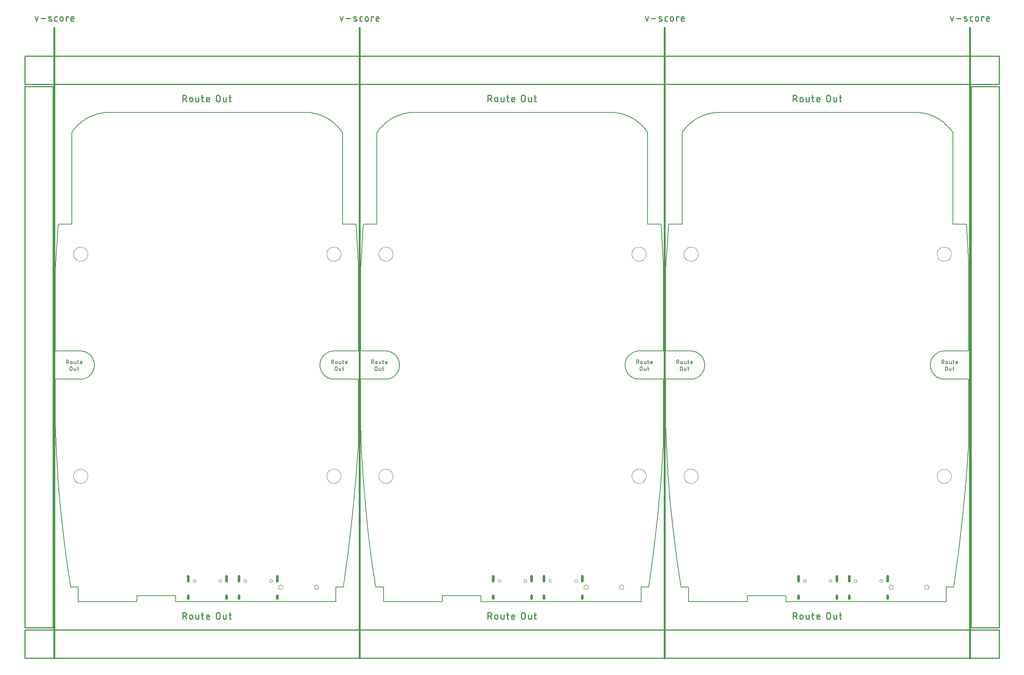
<source format=gko>
G04 EAGLE Gerber RS-274X export*
G75*
%MOMM*%
%FSLAX34Y34*%
%LPD*%
%IN*%
%IPPOS*%
%AMOC8*
5,1,8,0,0,1.08239X$1,22.5*%
G01*
%ADD10C,0.203200*%
%ADD11C,0.152400*%
%ADD12C,0.279400*%
%ADD13C,0.381000*%
%ADD14C,0.254000*%
%ADD15C,0.000000*%
%ADD16C,0.600000*%


D10*
X113526Y1101393D02*
X569710Y1101393D01*
X55868Y564493D02*
X56641Y564484D01*
X57414Y564455D01*
X58186Y564408D01*
X58956Y564342D01*
X59725Y564258D01*
X60491Y564155D01*
X61254Y564033D01*
X62015Y563892D01*
X62771Y563733D01*
X63524Y563556D01*
X64272Y563361D01*
X65015Y563147D01*
X65753Y562915D01*
X66485Y562665D01*
X67210Y562398D01*
X67929Y562113D01*
X68640Y561811D01*
X69345Y561491D01*
X70041Y561154D01*
X70728Y560801D01*
X71407Y560431D01*
X72077Y560044D01*
X72737Y559641D01*
X73387Y559222D01*
X74026Y558788D01*
X74655Y558338D01*
X75273Y557873D01*
X75879Y557393D01*
X76473Y556898D01*
X77055Y556390D01*
X77625Y555867D01*
X78182Y555330D01*
X78725Y554780D01*
X79255Y554217D01*
X79771Y553641D01*
X80273Y553053D01*
X80760Y552452D01*
X81232Y551840D01*
X81690Y551217D01*
X82132Y550583D01*
X82559Y549938D01*
X82970Y549283D01*
X83364Y548618D01*
X83743Y547944D01*
X84105Y547260D01*
X84450Y546569D01*
X84778Y545868D01*
X85089Y545161D01*
X85383Y544445D01*
X85659Y543723D01*
X85917Y542994D01*
X86158Y542260D01*
X86381Y541519D01*
X86586Y540774D01*
X86772Y540023D01*
X86940Y539269D01*
X87090Y538510D01*
X87221Y537748D01*
X87334Y536983D01*
X87428Y536216D01*
X87503Y535446D01*
X87559Y534675D01*
X87597Y533903D01*
X87616Y533130D01*
X87616Y532356D01*
X87597Y531583D01*
X87559Y530811D01*
X87503Y530040D01*
X87428Y529270D01*
X87334Y528503D01*
X87221Y527738D01*
X87090Y526976D01*
X86940Y526217D01*
X86772Y525463D01*
X86586Y524712D01*
X86381Y523967D01*
X86158Y523226D01*
X85917Y522492D01*
X85659Y521763D01*
X85383Y521041D01*
X85089Y520325D01*
X84778Y519618D01*
X84450Y518917D01*
X84105Y518226D01*
X83743Y517542D01*
X83364Y516868D01*
X82970Y516203D01*
X82559Y515548D01*
X82132Y514903D01*
X81690Y514269D01*
X81232Y513646D01*
X80760Y513034D01*
X80273Y512433D01*
X79771Y511845D01*
X79255Y511269D01*
X78725Y510706D01*
X78182Y510156D01*
X77625Y509619D01*
X77055Y509096D01*
X76473Y508588D01*
X75879Y508093D01*
X75273Y507613D01*
X74655Y507148D01*
X74026Y506698D01*
X73387Y506264D01*
X72737Y505845D01*
X72077Y505442D01*
X71407Y505055D01*
X70728Y504685D01*
X70041Y504332D01*
X69345Y503995D01*
X68640Y503675D01*
X67929Y503373D01*
X67210Y503088D01*
X66485Y502821D01*
X65753Y502571D01*
X65015Y502339D01*
X64272Y502125D01*
X63524Y501930D01*
X62771Y501753D01*
X62015Y501594D01*
X61254Y501453D01*
X60491Y501331D01*
X59725Y501228D01*
X58956Y501144D01*
X58186Y501078D01*
X57414Y501031D01*
X56641Y501002D01*
X55868Y500993D01*
X627368Y500993D02*
X626595Y501002D01*
X625822Y501031D01*
X625050Y501078D01*
X624280Y501144D01*
X623511Y501228D01*
X622745Y501331D01*
X621982Y501453D01*
X621221Y501594D01*
X620465Y501753D01*
X619712Y501930D01*
X618964Y502125D01*
X618221Y502339D01*
X617483Y502571D01*
X616751Y502821D01*
X616026Y503088D01*
X615307Y503373D01*
X614596Y503675D01*
X613891Y503995D01*
X613195Y504332D01*
X612508Y504685D01*
X611829Y505055D01*
X611159Y505442D01*
X610499Y505845D01*
X609849Y506264D01*
X609210Y506698D01*
X608581Y507148D01*
X607963Y507613D01*
X607357Y508093D01*
X606763Y508588D01*
X606181Y509096D01*
X605611Y509619D01*
X605054Y510156D01*
X604511Y510706D01*
X603981Y511269D01*
X603465Y511845D01*
X602963Y512433D01*
X602476Y513034D01*
X602004Y513646D01*
X601546Y514269D01*
X601104Y514903D01*
X600677Y515548D01*
X600266Y516203D01*
X599872Y516868D01*
X599493Y517542D01*
X599131Y518226D01*
X598786Y518917D01*
X598458Y519618D01*
X598147Y520325D01*
X597853Y521041D01*
X597577Y521763D01*
X597319Y522492D01*
X597078Y523226D01*
X596855Y523967D01*
X596650Y524712D01*
X596464Y525463D01*
X596296Y526217D01*
X596146Y526976D01*
X596015Y527738D01*
X595902Y528503D01*
X595808Y529270D01*
X595733Y530040D01*
X595677Y530811D01*
X595639Y531583D01*
X595620Y532356D01*
X595620Y533130D01*
X595639Y533903D01*
X595677Y534675D01*
X595733Y535446D01*
X595808Y536216D01*
X595902Y536983D01*
X596015Y537748D01*
X596146Y538510D01*
X596296Y539269D01*
X596464Y540023D01*
X596650Y540774D01*
X596855Y541519D01*
X597078Y542260D01*
X597319Y542994D01*
X597577Y543723D01*
X597853Y544445D01*
X598147Y545161D01*
X598458Y545868D01*
X598786Y546569D01*
X599131Y547260D01*
X599493Y547944D01*
X599872Y548618D01*
X600266Y549283D01*
X600677Y549938D01*
X601104Y550583D01*
X601546Y551217D01*
X602004Y551840D01*
X602476Y552452D01*
X602963Y553053D01*
X603465Y553641D01*
X603981Y554217D01*
X604511Y554780D01*
X605054Y555330D01*
X605611Y555867D01*
X606181Y556390D01*
X606763Y556898D01*
X607357Y557393D01*
X607963Y557873D01*
X608581Y558338D01*
X609210Y558788D01*
X609849Y559222D01*
X610499Y559641D01*
X611159Y560044D01*
X611829Y560431D01*
X612508Y560801D01*
X613195Y561154D01*
X613891Y561491D01*
X614596Y561811D01*
X615307Y562113D01*
X616026Y562398D01*
X616751Y562665D01*
X617483Y562915D01*
X618221Y563147D01*
X618964Y563361D01*
X619712Y563556D01*
X620465Y563733D01*
X621221Y563892D01*
X621982Y564033D01*
X622745Y564155D01*
X623511Y564258D01*
X624280Y564342D01*
X625050Y564408D01*
X625822Y564455D01*
X626595Y564484D01*
X627368Y564493D01*
X183848Y-7D02*
X51618Y-7D01*
X270848Y-7D02*
X631618Y-7D01*
X51618Y-7D02*
X51618Y32743D01*
X34118Y32743D01*
X631618Y32743D02*
X631618Y-7D01*
X631618Y32743D02*
X648618Y32743D01*
X34118Y32743D02*
X24975Y93690D01*
X17209Y154828D01*
X10825Y216125D01*
X5825Y277551D01*
X2212Y339074D01*
X-12Y400663D01*
X681979Y354943D02*
X676357Y274132D01*
X668921Y193468D01*
X659673Y112991D01*
X648619Y32743D01*
X-12Y400663D02*
X-12Y500993D01*
X55868Y500993D01*
X-12Y564493D02*
X-12Y747373D01*
X-12Y748643D01*
X-12Y564493D02*
X55868Y564493D01*
X681978Y500993D02*
X681978Y354943D01*
X681978Y500993D02*
X627368Y500993D01*
X681978Y564493D02*
X681978Y761343D01*
X681978Y564493D02*
X627368Y564493D01*
X646418Y850243D02*
X676898Y850243D01*
X646418Y850243D02*
X646418Y1055983D01*
X645065Y1058001D01*
X643663Y1059985D01*
X642213Y1061935D01*
X640718Y1063850D01*
X639176Y1065728D01*
X637590Y1067568D01*
X635960Y1069370D01*
X634287Y1071132D01*
X632572Y1072853D01*
X630817Y1074532D01*
X629021Y1076169D01*
X627186Y1077762D01*
X625314Y1079310D01*
X623405Y1080813D01*
X621460Y1082269D01*
X619481Y1083678D01*
X617469Y1085040D01*
X615424Y1086352D01*
X613348Y1087615D01*
X611243Y1088827D01*
X609109Y1089988D01*
X606948Y1091098D01*
X604760Y1092156D01*
X602548Y1093160D01*
X600312Y1094111D01*
X598054Y1095008D01*
X595775Y1095850D01*
X593477Y1096637D01*
X591160Y1097368D01*
X588826Y1098044D01*
X586477Y1098663D01*
X584113Y1099226D01*
X581737Y1099731D01*
X579349Y1100179D01*
X576951Y1100570D01*
X574544Y1100902D01*
X572130Y1101177D01*
X569710Y1101393D01*
X36818Y850243D02*
X6338Y850243D01*
X36818Y850243D02*
X36818Y1055983D01*
X38171Y1058001D01*
X39573Y1059985D01*
X41023Y1061935D01*
X42518Y1063850D01*
X44060Y1065728D01*
X45646Y1067568D01*
X47276Y1069370D01*
X48949Y1071132D01*
X50664Y1072853D01*
X52419Y1074532D01*
X54215Y1076169D01*
X56050Y1077762D01*
X57922Y1079310D01*
X59831Y1080813D01*
X61776Y1082269D01*
X63755Y1083678D01*
X65767Y1085040D01*
X67812Y1086352D01*
X69888Y1087615D01*
X71993Y1088827D01*
X74127Y1089988D01*
X76288Y1091098D01*
X78476Y1092156D01*
X80688Y1093160D01*
X82924Y1094111D01*
X85182Y1095008D01*
X87461Y1095850D01*
X89759Y1096637D01*
X92076Y1097368D01*
X94410Y1098044D01*
X96759Y1098663D01*
X99123Y1099226D01*
X101499Y1099731D01*
X103887Y1100179D01*
X106285Y1100570D01*
X108692Y1100902D01*
X111106Y1101177D01*
X113526Y1101393D01*
X6338Y850243D02*
X-12Y747373D01*
X681978Y761343D02*
X676898Y850243D01*
X270848Y13583D02*
X270848Y-7D01*
X270848Y13583D02*
X183848Y13583D01*
X183848Y-7D01*
D11*
X24909Y535635D02*
X24909Y544271D01*
X27308Y544271D01*
X27405Y544269D01*
X27501Y544263D01*
X27597Y544254D01*
X27693Y544240D01*
X27788Y544223D01*
X27882Y544201D01*
X27975Y544176D01*
X28068Y544148D01*
X28159Y544115D01*
X28248Y544079D01*
X28336Y544039D01*
X28423Y543996D01*
X28508Y543950D01*
X28590Y543900D01*
X28671Y543846D01*
X28749Y543790D01*
X28825Y543730D01*
X28899Y543668D01*
X28970Y543602D01*
X29038Y543534D01*
X29104Y543463D01*
X29166Y543389D01*
X29226Y543313D01*
X29282Y543235D01*
X29336Y543154D01*
X29386Y543072D01*
X29432Y542987D01*
X29475Y542900D01*
X29515Y542812D01*
X29551Y542723D01*
X29584Y542632D01*
X29612Y542539D01*
X29637Y542446D01*
X29659Y542352D01*
X29676Y542257D01*
X29690Y542161D01*
X29699Y542065D01*
X29705Y541969D01*
X29707Y541872D01*
X29705Y541775D01*
X29699Y541679D01*
X29690Y541583D01*
X29676Y541487D01*
X29659Y541392D01*
X29637Y541298D01*
X29612Y541205D01*
X29584Y541112D01*
X29551Y541021D01*
X29515Y540932D01*
X29475Y540844D01*
X29432Y540757D01*
X29386Y540673D01*
X29336Y540590D01*
X29282Y540509D01*
X29226Y540431D01*
X29166Y540355D01*
X29104Y540281D01*
X29038Y540210D01*
X28970Y540142D01*
X28899Y540076D01*
X28825Y540014D01*
X28749Y539954D01*
X28671Y539898D01*
X28590Y539844D01*
X28507Y539794D01*
X28423Y539748D01*
X28336Y539705D01*
X28248Y539665D01*
X28159Y539629D01*
X28068Y539596D01*
X27975Y539568D01*
X27882Y539543D01*
X27788Y539521D01*
X27693Y539504D01*
X27597Y539490D01*
X27501Y539481D01*
X27405Y539475D01*
X27308Y539473D01*
X24909Y539473D01*
X27788Y539473D02*
X29707Y535635D01*
X33839Y537554D02*
X33839Y539473D01*
X33841Y539559D01*
X33847Y539645D01*
X33856Y539731D01*
X33870Y539816D01*
X33887Y539900D01*
X33908Y539984D01*
X33933Y540066D01*
X33961Y540147D01*
X33993Y540227D01*
X34029Y540306D01*
X34068Y540382D01*
X34111Y540457D01*
X34156Y540530D01*
X34205Y540601D01*
X34258Y540669D01*
X34313Y540736D01*
X34371Y540799D01*
X34432Y540860D01*
X34495Y540918D01*
X34562Y540973D01*
X34630Y541026D01*
X34701Y541075D01*
X34774Y541120D01*
X34849Y541163D01*
X34925Y541202D01*
X35004Y541238D01*
X35084Y541270D01*
X35165Y541298D01*
X35247Y541323D01*
X35331Y541344D01*
X35415Y541361D01*
X35500Y541375D01*
X35586Y541384D01*
X35672Y541390D01*
X35758Y541392D01*
X35844Y541390D01*
X35930Y541384D01*
X36016Y541375D01*
X36101Y541361D01*
X36185Y541344D01*
X36269Y541323D01*
X36351Y541298D01*
X36432Y541270D01*
X36512Y541238D01*
X36591Y541202D01*
X36667Y541163D01*
X36742Y541120D01*
X36815Y541075D01*
X36886Y541026D01*
X36954Y540973D01*
X37021Y540918D01*
X37084Y540860D01*
X37145Y540799D01*
X37203Y540736D01*
X37258Y540669D01*
X37311Y540601D01*
X37360Y540530D01*
X37405Y540457D01*
X37448Y540382D01*
X37487Y540306D01*
X37523Y540227D01*
X37555Y540147D01*
X37583Y540066D01*
X37608Y539984D01*
X37629Y539900D01*
X37646Y539816D01*
X37660Y539731D01*
X37669Y539645D01*
X37675Y539559D01*
X37677Y539473D01*
X37677Y537554D01*
X37675Y537468D01*
X37669Y537382D01*
X37660Y537296D01*
X37646Y537211D01*
X37629Y537127D01*
X37608Y537043D01*
X37583Y536961D01*
X37555Y536880D01*
X37523Y536800D01*
X37487Y536721D01*
X37448Y536645D01*
X37405Y536570D01*
X37360Y536497D01*
X37311Y536426D01*
X37258Y536358D01*
X37203Y536291D01*
X37145Y536228D01*
X37084Y536167D01*
X37021Y536109D01*
X36954Y536054D01*
X36886Y536001D01*
X36815Y535952D01*
X36742Y535907D01*
X36667Y535864D01*
X36591Y535825D01*
X36512Y535789D01*
X36432Y535757D01*
X36351Y535729D01*
X36269Y535704D01*
X36185Y535683D01*
X36101Y535666D01*
X36016Y535652D01*
X35930Y535643D01*
X35844Y535637D01*
X35758Y535635D01*
X35672Y535637D01*
X35586Y535643D01*
X35500Y535652D01*
X35415Y535666D01*
X35331Y535683D01*
X35247Y535704D01*
X35165Y535729D01*
X35084Y535757D01*
X35004Y535789D01*
X34925Y535825D01*
X34849Y535864D01*
X34774Y535907D01*
X34701Y535952D01*
X34630Y536001D01*
X34562Y536054D01*
X34495Y536109D01*
X34432Y536167D01*
X34371Y536228D01*
X34313Y536291D01*
X34258Y536358D01*
X34205Y536426D01*
X34156Y536497D01*
X34111Y536570D01*
X34068Y536645D01*
X34029Y536721D01*
X33993Y536800D01*
X33961Y536880D01*
X33933Y536961D01*
X33908Y537043D01*
X33887Y537127D01*
X33870Y537211D01*
X33856Y537296D01*
X33847Y537382D01*
X33841Y537468D01*
X33839Y537554D01*
X42068Y537075D02*
X42068Y541393D01*
X42068Y537075D02*
X42070Y537000D01*
X42076Y536925D01*
X42086Y536850D01*
X42099Y536776D01*
X42117Y536703D01*
X42138Y536630D01*
X42164Y536559D01*
X42192Y536490D01*
X42225Y536422D01*
X42261Y536356D01*
X42300Y536291D01*
X42343Y536229D01*
X42389Y536169D01*
X42438Y536112D01*
X42489Y536057D01*
X42544Y536006D01*
X42601Y535957D01*
X42661Y535911D01*
X42723Y535868D01*
X42788Y535829D01*
X42854Y535793D01*
X42922Y535760D01*
X42991Y535732D01*
X43062Y535706D01*
X43135Y535685D01*
X43208Y535667D01*
X43282Y535654D01*
X43357Y535644D01*
X43432Y535638D01*
X43507Y535636D01*
X43507Y535635D02*
X45906Y535635D01*
X45906Y541393D01*
X49452Y541393D02*
X52331Y541393D01*
X50412Y544271D02*
X50412Y537075D01*
X50414Y537002D01*
X50419Y536929D01*
X50429Y536857D01*
X50441Y536785D01*
X50458Y536714D01*
X50478Y536644D01*
X50502Y536575D01*
X50529Y536508D01*
X50559Y536441D01*
X50593Y536377D01*
X50630Y536314D01*
X50670Y536253D01*
X50713Y536194D01*
X50759Y536138D01*
X50808Y536084D01*
X50860Y536032D01*
X50914Y535983D01*
X50970Y535937D01*
X51029Y535894D01*
X51090Y535854D01*
X51153Y535817D01*
X51217Y535783D01*
X51284Y535753D01*
X51351Y535726D01*
X51420Y535702D01*
X51490Y535682D01*
X51561Y535665D01*
X51633Y535653D01*
X51705Y535643D01*
X51778Y535638D01*
X51851Y535636D01*
X51851Y535635D02*
X52331Y535635D01*
X57528Y535635D02*
X59927Y535635D01*
X57528Y535636D02*
X57453Y535638D01*
X57378Y535644D01*
X57303Y535654D01*
X57229Y535667D01*
X57156Y535685D01*
X57083Y535706D01*
X57012Y535732D01*
X56943Y535760D01*
X56875Y535793D01*
X56809Y535829D01*
X56744Y535868D01*
X56682Y535911D01*
X56622Y535957D01*
X56565Y536006D01*
X56510Y536057D01*
X56459Y536112D01*
X56410Y536169D01*
X56364Y536229D01*
X56321Y536291D01*
X56282Y536356D01*
X56246Y536422D01*
X56213Y536490D01*
X56185Y536559D01*
X56159Y536630D01*
X56138Y536703D01*
X56120Y536776D01*
X56107Y536850D01*
X56097Y536925D01*
X56091Y537000D01*
X56089Y537075D01*
X56089Y539473D01*
X56091Y539559D01*
X56097Y539645D01*
X56106Y539731D01*
X56120Y539816D01*
X56137Y539900D01*
X56158Y539984D01*
X56183Y540066D01*
X56211Y540147D01*
X56243Y540227D01*
X56279Y540306D01*
X56318Y540382D01*
X56361Y540457D01*
X56406Y540530D01*
X56455Y540601D01*
X56508Y540669D01*
X56563Y540736D01*
X56621Y540799D01*
X56682Y540860D01*
X56745Y540918D01*
X56812Y540973D01*
X56880Y541026D01*
X56951Y541075D01*
X57024Y541120D01*
X57099Y541163D01*
X57175Y541202D01*
X57254Y541238D01*
X57334Y541270D01*
X57415Y541298D01*
X57497Y541323D01*
X57581Y541344D01*
X57665Y541361D01*
X57750Y541375D01*
X57836Y541384D01*
X57922Y541390D01*
X58008Y541392D01*
X58094Y541390D01*
X58180Y541384D01*
X58266Y541375D01*
X58351Y541361D01*
X58435Y541344D01*
X58519Y541323D01*
X58601Y541298D01*
X58682Y541270D01*
X58762Y541238D01*
X58841Y541202D01*
X58917Y541163D01*
X58992Y541120D01*
X59065Y541075D01*
X59136Y541026D01*
X59204Y540973D01*
X59271Y540918D01*
X59334Y540860D01*
X59395Y540799D01*
X59453Y540736D01*
X59508Y540669D01*
X59561Y540601D01*
X59610Y540530D01*
X59655Y540457D01*
X59698Y540382D01*
X59737Y540306D01*
X59773Y540227D01*
X59805Y540147D01*
X59833Y540066D01*
X59858Y539984D01*
X59879Y539900D01*
X59896Y539816D01*
X59910Y539731D01*
X59919Y539645D01*
X59925Y539559D01*
X59927Y539473D01*
X59927Y538514D01*
X56089Y538514D01*
X32627Y526632D02*
X32627Y522794D01*
X32627Y526632D02*
X32629Y526729D01*
X32635Y526825D01*
X32644Y526921D01*
X32658Y527017D01*
X32675Y527112D01*
X32697Y527206D01*
X32722Y527299D01*
X32750Y527392D01*
X32783Y527483D01*
X32819Y527572D01*
X32859Y527660D01*
X32902Y527747D01*
X32948Y527832D01*
X32998Y527914D01*
X33052Y527995D01*
X33108Y528073D01*
X33168Y528149D01*
X33230Y528223D01*
X33296Y528294D01*
X33364Y528362D01*
X33435Y528428D01*
X33509Y528490D01*
X33585Y528550D01*
X33663Y528606D01*
X33744Y528660D01*
X33827Y528710D01*
X33911Y528756D01*
X33998Y528799D01*
X34086Y528839D01*
X34175Y528875D01*
X34266Y528908D01*
X34359Y528936D01*
X34452Y528961D01*
X34546Y528983D01*
X34641Y529000D01*
X34737Y529014D01*
X34833Y529023D01*
X34929Y529029D01*
X35026Y529031D01*
X35123Y529029D01*
X35219Y529023D01*
X35315Y529014D01*
X35411Y529000D01*
X35506Y528983D01*
X35600Y528961D01*
X35693Y528936D01*
X35786Y528908D01*
X35877Y528875D01*
X35966Y528839D01*
X36054Y528799D01*
X36141Y528756D01*
X36226Y528710D01*
X36308Y528660D01*
X36389Y528606D01*
X36467Y528550D01*
X36543Y528490D01*
X36617Y528428D01*
X36688Y528362D01*
X36756Y528294D01*
X36822Y528223D01*
X36884Y528149D01*
X36944Y528073D01*
X37000Y527995D01*
X37054Y527914D01*
X37104Y527832D01*
X37150Y527747D01*
X37193Y527660D01*
X37233Y527572D01*
X37269Y527483D01*
X37302Y527392D01*
X37330Y527299D01*
X37355Y527206D01*
X37377Y527112D01*
X37394Y527017D01*
X37408Y526921D01*
X37417Y526825D01*
X37423Y526729D01*
X37425Y526632D01*
X37425Y522794D01*
X37423Y522697D01*
X37417Y522601D01*
X37408Y522505D01*
X37394Y522409D01*
X37377Y522314D01*
X37355Y522220D01*
X37330Y522127D01*
X37302Y522034D01*
X37269Y521943D01*
X37233Y521854D01*
X37193Y521766D01*
X37150Y521679D01*
X37104Y521595D01*
X37054Y521512D01*
X37000Y521431D01*
X36944Y521353D01*
X36884Y521277D01*
X36822Y521203D01*
X36756Y521132D01*
X36688Y521064D01*
X36617Y520998D01*
X36543Y520936D01*
X36467Y520876D01*
X36389Y520820D01*
X36308Y520766D01*
X36225Y520716D01*
X36141Y520670D01*
X36054Y520627D01*
X35966Y520587D01*
X35877Y520551D01*
X35786Y520518D01*
X35693Y520490D01*
X35600Y520465D01*
X35506Y520443D01*
X35411Y520426D01*
X35315Y520412D01*
X35219Y520403D01*
X35123Y520397D01*
X35026Y520395D01*
X34929Y520397D01*
X34833Y520403D01*
X34737Y520412D01*
X34641Y520426D01*
X34546Y520443D01*
X34452Y520465D01*
X34359Y520490D01*
X34266Y520518D01*
X34175Y520551D01*
X34086Y520587D01*
X33998Y520627D01*
X33911Y520670D01*
X33826Y520716D01*
X33744Y520766D01*
X33663Y520820D01*
X33585Y520876D01*
X33509Y520936D01*
X33435Y520998D01*
X33364Y521064D01*
X33296Y521132D01*
X33230Y521203D01*
X33168Y521277D01*
X33108Y521353D01*
X33052Y521431D01*
X32998Y521512D01*
X32948Y521595D01*
X32902Y521679D01*
X32859Y521766D01*
X32819Y521854D01*
X32783Y521943D01*
X32750Y522034D01*
X32722Y522127D01*
X32697Y522220D01*
X32675Y522314D01*
X32658Y522409D01*
X32644Y522505D01*
X32635Y522601D01*
X32629Y522697D01*
X32627Y522794D01*
X41946Y521835D02*
X41946Y526153D01*
X41947Y521835D02*
X41949Y521760D01*
X41955Y521685D01*
X41965Y521610D01*
X41978Y521536D01*
X41996Y521463D01*
X42017Y521390D01*
X42043Y521319D01*
X42071Y521250D01*
X42104Y521182D01*
X42140Y521116D01*
X42179Y521051D01*
X42222Y520989D01*
X42268Y520929D01*
X42317Y520872D01*
X42368Y520817D01*
X42423Y520766D01*
X42480Y520717D01*
X42540Y520671D01*
X42602Y520628D01*
X42667Y520589D01*
X42733Y520553D01*
X42801Y520520D01*
X42870Y520492D01*
X42941Y520466D01*
X43014Y520445D01*
X43087Y520427D01*
X43161Y520414D01*
X43236Y520404D01*
X43311Y520398D01*
X43386Y520396D01*
X43386Y520395D02*
X45784Y520395D01*
X45784Y526153D01*
X49330Y526153D02*
X52209Y526153D01*
X50290Y529031D02*
X50290Y521835D01*
X50292Y521762D01*
X50297Y521689D01*
X50307Y521617D01*
X50319Y521545D01*
X50336Y521474D01*
X50356Y521404D01*
X50380Y521335D01*
X50407Y521268D01*
X50437Y521201D01*
X50471Y521137D01*
X50508Y521074D01*
X50548Y521013D01*
X50591Y520954D01*
X50637Y520898D01*
X50686Y520844D01*
X50738Y520792D01*
X50792Y520743D01*
X50848Y520697D01*
X50907Y520654D01*
X50968Y520614D01*
X51031Y520577D01*
X51095Y520543D01*
X51162Y520513D01*
X51229Y520486D01*
X51298Y520462D01*
X51368Y520442D01*
X51439Y520425D01*
X51511Y520413D01*
X51583Y520403D01*
X51656Y520398D01*
X51729Y520396D01*
X51729Y520395D02*
X52209Y520395D01*
X621809Y535635D02*
X621809Y544271D01*
X624208Y544271D01*
X624305Y544269D01*
X624401Y544263D01*
X624497Y544254D01*
X624593Y544240D01*
X624688Y544223D01*
X624782Y544201D01*
X624875Y544176D01*
X624968Y544148D01*
X625059Y544115D01*
X625148Y544079D01*
X625236Y544039D01*
X625323Y543996D01*
X625408Y543950D01*
X625490Y543900D01*
X625571Y543846D01*
X625649Y543790D01*
X625725Y543730D01*
X625799Y543668D01*
X625870Y543602D01*
X625938Y543534D01*
X626004Y543463D01*
X626066Y543389D01*
X626126Y543313D01*
X626182Y543235D01*
X626236Y543154D01*
X626286Y543072D01*
X626332Y542987D01*
X626375Y542900D01*
X626415Y542812D01*
X626451Y542723D01*
X626484Y542632D01*
X626512Y542539D01*
X626537Y542446D01*
X626559Y542352D01*
X626576Y542257D01*
X626590Y542161D01*
X626599Y542065D01*
X626605Y541969D01*
X626607Y541872D01*
X626605Y541775D01*
X626599Y541679D01*
X626590Y541583D01*
X626576Y541487D01*
X626559Y541392D01*
X626537Y541298D01*
X626512Y541205D01*
X626484Y541112D01*
X626451Y541021D01*
X626415Y540932D01*
X626375Y540844D01*
X626332Y540757D01*
X626286Y540673D01*
X626236Y540590D01*
X626182Y540509D01*
X626126Y540431D01*
X626066Y540355D01*
X626004Y540281D01*
X625938Y540210D01*
X625870Y540142D01*
X625799Y540076D01*
X625725Y540014D01*
X625649Y539954D01*
X625571Y539898D01*
X625490Y539844D01*
X625408Y539794D01*
X625323Y539748D01*
X625236Y539705D01*
X625148Y539665D01*
X625059Y539629D01*
X624968Y539596D01*
X624875Y539568D01*
X624782Y539543D01*
X624688Y539521D01*
X624593Y539504D01*
X624497Y539490D01*
X624401Y539481D01*
X624305Y539475D01*
X624208Y539473D01*
X621809Y539473D01*
X624688Y539473D02*
X626607Y535635D01*
X630739Y537554D02*
X630739Y539473D01*
X630741Y539559D01*
X630747Y539645D01*
X630756Y539731D01*
X630770Y539816D01*
X630787Y539900D01*
X630808Y539984D01*
X630833Y540066D01*
X630861Y540147D01*
X630893Y540227D01*
X630929Y540306D01*
X630968Y540382D01*
X631011Y540457D01*
X631056Y540530D01*
X631105Y540601D01*
X631158Y540669D01*
X631213Y540736D01*
X631271Y540799D01*
X631332Y540860D01*
X631395Y540918D01*
X631462Y540973D01*
X631530Y541026D01*
X631601Y541075D01*
X631674Y541120D01*
X631749Y541163D01*
X631825Y541202D01*
X631904Y541238D01*
X631984Y541270D01*
X632065Y541298D01*
X632147Y541323D01*
X632231Y541344D01*
X632315Y541361D01*
X632400Y541375D01*
X632486Y541384D01*
X632572Y541390D01*
X632658Y541392D01*
X632744Y541390D01*
X632830Y541384D01*
X632916Y541375D01*
X633001Y541361D01*
X633085Y541344D01*
X633169Y541323D01*
X633251Y541298D01*
X633332Y541270D01*
X633412Y541238D01*
X633491Y541202D01*
X633567Y541163D01*
X633642Y541120D01*
X633715Y541075D01*
X633786Y541026D01*
X633854Y540973D01*
X633921Y540918D01*
X633984Y540860D01*
X634045Y540799D01*
X634103Y540736D01*
X634158Y540669D01*
X634211Y540601D01*
X634260Y540530D01*
X634305Y540457D01*
X634348Y540382D01*
X634387Y540306D01*
X634423Y540227D01*
X634455Y540147D01*
X634483Y540066D01*
X634508Y539984D01*
X634529Y539900D01*
X634546Y539816D01*
X634560Y539731D01*
X634569Y539645D01*
X634575Y539559D01*
X634577Y539473D01*
X634577Y537554D01*
X634575Y537468D01*
X634569Y537382D01*
X634560Y537296D01*
X634546Y537211D01*
X634529Y537127D01*
X634508Y537043D01*
X634483Y536961D01*
X634455Y536880D01*
X634423Y536800D01*
X634387Y536721D01*
X634348Y536645D01*
X634305Y536570D01*
X634260Y536497D01*
X634211Y536426D01*
X634158Y536358D01*
X634103Y536291D01*
X634045Y536228D01*
X633984Y536167D01*
X633921Y536109D01*
X633854Y536054D01*
X633786Y536001D01*
X633715Y535952D01*
X633642Y535907D01*
X633567Y535864D01*
X633491Y535825D01*
X633412Y535789D01*
X633332Y535757D01*
X633251Y535729D01*
X633169Y535704D01*
X633085Y535683D01*
X633001Y535666D01*
X632916Y535652D01*
X632830Y535643D01*
X632744Y535637D01*
X632658Y535635D01*
X632572Y535637D01*
X632486Y535643D01*
X632400Y535652D01*
X632315Y535666D01*
X632231Y535683D01*
X632147Y535704D01*
X632065Y535729D01*
X631984Y535757D01*
X631904Y535789D01*
X631825Y535825D01*
X631749Y535864D01*
X631674Y535907D01*
X631601Y535952D01*
X631530Y536001D01*
X631462Y536054D01*
X631395Y536109D01*
X631332Y536167D01*
X631271Y536228D01*
X631213Y536291D01*
X631158Y536358D01*
X631105Y536426D01*
X631056Y536497D01*
X631011Y536570D01*
X630968Y536645D01*
X630929Y536721D01*
X630893Y536800D01*
X630861Y536880D01*
X630833Y536961D01*
X630808Y537043D01*
X630787Y537127D01*
X630770Y537211D01*
X630756Y537296D01*
X630747Y537382D01*
X630741Y537468D01*
X630739Y537554D01*
X638968Y537075D02*
X638968Y541393D01*
X638968Y537075D02*
X638970Y537000D01*
X638976Y536925D01*
X638986Y536850D01*
X638999Y536776D01*
X639017Y536703D01*
X639038Y536630D01*
X639064Y536559D01*
X639092Y536490D01*
X639125Y536422D01*
X639161Y536356D01*
X639200Y536291D01*
X639243Y536229D01*
X639289Y536169D01*
X639338Y536112D01*
X639389Y536057D01*
X639444Y536006D01*
X639501Y535957D01*
X639561Y535911D01*
X639623Y535868D01*
X639688Y535829D01*
X639754Y535793D01*
X639822Y535760D01*
X639891Y535732D01*
X639962Y535706D01*
X640035Y535685D01*
X640108Y535667D01*
X640182Y535654D01*
X640257Y535644D01*
X640332Y535638D01*
X640407Y535636D01*
X640407Y535635D02*
X642806Y535635D01*
X642806Y541393D01*
X646352Y541393D02*
X649231Y541393D01*
X647312Y544271D02*
X647312Y537075D01*
X647314Y537002D01*
X647319Y536929D01*
X647329Y536857D01*
X647341Y536785D01*
X647358Y536714D01*
X647378Y536644D01*
X647402Y536575D01*
X647429Y536508D01*
X647459Y536441D01*
X647493Y536377D01*
X647530Y536314D01*
X647570Y536253D01*
X647613Y536194D01*
X647659Y536138D01*
X647708Y536084D01*
X647760Y536032D01*
X647814Y535983D01*
X647870Y535937D01*
X647929Y535894D01*
X647990Y535854D01*
X648053Y535817D01*
X648117Y535783D01*
X648184Y535753D01*
X648251Y535726D01*
X648320Y535702D01*
X648390Y535682D01*
X648461Y535665D01*
X648533Y535653D01*
X648605Y535643D01*
X648678Y535638D01*
X648751Y535636D01*
X648751Y535635D02*
X649231Y535635D01*
X654428Y535635D02*
X656827Y535635D01*
X654428Y535636D02*
X654353Y535638D01*
X654278Y535644D01*
X654203Y535654D01*
X654129Y535667D01*
X654056Y535685D01*
X653983Y535706D01*
X653912Y535732D01*
X653843Y535760D01*
X653775Y535793D01*
X653709Y535829D01*
X653644Y535868D01*
X653582Y535911D01*
X653522Y535957D01*
X653465Y536006D01*
X653410Y536057D01*
X653359Y536112D01*
X653310Y536169D01*
X653264Y536229D01*
X653221Y536291D01*
X653182Y536356D01*
X653146Y536422D01*
X653113Y536490D01*
X653085Y536559D01*
X653059Y536630D01*
X653038Y536703D01*
X653020Y536776D01*
X653007Y536850D01*
X652997Y536925D01*
X652991Y537000D01*
X652989Y537075D01*
X652989Y539473D01*
X652991Y539559D01*
X652997Y539645D01*
X653006Y539731D01*
X653020Y539816D01*
X653037Y539900D01*
X653058Y539984D01*
X653083Y540066D01*
X653111Y540147D01*
X653143Y540227D01*
X653179Y540306D01*
X653218Y540382D01*
X653261Y540457D01*
X653306Y540530D01*
X653355Y540601D01*
X653408Y540669D01*
X653463Y540736D01*
X653521Y540799D01*
X653582Y540860D01*
X653645Y540918D01*
X653712Y540973D01*
X653780Y541026D01*
X653851Y541075D01*
X653924Y541120D01*
X653999Y541163D01*
X654075Y541202D01*
X654154Y541238D01*
X654234Y541270D01*
X654315Y541298D01*
X654397Y541323D01*
X654481Y541344D01*
X654565Y541361D01*
X654650Y541375D01*
X654736Y541384D01*
X654822Y541390D01*
X654908Y541392D01*
X654994Y541390D01*
X655080Y541384D01*
X655166Y541375D01*
X655251Y541361D01*
X655335Y541344D01*
X655419Y541323D01*
X655501Y541298D01*
X655582Y541270D01*
X655662Y541238D01*
X655741Y541202D01*
X655817Y541163D01*
X655892Y541120D01*
X655965Y541075D01*
X656036Y541026D01*
X656104Y540973D01*
X656171Y540918D01*
X656234Y540860D01*
X656295Y540799D01*
X656353Y540736D01*
X656408Y540669D01*
X656461Y540601D01*
X656510Y540530D01*
X656555Y540457D01*
X656598Y540382D01*
X656637Y540306D01*
X656673Y540227D01*
X656705Y540147D01*
X656733Y540066D01*
X656758Y539984D01*
X656779Y539900D01*
X656796Y539816D01*
X656810Y539731D01*
X656819Y539645D01*
X656825Y539559D01*
X656827Y539473D01*
X656827Y538514D01*
X652989Y538514D01*
X629527Y526632D02*
X629527Y522794D01*
X629527Y526632D02*
X629529Y526729D01*
X629535Y526825D01*
X629544Y526921D01*
X629558Y527017D01*
X629575Y527112D01*
X629597Y527206D01*
X629622Y527299D01*
X629650Y527392D01*
X629683Y527483D01*
X629719Y527572D01*
X629759Y527660D01*
X629802Y527747D01*
X629848Y527832D01*
X629898Y527914D01*
X629952Y527995D01*
X630008Y528073D01*
X630068Y528149D01*
X630130Y528223D01*
X630196Y528294D01*
X630264Y528362D01*
X630335Y528428D01*
X630409Y528490D01*
X630485Y528550D01*
X630563Y528606D01*
X630644Y528660D01*
X630727Y528710D01*
X630811Y528756D01*
X630898Y528799D01*
X630986Y528839D01*
X631075Y528875D01*
X631166Y528908D01*
X631259Y528936D01*
X631352Y528961D01*
X631446Y528983D01*
X631541Y529000D01*
X631637Y529014D01*
X631733Y529023D01*
X631829Y529029D01*
X631926Y529031D01*
X632023Y529029D01*
X632119Y529023D01*
X632215Y529014D01*
X632311Y529000D01*
X632406Y528983D01*
X632500Y528961D01*
X632593Y528936D01*
X632686Y528908D01*
X632777Y528875D01*
X632866Y528839D01*
X632954Y528799D01*
X633041Y528756D01*
X633126Y528710D01*
X633208Y528660D01*
X633289Y528606D01*
X633367Y528550D01*
X633443Y528490D01*
X633517Y528428D01*
X633588Y528362D01*
X633656Y528294D01*
X633722Y528223D01*
X633784Y528149D01*
X633844Y528073D01*
X633900Y527995D01*
X633954Y527914D01*
X634004Y527832D01*
X634050Y527747D01*
X634093Y527660D01*
X634133Y527572D01*
X634169Y527483D01*
X634202Y527392D01*
X634230Y527299D01*
X634255Y527206D01*
X634277Y527112D01*
X634294Y527017D01*
X634308Y526921D01*
X634317Y526825D01*
X634323Y526729D01*
X634325Y526632D01*
X634325Y522794D01*
X634323Y522697D01*
X634317Y522601D01*
X634308Y522505D01*
X634294Y522409D01*
X634277Y522314D01*
X634255Y522220D01*
X634230Y522127D01*
X634202Y522034D01*
X634169Y521943D01*
X634133Y521854D01*
X634093Y521766D01*
X634050Y521679D01*
X634004Y521595D01*
X633954Y521512D01*
X633900Y521431D01*
X633844Y521353D01*
X633784Y521277D01*
X633722Y521203D01*
X633656Y521132D01*
X633588Y521064D01*
X633517Y520998D01*
X633443Y520936D01*
X633367Y520876D01*
X633289Y520820D01*
X633208Y520766D01*
X633126Y520716D01*
X633041Y520670D01*
X632954Y520627D01*
X632866Y520587D01*
X632777Y520551D01*
X632686Y520518D01*
X632593Y520490D01*
X632500Y520465D01*
X632406Y520443D01*
X632311Y520426D01*
X632215Y520412D01*
X632119Y520403D01*
X632023Y520397D01*
X631926Y520395D01*
X631829Y520397D01*
X631733Y520403D01*
X631637Y520412D01*
X631541Y520426D01*
X631446Y520443D01*
X631352Y520465D01*
X631259Y520490D01*
X631166Y520518D01*
X631075Y520551D01*
X630986Y520587D01*
X630898Y520627D01*
X630811Y520670D01*
X630727Y520716D01*
X630644Y520766D01*
X630563Y520820D01*
X630485Y520876D01*
X630409Y520936D01*
X630335Y520998D01*
X630264Y521064D01*
X630196Y521132D01*
X630130Y521203D01*
X630068Y521277D01*
X630008Y521353D01*
X629952Y521431D01*
X629898Y521512D01*
X629848Y521595D01*
X629802Y521679D01*
X629759Y521766D01*
X629719Y521854D01*
X629683Y521943D01*
X629650Y522034D01*
X629622Y522127D01*
X629597Y522220D01*
X629575Y522314D01*
X629558Y522409D01*
X629544Y522505D01*
X629535Y522601D01*
X629529Y522697D01*
X629527Y522794D01*
X638846Y521835D02*
X638846Y526153D01*
X638847Y521835D02*
X638849Y521760D01*
X638855Y521685D01*
X638865Y521610D01*
X638878Y521536D01*
X638896Y521463D01*
X638917Y521390D01*
X638943Y521319D01*
X638971Y521250D01*
X639004Y521182D01*
X639040Y521116D01*
X639079Y521051D01*
X639122Y520989D01*
X639168Y520929D01*
X639217Y520872D01*
X639268Y520817D01*
X639323Y520766D01*
X639380Y520717D01*
X639440Y520671D01*
X639502Y520628D01*
X639567Y520589D01*
X639633Y520553D01*
X639701Y520520D01*
X639770Y520492D01*
X639841Y520466D01*
X639914Y520445D01*
X639987Y520427D01*
X640061Y520414D01*
X640136Y520404D01*
X640211Y520398D01*
X640286Y520396D01*
X640286Y520395D02*
X642684Y520395D01*
X642684Y526153D01*
X646230Y526153D02*
X649109Y526153D01*
X647190Y529031D02*
X647190Y521835D01*
X647192Y521762D01*
X647197Y521689D01*
X647207Y521617D01*
X647219Y521545D01*
X647236Y521474D01*
X647256Y521404D01*
X647280Y521335D01*
X647307Y521268D01*
X647337Y521201D01*
X647371Y521137D01*
X647408Y521074D01*
X647448Y521013D01*
X647491Y520954D01*
X647537Y520898D01*
X647586Y520844D01*
X647638Y520792D01*
X647692Y520743D01*
X647748Y520697D01*
X647807Y520654D01*
X647868Y520614D01*
X647931Y520577D01*
X647995Y520543D01*
X648062Y520513D01*
X648129Y520486D01*
X648198Y520462D01*
X648268Y520442D01*
X648339Y520425D01*
X648411Y520413D01*
X648483Y520403D01*
X648556Y520398D01*
X648629Y520396D01*
X648629Y520395D02*
X649109Y520395D01*
D12*
X286499Y-24257D02*
X286499Y-39243D01*
X286499Y-24257D02*
X290662Y-24257D01*
X290790Y-24259D01*
X290918Y-24265D01*
X291046Y-24275D01*
X291174Y-24289D01*
X291301Y-24306D01*
X291427Y-24328D01*
X291553Y-24353D01*
X291677Y-24383D01*
X291801Y-24416D01*
X291924Y-24453D01*
X292046Y-24494D01*
X292166Y-24538D01*
X292285Y-24586D01*
X292402Y-24638D01*
X292518Y-24693D01*
X292631Y-24752D01*
X292744Y-24815D01*
X292854Y-24881D01*
X292961Y-24950D01*
X293067Y-25022D01*
X293171Y-25098D01*
X293272Y-25177D01*
X293371Y-25259D01*
X293467Y-25344D01*
X293560Y-25431D01*
X293651Y-25522D01*
X293738Y-25615D01*
X293823Y-25711D01*
X293905Y-25810D01*
X293984Y-25911D01*
X294060Y-26015D01*
X294132Y-26121D01*
X294201Y-26228D01*
X294267Y-26339D01*
X294330Y-26451D01*
X294389Y-26564D01*
X294444Y-26680D01*
X294496Y-26797D01*
X294544Y-26916D01*
X294588Y-27036D01*
X294629Y-27158D01*
X294666Y-27281D01*
X294699Y-27405D01*
X294729Y-27529D01*
X294754Y-27655D01*
X294776Y-27781D01*
X294793Y-27908D01*
X294807Y-28036D01*
X294817Y-28164D01*
X294823Y-28292D01*
X294825Y-28420D01*
X294823Y-28548D01*
X294817Y-28676D01*
X294807Y-28804D01*
X294793Y-28932D01*
X294776Y-29059D01*
X294754Y-29185D01*
X294729Y-29311D01*
X294699Y-29435D01*
X294666Y-29559D01*
X294629Y-29682D01*
X294588Y-29804D01*
X294544Y-29924D01*
X294496Y-30043D01*
X294444Y-30160D01*
X294389Y-30276D01*
X294330Y-30389D01*
X294267Y-30502D01*
X294201Y-30612D01*
X294132Y-30719D01*
X294060Y-30825D01*
X293984Y-30929D01*
X293905Y-31030D01*
X293823Y-31129D01*
X293738Y-31225D01*
X293651Y-31318D01*
X293560Y-31409D01*
X293467Y-31496D01*
X293371Y-31581D01*
X293272Y-31663D01*
X293171Y-31742D01*
X293067Y-31818D01*
X292961Y-31890D01*
X292854Y-31959D01*
X292744Y-32025D01*
X292631Y-32088D01*
X292518Y-32147D01*
X292402Y-32202D01*
X292285Y-32254D01*
X292166Y-32302D01*
X292046Y-32346D01*
X291924Y-32387D01*
X291801Y-32424D01*
X291677Y-32457D01*
X291553Y-32487D01*
X291427Y-32512D01*
X291301Y-32534D01*
X291174Y-32551D01*
X291046Y-32565D01*
X290918Y-32575D01*
X290790Y-32581D01*
X290662Y-32583D01*
X286499Y-32583D01*
X291494Y-32583D02*
X294824Y-39243D01*
X301783Y-35913D02*
X301783Y-32583D01*
X301785Y-32469D01*
X301791Y-32356D01*
X301800Y-32242D01*
X301814Y-32130D01*
X301831Y-32017D01*
X301853Y-31905D01*
X301878Y-31795D01*
X301906Y-31685D01*
X301939Y-31576D01*
X301975Y-31468D01*
X302015Y-31361D01*
X302059Y-31256D01*
X302106Y-31153D01*
X302156Y-31051D01*
X302210Y-30951D01*
X302268Y-30853D01*
X302329Y-30757D01*
X302392Y-30663D01*
X302460Y-30571D01*
X302530Y-30481D01*
X302603Y-30395D01*
X302679Y-30310D01*
X302758Y-30228D01*
X302840Y-30149D01*
X302925Y-30073D01*
X303011Y-30000D01*
X303101Y-29930D01*
X303193Y-29862D01*
X303287Y-29799D01*
X303383Y-29738D01*
X303481Y-29680D01*
X303581Y-29626D01*
X303683Y-29576D01*
X303786Y-29529D01*
X303891Y-29485D01*
X303998Y-29445D01*
X304106Y-29409D01*
X304215Y-29376D01*
X304325Y-29348D01*
X304435Y-29323D01*
X304547Y-29301D01*
X304660Y-29284D01*
X304772Y-29270D01*
X304886Y-29261D01*
X304999Y-29255D01*
X305113Y-29253D01*
X305227Y-29255D01*
X305340Y-29261D01*
X305454Y-29270D01*
X305566Y-29284D01*
X305679Y-29301D01*
X305791Y-29323D01*
X305901Y-29348D01*
X306011Y-29376D01*
X306120Y-29409D01*
X306228Y-29445D01*
X306335Y-29485D01*
X306440Y-29529D01*
X306543Y-29576D01*
X306645Y-29626D01*
X306745Y-29680D01*
X306843Y-29738D01*
X306939Y-29799D01*
X307033Y-29862D01*
X307125Y-29930D01*
X307215Y-30000D01*
X307301Y-30073D01*
X307386Y-30149D01*
X307468Y-30228D01*
X307547Y-30310D01*
X307623Y-30395D01*
X307696Y-30481D01*
X307766Y-30571D01*
X307834Y-30663D01*
X307897Y-30757D01*
X307958Y-30853D01*
X308016Y-30951D01*
X308070Y-31051D01*
X308120Y-31153D01*
X308167Y-31256D01*
X308211Y-31361D01*
X308251Y-31468D01*
X308287Y-31576D01*
X308320Y-31685D01*
X308348Y-31795D01*
X308373Y-31905D01*
X308395Y-32017D01*
X308412Y-32130D01*
X308426Y-32242D01*
X308435Y-32356D01*
X308441Y-32469D01*
X308443Y-32583D01*
X308443Y-35913D01*
X308441Y-36027D01*
X308435Y-36140D01*
X308426Y-36254D01*
X308412Y-36366D01*
X308395Y-36479D01*
X308373Y-36591D01*
X308348Y-36701D01*
X308320Y-36811D01*
X308287Y-36920D01*
X308251Y-37028D01*
X308211Y-37135D01*
X308167Y-37240D01*
X308120Y-37343D01*
X308070Y-37445D01*
X308016Y-37545D01*
X307958Y-37643D01*
X307897Y-37739D01*
X307834Y-37833D01*
X307766Y-37925D01*
X307696Y-38015D01*
X307623Y-38101D01*
X307547Y-38186D01*
X307468Y-38268D01*
X307386Y-38347D01*
X307301Y-38423D01*
X307215Y-38496D01*
X307125Y-38566D01*
X307033Y-38634D01*
X306939Y-38697D01*
X306843Y-38758D01*
X306745Y-38816D01*
X306645Y-38870D01*
X306543Y-38920D01*
X306440Y-38967D01*
X306335Y-39011D01*
X306228Y-39051D01*
X306120Y-39087D01*
X306011Y-39120D01*
X305901Y-39148D01*
X305791Y-39173D01*
X305679Y-39195D01*
X305566Y-39212D01*
X305454Y-39226D01*
X305340Y-39235D01*
X305227Y-39241D01*
X305113Y-39243D01*
X304999Y-39241D01*
X304886Y-39235D01*
X304772Y-39226D01*
X304660Y-39212D01*
X304547Y-39195D01*
X304435Y-39173D01*
X304325Y-39148D01*
X304215Y-39120D01*
X304106Y-39087D01*
X303998Y-39051D01*
X303891Y-39011D01*
X303786Y-38967D01*
X303683Y-38920D01*
X303581Y-38870D01*
X303481Y-38816D01*
X303383Y-38758D01*
X303287Y-38697D01*
X303193Y-38634D01*
X303101Y-38566D01*
X303011Y-38496D01*
X302925Y-38423D01*
X302840Y-38347D01*
X302758Y-38268D01*
X302679Y-38186D01*
X302603Y-38101D01*
X302530Y-38015D01*
X302460Y-37925D01*
X302392Y-37833D01*
X302329Y-37739D01*
X302268Y-37643D01*
X302210Y-37545D01*
X302156Y-37445D01*
X302106Y-37343D01*
X302059Y-37240D01*
X302015Y-37135D01*
X301975Y-37028D01*
X301939Y-36920D01*
X301906Y-36811D01*
X301878Y-36701D01*
X301853Y-36591D01*
X301831Y-36479D01*
X301814Y-36366D01*
X301800Y-36254D01*
X301791Y-36140D01*
X301785Y-36027D01*
X301783Y-35913D01*
X315851Y-36745D02*
X315851Y-29252D01*
X315850Y-36745D02*
X315852Y-36843D01*
X315858Y-36941D01*
X315867Y-37039D01*
X315881Y-37136D01*
X315898Y-37232D01*
X315919Y-37328D01*
X315944Y-37423D01*
X315972Y-37517D01*
X316004Y-37610D01*
X316040Y-37701D01*
X316079Y-37791D01*
X316122Y-37879D01*
X316169Y-37966D01*
X316218Y-38050D01*
X316271Y-38133D01*
X316327Y-38213D01*
X316386Y-38292D01*
X316449Y-38367D01*
X316514Y-38441D01*
X316582Y-38511D01*
X316652Y-38579D01*
X316726Y-38645D01*
X316802Y-38707D01*
X316880Y-38766D01*
X316960Y-38822D01*
X317043Y-38875D01*
X317127Y-38925D01*
X317214Y-38971D01*
X317302Y-39014D01*
X317392Y-39053D01*
X317483Y-39089D01*
X317576Y-39121D01*
X317670Y-39149D01*
X317765Y-39174D01*
X317861Y-39195D01*
X317957Y-39212D01*
X318054Y-39226D01*
X318152Y-39235D01*
X318250Y-39241D01*
X318348Y-39243D01*
X322511Y-39243D01*
X322511Y-29252D01*
X328492Y-29252D02*
X333487Y-29252D01*
X330157Y-24257D02*
X330157Y-36745D01*
X330159Y-36843D01*
X330165Y-36941D01*
X330174Y-37039D01*
X330188Y-37136D01*
X330205Y-37232D01*
X330226Y-37328D01*
X330251Y-37423D01*
X330279Y-37517D01*
X330311Y-37610D01*
X330347Y-37701D01*
X330386Y-37791D01*
X330429Y-37879D01*
X330476Y-37966D01*
X330525Y-38050D01*
X330578Y-38133D01*
X330634Y-38213D01*
X330693Y-38292D01*
X330756Y-38367D01*
X330821Y-38441D01*
X330889Y-38511D01*
X330959Y-38579D01*
X331033Y-38645D01*
X331109Y-38707D01*
X331187Y-38766D01*
X331267Y-38822D01*
X331350Y-38875D01*
X331434Y-38925D01*
X331521Y-38971D01*
X331609Y-39014D01*
X331699Y-39053D01*
X331790Y-39089D01*
X331883Y-39121D01*
X331977Y-39149D01*
X332072Y-39174D01*
X332168Y-39195D01*
X332264Y-39212D01*
X332361Y-39226D01*
X332459Y-39235D01*
X332557Y-39241D01*
X332655Y-39243D01*
X333487Y-39243D01*
X342316Y-39243D02*
X346479Y-39243D01*
X342316Y-39243D02*
X342218Y-39241D01*
X342120Y-39235D01*
X342022Y-39226D01*
X341925Y-39212D01*
X341829Y-39195D01*
X341733Y-39174D01*
X341638Y-39149D01*
X341544Y-39121D01*
X341451Y-39089D01*
X341360Y-39053D01*
X341270Y-39014D01*
X341182Y-38971D01*
X341095Y-38924D01*
X341011Y-38875D01*
X340928Y-38822D01*
X340848Y-38766D01*
X340770Y-38707D01*
X340694Y-38645D01*
X340620Y-38579D01*
X340550Y-38511D01*
X340482Y-38441D01*
X340417Y-38367D01*
X340354Y-38292D01*
X340295Y-38213D01*
X340239Y-38133D01*
X340186Y-38050D01*
X340137Y-37966D01*
X340090Y-37879D01*
X340047Y-37791D01*
X340008Y-37701D01*
X339972Y-37610D01*
X339940Y-37517D01*
X339912Y-37423D01*
X339887Y-37328D01*
X339866Y-37232D01*
X339849Y-37136D01*
X339835Y-37039D01*
X339826Y-36941D01*
X339820Y-36843D01*
X339818Y-36745D01*
X339819Y-36745D02*
X339819Y-32583D01*
X339821Y-32469D01*
X339827Y-32356D01*
X339836Y-32242D01*
X339850Y-32130D01*
X339867Y-32017D01*
X339889Y-31905D01*
X339914Y-31795D01*
X339942Y-31685D01*
X339975Y-31576D01*
X340011Y-31468D01*
X340051Y-31361D01*
X340095Y-31256D01*
X340142Y-31153D01*
X340192Y-31051D01*
X340246Y-30951D01*
X340304Y-30853D01*
X340365Y-30757D01*
X340428Y-30663D01*
X340496Y-30571D01*
X340566Y-30481D01*
X340639Y-30395D01*
X340715Y-30310D01*
X340794Y-30228D01*
X340876Y-30149D01*
X340961Y-30073D01*
X341047Y-30000D01*
X341137Y-29930D01*
X341229Y-29862D01*
X341323Y-29799D01*
X341419Y-29738D01*
X341517Y-29680D01*
X341617Y-29626D01*
X341719Y-29576D01*
X341822Y-29529D01*
X341927Y-29485D01*
X342034Y-29445D01*
X342142Y-29409D01*
X342251Y-29376D01*
X342361Y-29348D01*
X342471Y-29323D01*
X342583Y-29301D01*
X342696Y-29284D01*
X342808Y-29270D01*
X342922Y-29261D01*
X343035Y-29255D01*
X343149Y-29253D01*
X343263Y-29255D01*
X343376Y-29261D01*
X343490Y-29270D01*
X343602Y-29284D01*
X343715Y-29301D01*
X343827Y-29323D01*
X343937Y-29348D01*
X344047Y-29376D01*
X344156Y-29409D01*
X344264Y-29445D01*
X344371Y-29485D01*
X344476Y-29529D01*
X344579Y-29576D01*
X344681Y-29626D01*
X344781Y-29680D01*
X344879Y-29738D01*
X344975Y-29799D01*
X345069Y-29862D01*
X345161Y-29930D01*
X345251Y-30000D01*
X345337Y-30073D01*
X345422Y-30149D01*
X345504Y-30228D01*
X345583Y-30310D01*
X345659Y-30395D01*
X345732Y-30481D01*
X345802Y-30571D01*
X345870Y-30663D01*
X345933Y-30757D01*
X345994Y-30853D01*
X346052Y-30951D01*
X346106Y-31051D01*
X346156Y-31153D01*
X346203Y-31256D01*
X346247Y-31361D01*
X346287Y-31468D01*
X346323Y-31576D01*
X346356Y-31685D01*
X346384Y-31795D01*
X346409Y-31905D01*
X346431Y-32017D01*
X346448Y-32130D01*
X346462Y-32242D01*
X346471Y-32356D01*
X346477Y-32469D01*
X346479Y-32583D01*
X346479Y-34248D01*
X339819Y-34248D01*
X361912Y-35080D02*
X361912Y-28420D01*
X361914Y-28292D01*
X361920Y-28164D01*
X361930Y-28036D01*
X361944Y-27908D01*
X361961Y-27781D01*
X361983Y-27655D01*
X362008Y-27529D01*
X362038Y-27405D01*
X362071Y-27281D01*
X362108Y-27158D01*
X362149Y-27036D01*
X362193Y-26916D01*
X362241Y-26797D01*
X362293Y-26680D01*
X362348Y-26564D01*
X362407Y-26451D01*
X362470Y-26338D01*
X362536Y-26228D01*
X362605Y-26121D01*
X362677Y-26015D01*
X362753Y-25911D01*
X362832Y-25810D01*
X362914Y-25711D01*
X362999Y-25615D01*
X363086Y-25522D01*
X363177Y-25431D01*
X363270Y-25344D01*
X363366Y-25259D01*
X363465Y-25177D01*
X363566Y-25098D01*
X363670Y-25022D01*
X363776Y-24950D01*
X363883Y-24881D01*
X363994Y-24815D01*
X364106Y-24752D01*
X364219Y-24693D01*
X364335Y-24638D01*
X364452Y-24586D01*
X364571Y-24538D01*
X364691Y-24494D01*
X364813Y-24453D01*
X364936Y-24416D01*
X365060Y-24383D01*
X365184Y-24353D01*
X365310Y-24328D01*
X365436Y-24306D01*
X365563Y-24289D01*
X365691Y-24275D01*
X365819Y-24265D01*
X365947Y-24259D01*
X366075Y-24257D01*
X366203Y-24259D01*
X366331Y-24265D01*
X366459Y-24275D01*
X366587Y-24289D01*
X366714Y-24306D01*
X366840Y-24328D01*
X366966Y-24353D01*
X367090Y-24383D01*
X367214Y-24416D01*
X367337Y-24453D01*
X367459Y-24494D01*
X367579Y-24538D01*
X367698Y-24586D01*
X367815Y-24638D01*
X367931Y-24693D01*
X368044Y-24752D01*
X368157Y-24815D01*
X368267Y-24881D01*
X368374Y-24950D01*
X368480Y-25022D01*
X368584Y-25098D01*
X368685Y-25177D01*
X368784Y-25259D01*
X368880Y-25344D01*
X368973Y-25431D01*
X369064Y-25522D01*
X369151Y-25615D01*
X369236Y-25711D01*
X369318Y-25810D01*
X369397Y-25911D01*
X369473Y-26015D01*
X369545Y-26121D01*
X369614Y-26228D01*
X369680Y-26339D01*
X369743Y-26451D01*
X369802Y-26564D01*
X369857Y-26680D01*
X369909Y-26797D01*
X369957Y-26916D01*
X370001Y-27036D01*
X370042Y-27158D01*
X370079Y-27281D01*
X370112Y-27405D01*
X370142Y-27529D01*
X370167Y-27655D01*
X370189Y-27781D01*
X370206Y-27908D01*
X370220Y-28036D01*
X370230Y-28164D01*
X370236Y-28292D01*
X370238Y-28420D01*
X370237Y-28420D02*
X370237Y-35080D01*
X370238Y-35080D02*
X370236Y-35208D01*
X370230Y-35336D01*
X370220Y-35464D01*
X370206Y-35592D01*
X370189Y-35719D01*
X370167Y-35845D01*
X370142Y-35971D01*
X370112Y-36095D01*
X370079Y-36219D01*
X370042Y-36342D01*
X370001Y-36464D01*
X369957Y-36584D01*
X369909Y-36703D01*
X369857Y-36820D01*
X369802Y-36936D01*
X369743Y-37049D01*
X369680Y-37162D01*
X369614Y-37272D01*
X369545Y-37379D01*
X369473Y-37485D01*
X369397Y-37589D01*
X369318Y-37690D01*
X369236Y-37789D01*
X369151Y-37885D01*
X369064Y-37978D01*
X368973Y-38069D01*
X368880Y-38156D01*
X368784Y-38241D01*
X368685Y-38323D01*
X368584Y-38402D01*
X368480Y-38478D01*
X368374Y-38550D01*
X368267Y-38619D01*
X368157Y-38685D01*
X368044Y-38748D01*
X367931Y-38807D01*
X367815Y-38862D01*
X367698Y-38914D01*
X367579Y-38962D01*
X367459Y-39006D01*
X367337Y-39047D01*
X367214Y-39084D01*
X367090Y-39117D01*
X366966Y-39147D01*
X366840Y-39172D01*
X366714Y-39194D01*
X366587Y-39211D01*
X366459Y-39225D01*
X366331Y-39235D01*
X366203Y-39241D01*
X366075Y-39243D01*
X365947Y-39241D01*
X365819Y-39235D01*
X365691Y-39225D01*
X365563Y-39211D01*
X365436Y-39194D01*
X365310Y-39172D01*
X365184Y-39147D01*
X365060Y-39117D01*
X364936Y-39084D01*
X364813Y-39047D01*
X364691Y-39006D01*
X364571Y-38962D01*
X364452Y-38914D01*
X364335Y-38862D01*
X364219Y-38807D01*
X364106Y-38748D01*
X363994Y-38685D01*
X363883Y-38619D01*
X363776Y-38550D01*
X363670Y-38478D01*
X363566Y-38402D01*
X363465Y-38323D01*
X363366Y-38241D01*
X363270Y-38156D01*
X363177Y-38069D01*
X363086Y-37978D01*
X362999Y-37885D01*
X362914Y-37789D01*
X362832Y-37690D01*
X362753Y-37589D01*
X362677Y-37485D01*
X362605Y-37379D01*
X362536Y-37272D01*
X362470Y-37161D01*
X362407Y-37049D01*
X362348Y-36936D01*
X362293Y-36820D01*
X362241Y-36703D01*
X362193Y-36584D01*
X362149Y-36464D01*
X362108Y-36342D01*
X362071Y-36219D01*
X362038Y-36095D01*
X362008Y-35971D01*
X361983Y-35845D01*
X361961Y-35719D01*
X361944Y-35592D01*
X361930Y-35464D01*
X361920Y-35336D01*
X361914Y-35208D01*
X361912Y-35080D01*
X377854Y-36745D02*
X377854Y-29252D01*
X377854Y-36745D02*
X377856Y-36843D01*
X377862Y-36941D01*
X377871Y-37039D01*
X377885Y-37136D01*
X377902Y-37232D01*
X377923Y-37328D01*
X377948Y-37423D01*
X377976Y-37517D01*
X378008Y-37610D01*
X378044Y-37701D01*
X378083Y-37791D01*
X378126Y-37879D01*
X378173Y-37966D01*
X378222Y-38050D01*
X378275Y-38133D01*
X378331Y-38213D01*
X378390Y-38292D01*
X378453Y-38367D01*
X378518Y-38441D01*
X378586Y-38511D01*
X378656Y-38579D01*
X378730Y-38645D01*
X378806Y-38707D01*
X378884Y-38766D01*
X378964Y-38822D01*
X379047Y-38875D01*
X379131Y-38925D01*
X379218Y-38971D01*
X379306Y-39014D01*
X379396Y-39053D01*
X379487Y-39089D01*
X379580Y-39121D01*
X379674Y-39149D01*
X379769Y-39174D01*
X379865Y-39195D01*
X379961Y-39212D01*
X380058Y-39226D01*
X380156Y-39235D01*
X380254Y-39241D01*
X380352Y-39243D01*
X384515Y-39243D01*
X384515Y-29252D01*
X390496Y-29252D02*
X395491Y-29252D01*
X392161Y-24257D02*
X392161Y-36745D01*
X392160Y-36745D02*
X392162Y-36843D01*
X392168Y-36941D01*
X392177Y-37039D01*
X392191Y-37136D01*
X392208Y-37232D01*
X392229Y-37328D01*
X392254Y-37423D01*
X392282Y-37517D01*
X392314Y-37610D01*
X392350Y-37701D01*
X392389Y-37791D01*
X392432Y-37879D01*
X392479Y-37966D01*
X392528Y-38050D01*
X392581Y-38133D01*
X392637Y-38213D01*
X392696Y-38292D01*
X392759Y-38367D01*
X392824Y-38441D01*
X392892Y-38511D01*
X392962Y-38579D01*
X393036Y-38645D01*
X393112Y-38707D01*
X393190Y-38766D01*
X393270Y-38822D01*
X393353Y-38875D01*
X393437Y-38925D01*
X393524Y-38971D01*
X393612Y-39014D01*
X393702Y-39053D01*
X393793Y-39089D01*
X393886Y-39121D01*
X393980Y-39149D01*
X394075Y-39174D01*
X394171Y-39195D01*
X394267Y-39212D01*
X394364Y-39226D01*
X394462Y-39235D01*
X394560Y-39241D01*
X394658Y-39243D01*
X394659Y-39243D02*
X395491Y-39243D01*
X286499Y1125652D02*
X286499Y1140638D01*
X290662Y1140638D01*
X290790Y1140636D01*
X290918Y1140630D01*
X291046Y1140620D01*
X291174Y1140606D01*
X291301Y1140589D01*
X291427Y1140567D01*
X291553Y1140542D01*
X291677Y1140512D01*
X291801Y1140479D01*
X291924Y1140442D01*
X292046Y1140401D01*
X292166Y1140357D01*
X292285Y1140309D01*
X292402Y1140257D01*
X292518Y1140202D01*
X292631Y1140143D01*
X292744Y1140080D01*
X292854Y1140014D01*
X292961Y1139945D01*
X293067Y1139873D01*
X293171Y1139797D01*
X293272Y1139718D01*
X293371Y1139636D01*
X293467Y1139551D01*
X293560Y1139464D01*
X293651Y1139373D01*
X293738Y1139280D01*
X293823Y1139184D01*
X293905Y1139085D01*
X293984Y1138984D01*
X294060Y1138880D01*
X294132Y1138774D01*
X294201Y1138667D01*
X294267Y1138557D01*
X294330Y1138444D01*
X294389Y1138331D01*
X294444Y1138215D01*
X294496Y1138098D01*
X294544Y1137979D01*
X294588Y1137859D01*
X294629Y1137737D01*
X294666Y1137614D01*
X294699Y1137490D01*
X294729Y1137366D01*
X294754Y1137240D01*
X294776Y1137114D01*
X294793Y1136987D01*
X294807Y1136859D01*
X294817Y1136731D01*
X294823Y1136603D01*
X294825Y1136475D01*
X294823Y1136347D01*
X294817Y1136219D01*
X294807Y1136091D01*
X294793Y1135963D01*
X294776Y1135836D01*
X294754Y1135710D01*
X294729Y1135584D01*
X294699Y1135460D01*
X294666Y1135336D01*
X294629Y1135213D01*
X294588Y1135091D01*
X294544Y1134971D01*
X294496Y1134852D01*
X294444Y1134735D01*
X294389Y1134619D01*
X294330Y1134506D01*
X294267Y1134394D01*
X294201Y1134283D01*
X294132Y1134176D01*
X294060Y1134070D01*
X293984Y1133966D01*
X293905Y1133865D01*
X293823Y1133766D01*
X293738Y1133670D01*
X293651Y1133577D01*
X293560Y1133486D01*
X293467Y1133399D01*
X293371Y1133314D01*
X293272Y1133232D01*
X293171Y1133153D01*
X293067Y1133077D01*
X292961Y1133005D01*
X292854Y1132936D01*
X292744Y1132870D01*
X292631Y1132807D01*
X292518Y1132748D01*
X292402Y1132693D01*
X292285Y1132641D01*
X292166Y1132593D01*
X292046Y1132549D01*
X291924Y1132508D01*
X291801Y1132471D01*
X291677Y1132438D01*
X291553Y1132408D01*
X291427Y1132383D01*
X291301Y1132361D01*
X291174Y1132344D01*
X291046Y1132330D01*
X290918Y1132320D01*
X290790Y1132314D01*
X290662Y1132312D01*
X286499Y1132312D01*
X291494Y1132312D02*
X294824Y1125652D01*
X301783Y1128982D02*
X301783Y1132312D01*
X301785Y1132426D01*
X301791Y1132539D01*
X301800Y1132653D01*
X301814Y1132765D01*
X301831Y1132878D01*
X301853Y1132990D01*
X301878Y1133100D01*
X301906Y1133210D01*
X301939Y1133319D01*
X301975Y1133427D01*
X302015Y1133534D01*
X302059Y1133639D01*
X302106Y1133742D01*
X302156Y1133844D01*
X302210Y1133944D01*
X302268Y1134042D01*
X302329Y1134138D01*
X302392Y1134232D01*
X302460Y1134324D01*
X302530Y1134414D01*
X302603Y1134500D01*
X302679Y1134585D01*
X302758Y1134667D01*
X302840Y1134746D01*
X302925Y1134822D01*
X303011Y1134895D01*
X303101Y1134965D01*
X303193Y1135033D01*
X303287Y1135096D01*
X303383Y1135157D01*
X303481Y1135215D01*
X303581Y1135269D01*
X303683Y1135319D01*
X303786Y1135366D01*
X303891Y1135410D01*
X303998Y1135450D01*
X304106Y1135486D01*
X304215Y1135519D01*
X304325Y1135547D01*
X304435Y1135572D01*
X304547Y1135594D01*
X304660Y1135611D01*
X304772Y1135625D01*
X304886Y1135634D01*
X304999Y1135640D01*
X305113Y1135642D01*
X305227Y1135640D01*
X305340Y1135634D01*
X305454Y1135625D01*
X305566Y1135611D01*
X305679Y1135594D01*
X305791Y1135572D01*
X305901Y1135547D01*
X306011Y1135519D01*
X306120Y1135486D01*
X306228Y1135450D01*
X306335Y1135410D01*
X306440Y1135366D01*
X306543Y1135319D01*
X306645Y1135269D01*
X306745Y1135215D01*
X306843Y1135157D01*
X306939Y1135096D01*
X307033Y1135033D01*
X307125Y1134965D01*
X307215Y1134895D01*
X307301Y1134822D01*
X307386Y1134746D01*
X307468Y1134667D01*
X307547Y1134585D01*
X307623Y1134500D01*
X307696Y1134414D01*
X307766Y1134324D01*
X307834Y1134232D01*
X307897Y1134138D01*
X307958Y1134042D01*
X308016Y1133944D01*
X308070Y1133844D01*
X308120Y1133742D01*
X308167Y1133639D01*
X308211Y1133534D01*
X308251Y1133427D01*
X308287Y1133319D01*
X308320Y1133210D01*
X308348Y1133100D01*
X308373Y1132990D01*
X308395Y1132878D01*
X308412Y1132765D01*
X308426Y1132653D01*
X308435Y1132539D01*
X308441Y1132426D01*
X308443Y1132312D01*
X308443Y1128982D01*
X308441Y1128868D01*
X308435Y1128755D01*
X308426Y1128641D01*
X308412Y1128529D01*
X308395Y1128416D01*
X308373Y1128304D01*
X308348Y1128194D01*
X308320Y1128084D01*
X308287Y1127975D01*
X308251Y1127867D01*
X308211Y1127760D01*
X308167Y1127655D01*
X308120Y1127552D01*
X308070Y1127450D01*
X308016Y1127350D01*
X307958Y1127252D01*
X307897Y1127156D01*
X307834Y1127062D01*
X307766Y1126970D01*
X307696Y1126880D01*
X307623Y1126794D01*
X307547Y1126709D01*
X307468Y1126627D01*
X307386Y1126548D01*
X307301Y1126472D01*
X307215Y1126399D01*
X307125Y1126329D01*
X307033Y1126261D01*
X306939Y1126198D01*
X306843Y1126137D01*
X306745Y1126079D01*
X306645Y1126025D01*
X306543Y1125975D01*
X306440Y1125928D01*
X306335Y1125884D01*
X306228Y1125844D01*
X306120Y1125808D01*
X306011Y1125775D01*
X305901Y1125747D01*
X305791Y1125722D01*
X305679Y1125700D01*
X305566Y1125683D01*
X305454Y1125669D01*
X305340Y1125660D01*
X305227Y1125654D01*
X305113Y1125652D01*
X304999Y1125654D01*
X304886Y1125660D01*
X304772Y1125669D01*
X304660Y1125683D01*
X304547Y1125700D01*
X304435Y1125722D01*
X304325Y1125747D01*
X304215Y1125775D01*
X304106Y1125808D01*
X303998Y1125844D01*
X303891Y1125884D01*
X303786Y1125928D01*
X303683Y1125975D01*
X303581Y1126025D01*
X303481Y1126079D01*
X303383Y1126137D01*
X303287Y1126198D01*
X303193Y1126261D01*
X303101Y1126329D01*
X303011Y1126399D01*
X302925Y1126472D01*
X302840Y1126548D01*
X302758Y1126627D01*
X302679Y1126709D01*
X302603Y1126794D01*
X302530Y1126880D01*
X302460Y1126970D01*
X302392Y1127062D01*
X302329Y1127156D01*
X302268Y1127252D01*
X302210Y1127350D01*
X302156Y1127450D01*
X302106Y1127552D01*
X302059Y1127655D01*
X302015Y1127760D01*
X301975Y1127867D01*
X301939Y1127975D01*
X301906Y1128084D01*
X301878Y1128194D01*
X301853Y1128304D01*
X301831Y1128416D01*
X301814Y1128529D01*
X301800Y1128641D01*
X301791Y1128755D01*
X301785Y1128868D01*
X301783Y1128982D01*
X315851Y1128149D02*
X315851Y1135642D01*
X315850Y1128149D02*
X315852Y1128051D01*
X315858Y1127953D01*
X315867Y1127855D01*
X315881Y1127758D01*
X315898Y1127662D01*
X315919Y1127566D01*
X315944Y1127471D01*
X315972Y1127377D01*
X316004Y1127284D01*
X316040Y1127193D01*
X316079Y1127103D01*
X316122Y1127015D01*
X316169Y1126928D01*
X316218Y1126844D01*
X316271Y1126761D01*
X316327Y1126681D01*
X316386Y1126603D01*
X316449Y1126527D01*
X316514Y1126453D01*
X316582Y1126383D01*
X316652Y1126315D01*
X316726Y1126250D01*
X316802Y1126187D01*
X316880Y1126128D01*
X316960Y1126072D01*
X317043Y1126019D01*
X317127Y1125970D01*
X317214Y1125923D01*
X317302Y1125880D01*
X317392Y1125841D01*
X317483Y1125805D01*
X317576Y1125773D01*
X317670Y1125745D01*
X317765Y1125720D01*
X317861Y1125699D01*
X317957Y1125682D01*
X318054Y1125668D01*
X318152Y1125659D01*
X318250Y1125653D01*
X318348Y1125651D01*
X318348Y1125652D02*
X322511Y1125652D01*
X322511Y1135642D01*
X328492Y1135642D02*
X333487Y1135642D01*
X330157Y1140638D02*
X330157Y1128149D01*
X330159Y1128051D01*
X330165Y1127953D01*
X330174Y1127855D01*
X330188Y1127758D01*
X330205Y1127662D01*
X330226Y1127566D01*
X330251Y1127471D01*
X330279Y1127377D01*
X330311Y1127284D01*
X330347Y1127193D01*
X330386Y1127103D01*
X330429Y1127015D01*
X330476Y1126928D01*
X330525Y1126844D01*
X330578Y1126761D01*
X330634Y1126681D01*
X330693Y1126603D01*
X330756Y1126527D01*
X330821Y1126453D01*
X330889Y1126383D01*
X330959Y1126315D01*
X331033Y1126250D01*
X331109Y1126187D01*
X331187Y1126128D01*
X331267Y1126072D01*
X331350Y1126019D01*
X331434Y1125970D01*
X331521Y1125923D01*
X331609Y1125880D01*
X331699Y1125841D01*
X331790Y1125805D01*
X331883Y1125773D01*
X331977Y1125745D01*
X332072Y1125720D01*
X332168Y1125699D01*
X332264Y1125682D01*
X332361Y1125668D01*
X332459Y1125659D01*
X332557Y1125653D01*
X332655Y1125651D01*
X332655Y1125652D02*
X333487Y1125652D01*
X342316Y1125652D02*
X346479Y1125652D01*
X342316Y1125651D02*
X342218Y1125653D01*
X342120Y1125659D01*
X342022Y1125668D01*
X341925Y1125682D01*
X341829Y1125699D01*
X341733Y1125720D01*
X341638Y1125745D01*
X341544Y1125773D01*
X341451Y1125805D01*
X341360Y1125841D01*
X341270Y1125880D01*
X341182Y1125923D01*
X341095Y1125970D01*
X341011Y1126019D01*
X340928Y1126072D01*
X340848Y1126128D01*
X340770Y1126187D01*
X340694Y1126250D01*
X340620Y1126315D01*
X340550Y1126383D01*
X340482Y1126453D01*
X340417Y1126527D01*
X340354Y1126603D01*
X340295Y1126681D01*
X340239Y1126761D01*
X340186Y1126844D01*
X340137Y1126928D01*
X340090Y1127015D01*
X340047Y1127103D01*
X340008Y1127193D01*
X339972Y1127284D01*
X339940Y1127377D01*
X339912Y1127471D01*
X339887Y1127566D01*
X339866Y1127662D01*
X339849Y1127758D01*
X339835Y1127855D01*
X339826Y1127953D01*
X339820Y1128051D01*
X339818Y1128149D01*
X339819Y1128149D02*
X339819Y1132312D01*
X339821Y1132426D01*
X339827Y1132539D01*
X339836Y1132653D01*
X339850Y1132765D01*
X339867Y1132878D01*
X339889Y1132990D01*
X339914Y1133100D01*
X339942Y1133210D01*
X339975Y1133319D01*
X340011Y1133427D01*
X340051Y1133534D01*
X340095Y1133639D01*
X340142Y1133742D01*
X340192Y1133844D01*
X340246Y1133944D01*
X340304Y1134042D01*
X340365Y1134138D01*
X340428Y1134232D01*
X340496Y1134324D01*
X340566Y1134414D01*
X340639Y1134500D01*
X340715Y1134585D01*
X340794Y1134667D01*
X340876Y1134746D01*
X340961Y1134822D01*
X341047Y1134895D01*
X341137Y1134965D01*
X341229Y1135033D01*
X341323Y1135096D01*
X341419Y1135157D01*
X341517Y1135215D01*
X341617Y1135269D01*
X341719Y1135319D01*
X341822Y1135366D01*
X341927Y1135410D01*
X342034Y1135450D01*
X342142Y1135486D01*
X342251Y1135519D01*
X342361Y1135547D01*
X342471Y1135572D01*
X342583Y1135594D01*
X342696Y1135611D01*
X342808Y1135625D01*
X342922Y1135634D01*
X343035Y1135640D01*
X343149Y1135642D01*
X343263Y1135640D01*
X343376Y1135634D01*
X343490Y1135625D01*
X343602Y1135611D01*
X343715Y1135594D01*
X343827Y1135572D01*
X343937Y1135547D01*
X344047Y1135519D01*
X344156Y1135486D01*
X344264Y1135450D01*
X344371Y1135410D01*
X344476Y1135366D01*
X344579Y1135319D01*
X344681Y1135269D01*
X344781Y1135215D01*
X344879Y1135157D01*
X344975Y1135096D01*
X345069Y1135033D01*
X345161Y1134965D01*
X345251Y1134895D01*
X345337Y1134822D01*
X345422Y1134746D01*
X345504Y1134667D01*
X345583Y1134585D01*
X345659Y1134500D01*
X345732Y1134414D01*
X345802Y1134324D01*
X345870Y1134232D01*
X345933Y1134138D01*
X345994Y1134042D01*
X346052Y1133944D01*
X346106Y1133844D01*
X346156Y1133742D01*
X346203Y1133639D01*
X346247Y1133534D01*
X346287Y1133427D01*
X346323Y1133319D01*
X346356Y1133210D01*
X346384Y1133100D01*
X346409Y1132990D01*
X346431Y1132878D01*
X346448Y1132765D01*
X346462Y1132653D01*
X346471Y1132539D01*
X346477Y1132426D01*
X346479Y1132312D01*
X346479Y1130647D01*
X339819Y1130647D01*
X361912Y1129815D02*
X361912Y1136475D01*
X361914Y1136603D01*
X361920Y1136731D01*
X361930Y1136859D01*
X361944Y1136987D01*
X361961Y1137114D01*
X361983Y1137240D01*
X362008Y1137366D01*
X362038Y1137490D01*
X362071Y1137614D01*
X362108Y1137737D01*
X362149Y1137859D01*
X362193Y1137979D01*
X362241Y1138098D01*
X362293Y1138215D01*
X362348Y1138331D01*
X362407Y1138444D01*
X362470Y1138557D01*
X362536Y1138667D01*
X362605Y1138774D01*
X362677Y1138880D01*
X362753Y1138984D01*
X362832Y1139085D01*
X362914Y1139184D01*
X362999Y1139280D01*
X363086Y1139373D01*
X363177Y1139464D01*
X363270Y1139551D01*
X363366Y1139636D01*
X363465Y1139718D01*
X363566Y1139797D01*
X363670Y1139873D01*
X363776Y1139945D01*
X363883Y1140014D01*
X363994Y1140080D01*
X364106Y1140143D01*
X364219Y1140202D01*
X364335Y1140257D01*
X364452Y1140309D01*
X364571Y1140357D01*
X364691Y1140401D01*
X364813Y1140442D01*
X364936Y1140479D01*
X365060Y1140512D01*
X365184Y1140542D01*
X365310Y1140567D01*
X365436Y1140589D01*
X365563Y1140606D01*
X365691Y1140620D01*
X365819Y1140630D01*
X365947Y1140636D01*
X366075Y1140638D01*
X366203Y1140636D01*
X366331Y1140630D01*
X366459Y1140620D01*
X366587Y1140606D01*
X366714Y1140589D01*
X366840Y1140567D01*
X366966Y1140542D01*
X367090Y1140512D01*
X367214Y1140479D01*
X367337Y1140442D01*
X367459Y1140401D01*
X367579Y1140357D01*
X367698Y1140309D01*
X367815Y1140257D01*
X367931Y1140202D01*
X368044Y1140143D01*
X368157Y1140080D01*
X368267Y1140014D01*
X368374Y1139945D01*
X368480Y1139873D01*
X368584Y1139797D01*
X368685Y1139718D01*
X368784Y1139636D01*
X368880Y1139551D01*
X368973Y1139464D01*
X369064Y1139373D01*
X369151Y1139280D01*
X369236Y1139184D01*
X369318Y1139085D01*
X369397Y1138984D01*
X369473Y1138880D01*
X369545Y1138774D01*
X369614Y1138667D01*
X369680Y1138557D01*
X369743Y1138444D01*
X369802Y1138331D01*
X369857Y1138215D01*
X369909Y1138098D01*
X369957Y1137979D01*
X370001Y1137859D01*
X370042Y1137737D01*
X370079Y1137614D01*
X370112Y1137490D01*
X370142Y1137366D01*
X370167Y1137240D01*
X370189Y1137114D01*
X370206Y1136987D01*
X370220Y1136859D01*
X370230Y1136731D01*
X370236Y1136603D01*
X370238Y1136475D01*
X370237Y1136475D02*
X370237Y1129815D01*
X370238Y1129815D02*
X370236Y1129687D01*
X370230Y1129559D01*
X370220Y1129431D01*
X370206Y1129303D01*
X370189Y1129176D01*
X370167Y1129050D01*
X370142Y1128924D01*
X370112Y1128800D01*
X370079Y1128676D01*
X370042Y1128553D01*
X370001Y1128431D01*
X369957Y1128311D01*
X369909Y1128192D01*
X369857Y1128075D01*
X369802Y1127959D01*
X369743Y1127846D01*
X369680Y1127734D01*
X369614Y1127623D01*
X369545Y1127516D01*
X369473Y1127410D01*
X369397Y1127306D01*
X369318Y1127205D01*
X369236Y1127106D01*
X369151Y1127010D01*
X369064Y1126917D01*
X368973Y1126826D01*
X368880Y1126739D01*
X368784Y1126654D01*
X368685Y1126572D01*
X368584Y1126493D01*
X368480Y1126417D01*
X368374Y1126345D01*
X368267Y1126276D01*
X368157Y1126210D01*
X368044Y1126147D01*
X367931Y1126088D01*
X367815Y1126033D01*
X367698Y1125981D01*
X367579Y1125933D01*
X367459Y1125889D01*
X367337Y1125848D01*
X367214Y1125811D01*
X367090Y1125778D01*
X366966Y1125748D01*
X366840Y1125723D01*
X366714Y1125701D01*
X366587Y1125684D01*
X366459Y1125670D01*
X366331Y1125660D01*
X366203Y1125654D01*
X366075Y1125652D01*
X365947Y1125654D01*
X365819Y1125660D01*
X365691Y1125670D01*
X365563Y1125684D01*
X365436Y1125701D01*
X365310Y1125723D01*
X365184Y1125748D01*
X365060Y1125778D01*
X364936Y1125811D01*
X364813Y1125848D01*
X364691Y1125889D01*
X364571Y1125933D01*
X364452Y1125981D01*
X364335Y1126033D01*
X364219Y1126088D01*
X364106Y1126147D01*
X363994Y1126210D01*
X363883Y1126276D01*
X363776Y1126345D01*
X363670Y1126417D01*
X363566Y1126493D01*
X363465Y1126572D01*
X363366Y1126654D01*
X363270Y1126739D01*
X363177Y1126826D01*
X363086Y1126917D01*
X362999Y1127010D01*
X362914Y1127106D01*
X362832Y1127205D01*
X362753Y1127306D01*
X362677Y1127410D01*
X362605Y1127516D01*
X362536Y1127623D01*
X362470Y1127734D01*
X362407Y1127846D01*
X362348Y1127959D01*
X362293Y1128075D01*
X362241Y1128192D01*
X362193Y1128311D01*
X362149Y1128431D01*
X362108Y1128553D01*
X362071Y1128676D01*
X362038Y1128800D01*
X362008Y1128924D01*
X361983Y1129050D01*
X361961Y1129176D01*
X361944Y1129303D01*
X361930Y1129431D01*
X361920Y1129559D01*
X361914Y1129687D01*
X361912Y1129815D01*
X377854Y1128149D02*
X377854Y1135642D01*
X377854Y1128149D02*
X377856Y1128051D01*
X377862Y1127953D01*
X377871Y1127855D01*
X377885Y1127758D01*
X377902Y1127662D01*
X377923Y1127566D01*
X377948Y1127471D01*
X377976Y1127377D01*
X378008Y1127284D01*
X378044Y1127193D01*
X378083Y1127103D01*
X378126Y1127015D01*
X378173Y1126928D01*
X378222Y1126844D01*
X378275Y1126761D01*
X378331Y1126681D01*
X378390Y1126603D01*
X378453Y1126527D01*
X378518Y1126453D01*
X378586Y1126383D01*
X378656Y1126315D01*
X378730Y1126250D01*
X378806Y1126187D01*
X378884Y1126128D01*
X378964Y1126072D01*
X379047Y1126019D01*
X379131Y1125970D01*
X379218Y1125923D01*
X379306Y1125880D01*
X379396Y1125841D01*
X379487Y1125805D01*
X379580Y1125773D01*
X379674Y1125745D01*
X379769Y1125720D01*
X379865Y1125699D01*
X379961Y1125682D01*
X380058Y1125668D01*
X380156Y1125659D01*
X380254Y1125653D01*
X380352Y1125651D01*
X380352Y1125652D02*
X384515Y1125652D01*
X384515Y1135642D01*
X390496Y1135642D02*
X395491Y1135642D01*
X392161Y1140638D02*
X392161Y1128149D01*
X392163Y1128051D01*
X392169Y1127953D01*
X392178Y1127855D01*
X392192Y1127758D01*
X392209Y1127662D01*
X392230Y1127566D01*
X392255Y1127471D01*
X392283Y1127377D01*
X392315Y1127284D01*
X392351Y1127193D01*
X392390Y1127103D01*
X392433Y1127015D01*
X392480Y1126928D01*
X392529Y1126844D01*
X392582Y1126761D01*
X392638Y1126681D01*
X392697Y1126603D01*
X392760Y1126527D01*
X392825Y1126453D01*
X392893Y1126383D01*
X392963Y1126315D01*
X393037Y1126250D01*
X393113Y1126187D01*
X393191Y1126128D01*
X393271Y1126072D01*
X393354Y1126019D01*
X393438Y1125970D01*
X393525Y1125923D01*
X393613Y1125880D01*
X393703Y1125841D01*
X393794Y1125805D01*
X393887Y1125773D01*
X393981Y1125745D01*
X394076Y1125720D01*
X394172Y1125699D01*
X394268Y1125682D01*
X394365Y1125668D01*
X394463Y1125659D01*
X394561Y1125653D01*
X394659Y1125651D01*
X394659Y1125652D02*
X395491Y1125652D01*
D10*
X800596Y1101393D02*
X1256780Y1101393D01*
X742938Y564493D02*
X743711Y564484D01*
X744484Y564455D01*
X745256Y564408D01*
X746026Y564342D01*
X746795Y564258D01*
X747561Y564155D01*
X748324Y564033D01*
X749085Y563892D01*
X749841Y563733D01*
X750594Y563556D01*
X751342Y563361D01*
X752085Y563147D01*
X752823Y562915D01*
X753555Y562665D01*
X754280Y562398D01*
X754999Y562113D01*
X755710Y561811D01*
X756415Y561491D01*
X757111Y561154D01*
X757798Y560801D01*
X758477Y560431D01*
X759147Y560044D01*
X759807Y559641D01*
X760457Y559222D01*
X761096Y558788D01*
X761725Y558338D01*
X762343Y557873D01*
X762949Y557393D01*
X763543Y556898D01*
X764125Y556390D01*
X764695Y555867D01*
X765252Y555330D01*
X765795Y554780D01*
X766325Y554217D01*
X766841Y553641D01*
X767343Y553053D01*
X767830Y552452D01*
X768302Y551840D01*
X768760Y551217D01*
X769202Y550583D01*
X769629Y549938D01*
X770040Y549283D01*
X770434Y548618D01*
X770813Y547944D01*
X771175Y547260D01*
X771520Y546569D01*
X771848Y545868D01*
X772159Y545161D01*
X772453Y544445D01*
X772729Y543723D01*
X772987Y542994D01*
X773228Y542260D01*
X773451Y541519D01*
X773656Y540774D01*
X773842Y540023D01*
X774010Y539269D01*
X774160Y538510D01*
X774291Y537748D01*
X774404Y536983D01*
X774498Y536216D01*
X774573Y535446D01*
X774629Y534675D01*
X774667Y533903D01*
X774686Y533130D01*
X774686Y532356D01*
X774667Y531583D01*
X774629Y530811D01*
X774573Y530040D01*
X774498Y529270D01*
X774404Y528503D01*
X774291Y527738D01*
X774160Y526976D01*
X774010Y526217D01*
X773842Y525463D01*
X773656Y524712D01*
X773451Y523967D01*
X773228Y523226D01*
X772987Y522492D01*
X772729Y521763D01*
X772453Y521041D01*
X772159Y520325D01*
X771848Y519618D01*
X771520Y518917D01*
X771175Y518226D01*
X770813Y517542D01*
X770434Y516868D01*
X770040Y516203D01*
X769629Y515548D01*
X769202Y514903D01*
X768760Y514269D01*
X768302Y513646D01*
X767830Y513034D01*
X767343Y512433D01*
X766841Y511845D01*
X766325Y511269D01*
X765795Y510706D01*
X765252Y510156D01*
X764695Y509619D01*
X764125Y509096D01*
X763543Y508588D01*
X762949Y508093D01*
X762343Y507613D01*
X761725Y507148D01*
X761096Y506698D01*
X760457Y506264D01*
X759807Y505845D01*
X759147Y505442D01*
X758477Y505055D01*
X757798Y504685D01*
X757111Y504332D01*
X756415Y503995D01*
X755710Y503675D01*
X754999Y503373D01*
X754280Y503088D01*
X753555Y502821D01*
X752823Y502571D01*
X752085Y502339D01*
X751342Y502125D01*
X750594Y501930D01*
X749841Y501753D01*
X749085Y501594D01*
X748324Y501453D01*
X747561Y501331D01*
X746795Y501228D01*
X746026Y501144D01*
X745256Y501078D01*
X744484Y501031D01*
X743711Y501002D01*
X742938Y500993D01*
X1314438Y500993D02*
X1313665Y501002D01*
X1312892Y501031D01*
X1312120Y501078D01*
X1311350Y501144D01*
X1310581Y501228D01*
X1309815Y501331D01*
X1309052Y501453D01*
X1308291Y501594D01*
X1307535Y501753D01*
X1306782Y501930D01*
X1306034Y502125D01*
X1305291Y502339D01*
X1304553Y502571D01*
X1303821Y502821D01*
X1303096Y503088D01*
X1302377Y503373D01*
X1301666Y503675D01*
X1300961Y503995D01*
X1300265Y504332D01*
X1299578Y504685D01*
X1298899Y505055D01*
X1298229Y505442D01*
X1297569Y505845D01*
X1296919Y506264D01*
X1296280Y506698D01*
X1295651Y507148D01*
X1295033Y507613D01*
X1294427Y508093D01*
X1293833Y508588D01*
X1293251Y509096D01*
X1292681Y509619D01*
X1292124Y510156D01*
X1291581Y510706D01*
X1291051Y511269D01*
X1290535Y511845D01*
X1290033Y512433D01*
X1289546Y513034D01*
X1289074Y513646D01*
X1288616Y514269D01*
X1288174Y514903D01*
X1287747Y515548D01*
X1287336Y516203D01*
X1286942Y516868D01*
X1286563Y517542D01*
X1286201Y518226D01*
X1285856Y518917D01*
X1285528Y519618D01*
X1285217Y520325D01*
X1284923Y521041D01*
X1284647Y521763D01*
X1284389Y522492D01*
X1284148Y523226D01*
X1283925Y523967D01*
X1283720Y524712D01*
X1283534Y525463D01*
X1283366Y526217D01*
X1283216Y526976D01*
X1283085Y527738D01*
X1282972Y528503D01*
X1282878Y529270D01*
X1282803Y530040D01*
X1282747Y530811D01*
X1282709Y531583D01*
X1282690Y532356D01*
X1282690Y533130D01*
X1282709Y533903D01*
X1282747Y534675D01*
X1282803Y535446D01*
X1282878Y536216D01*
X1282972Y536983D01*
X1283085Y537748D01*
X1283216Y538510D01*
X1283366Y539269D01*
X1283534Y540023D01*
X1283720Y540774D01*
X1283925Y541519D01*
X1284148Y542260D01*
X1284389Y542994D01*
X1284647Y543723D01*
X1284923Y544445D01*
X1285217Y545161D01*
X1285528Y545868D01*
X1285856Y546569D01*
X1286201Y547260D01*
X1286563Y547944D01*
X1286942Y548618D01*
X1287336Y549283D01*
X1287747Y549938D01*
X1288174Y550583D01*
X1288616Y551217D01*
X1289074Y551840D01*
X1289546Y552452D01*
X1290033Y553053D01*
X1290535Y553641D01*
X1291051Y554217D01*
X1291581Y554780D01*
X1292124Y555330D01*
X1292681Y555867D01*
X1293251Y556390D01*
X1293833Y556898D01*
X1294427Y557393D01*
X1295033Y557873D01*
X1295651Y558338D01*
X1296280Y558788D01*
X1296919Y559222D01*
X1297569Y559641D01*
X1298229Y560044D01*
X1298899Y560431D01*
X1299578Y560801D01*
X1300265Y561154D01*
X1300961Y561491D01*
X1301666Y561811D01*
X1302377Y562113D01*
X1303096Y562398D01*
X1303821Y562665D01*
X1304553Y562915D01*
X1305291Y563147D01*
X1306034Y563361D01*
X1306782Y563556D01*
X1307535Y563733D01*
X1308291Y563892D01*
X1309052Y564033D01*
X1309815Y564155D01*
X1310581Y564258D01*
X1311350Y564342D01*
X1312120Y564408D01*
X1312892Y564455D01*
X1313665Y564484D01*
X1314438Y564493D01*
X870918Y-7D02*
X738688Y-7D01*
X957918Y-7D02*
X1318688Y-7D01*
X738688Y-7D02*
X738688Y32743D01*
X721188Y32743D01*
X1318688Y32743D02*
X1318688Y-7D01*
X1318688Y32743D02*
X1335688Y32743D01*
X721188Y32743D02*
X712045Y93690D01*
X704279Y154828D01*
X697895Y216125D01*
X692895Y277551D01*
X689282Y339074D01*
X687058Y400663D01*
X1369049Y354943D02*
X1363427Y274132D01*
X1355991Y193468D01*
X1346743Y112991D01*
X1335689Y32743D01*
X687058Y400663D02*
X687058Y500993D01*
X742938Y500993D01*
X687058Y564493D02*
X687058Y747373D01*
X687058Y748643D01*
X687058Y564493D02*
X742938Y564493D01*
X1369048Y500993D02*
X1369048Y354943D01*
X1369048Y500993D02*
X1314438Y500993D01*
X1369048Y564493D02*
X1369048Y761343D01*
X1369048Y564493D02*
X1314438Y564493D01*
X1333488Y850243D02*
X1363968Y850243D01*
X1333488Y850243D02*
X1333488Y1055983D01*
X1332135Y1058001D01*
X1330733Y1059985D01*
X1329283Y1061935D01*
X1327788Y1063850D01*
X1326246Y1065728D01*
X1324660Y1067568D01*
X1323030Y1069370D01*
X1321357Y1071132D01*
X1319642Y1072853D01*
X1317887Y1074532D01*
X1316091Y1076169D01*
X1314256Y1077762D01*
X1312384Y1079310D01*
X1310475Y1080813D01*
X1308530Y1082269D01*
X1306551Y1083678D01*
X1304539Y1085040D01*
X1302494Y1086352D01*
X1300418Y1087615D01*
X1298313Y1088827D01*
X1296179Y1089988D01*
X1294018Y1091098D01*
X1291830Y1092156D01*
X1289618Y1093160D01*
X1287382Y1094111D01*
X1285124Y1095008D01*
X1282845Y1095850D01*
X1280547Y1096637D01*
X1278230Y1097368D01*
X1275896Y1098044D01*
X1273547Y1098663D01*
X1271183Y1099226D01*
X1268807Y1099731D01*
X1266419Y1100179D01*
X1264021Y1100570D01*
X1261614Y1100902D01*
X1259200Y1101177D01*
X1256780Y1101393D01*
X723888Y850243D02*
X693408Y850243D01*
X723888Y850243D02*
X723888Y1055983D01*
X725241Y1058001D01*
X726643Y1059985D01*
X728093Y1061935D01*
X729588Y1063850D01*
X731130Y1065728D01*
X732716Y1067568D01*
X734346Y1069370D01*
X736019Y1071132D01*
X737734Y1072853D01*
X739489Y1074532D01*
X741285Y1076169D01*
X743120Y1077762D01*
X744992Y1079310D01*
X746901Y1080813D01*
X748846Y1082269D01*
X750825Y1083678D01*
X752837Y1085040D01*
X754882Y1086352D01*
X756958Y1087615D01*
X759063Y1088827D01*
X761197Y1089988D01*
X763358Y1091098D01*
X765546Y1092156D01*
X767758Y1093160D01*
X769994Y1094111D01*
X772252Y1095008D01*
X774531Y1095850D01*
X776829Y1096637D01*
X779146Y1097368D01*
X781480Y1098044D01*
X783829Y1098663D01*
X786193Y1099226D01*
X788569Y1099731D01*
X790957Y1100179D01*
X793355Y1100570D01*
X795762Y1100902D01*
X798176Y1101177D01*
X800596Y1101393D01*
X693408Y850243D02*
X687058Y747373D01*
X1369048Y761343D02*
X1363968Y850243D01*
X957918Y13583D02*
X957918Y-7D01*
X957918Y13583D02*
X870918Y13583D01*
X870918Y-7D01*
D11*
X711979Y535635D02*
X711979Y544271D01*
X714378Y544271D01*
X714475Y544269D01*
X714571Y544263D01*
X714667Y544254D01*
X714763Y544240D01*
X714858Y544223D01*
X714952Y544201D01*
X715045Y544176D01*
X715138Y544148D01*
X715229Y544115D01*
X715318Y544079D01*
X715406Y544039D01*
X715493Y543996D01*
X715578Y543950D01*
X715660Y543900D01*
X715741Y543846D01*
X715819Y543790D01*
X715895Y543730D01*
X715969Y543668D01*
X716040Y543602D01*
X716108Y543534D01*
X716174Y543463D01*
X716236Y543389D01*
X716296Y543313D01*
X716352Y543235D01*
X716406Y543154D01*
X716456Y543072D01*
X716502Y542987D01*
X716545Y542900D01*
X716585Y542812D01*
X716621Y542723D01*
X716654Y542632D01*
X716682Y542539D01*
X716707Y542446D01*
X716729Y542352D01*
X716746Y542257D01*
X716760Y542161D01*
X716769Y542065D01*
X716775Y541969D01*
X716777Y541872D01*
X716775Y541775D01*
X716769Y541679D01*
X716760Y541583D01*
X716746Y541487D01*
X716729Y541392D01*
X716707Y541298D01*
X716682Y541205D01*
X716654Y541112D01*
X716621Y541021D01*
X716585Y540932D01*
X716545Y540844D01*
X716502Y540757D01*
X716456Y540673D01*
X716406Y540590D01*
X716352Y540509D01*
X716296Y540431D01*
X716236Y540355D01*
X716174Y540281D01*
X716108Y540210D01*
X716040Y540142D01*
X715969Y540076D01*
X715895Y540014D01*
X715819Y539954D01*
X715741Y539898D01*
X715660Y539844D01*
X715578Y539794D01*
X715493Y539748D01*
X715406Y539705D01*
X715318Y539665D01*
X715229Y539629D01*
X715138Y539596D01*
X715045Y539568D01*
X714952Y539543D01*
X714858Y539521D01*
X714763Y539504D01*
X714667Y539490D01*
X714571Y539481D01*
X714475Y539475D01*
X714378Y539473D01*
X711979Y539473D01*
X714858Y539473D02*
X716777Y535635D01*
X720909Y537554D02*
X720909Y539473D01*
X720911Y539559D01*
X720917Y539645D01*
X720926Y539731D01*
X720940Y539816D01*
X720957Y539900D01*
X720978Y539984D01*
X721003Y540066D01*
X721031Y540147D01*
X721063Y540227D01*
X721099Y540306D01*
X721138Y540382D01*
X721181Y540457D01*
X721226Y540530D01*
X721275Y540601D01*
X721328Y540669D01*
X721383Y540736D01*
X721441Y540799D01*
X721502Y540860D01*
X721565Y540918D01*
X721632Y540973D01*
X721700Y541026D01*
X721771Y541075D01*
X721844Y541120D01*
X721919Y541163D01*
X721995Y541202D01*
X722074Y541238D01*
X722154Y541270D01*
X722235Y541298D01*
X722317Y541323D01*
X722401Y541344D01*
X722485Y541361D01*
X722570Y541375D01*
X722656Y541384D01*
X722742Y541390D01*
X722828Y541392D01*
X722914Y541390D01*
X723000Y541384D01*
X723086Y541375D01*
X723171Y541361D01*
X723255Y541344D01*
X723339Y541323D01*
X723421Y541298D01*
X723502Y541270D01*
X723582Y541238D01*
X723661Y541202D01*
X723737Y541163D01*
X723812Y541120D01*
X723885Y541075D01*
X723956Y541026D01*
X724024Y540973D01*
X724091Y540918D01*
X724154Y540860D01*
X724215Y540799D01*
X724273Y540736D01*
X724328Y540669D01*
X724381Y540601D01*
X724430Y540530D01*
X724475Y540457D01*
X724518Y540382D01*
X724557Y540306D01*
X724593Y540227D01*
X724625Y540147D01*
X724653Y540066D01*
X724678Y539984D01*
X724699Y539900D01*
X724716Y539816D01*
X724730Y539731D01*
X724739Y539645D01*
X724745Y539559D01*
X724747Y539473D01*
X724747Y537554D01*
X724745Y537468D01*
X724739Y537382D01*
X724730Y537296D01*
X724716Y537211D01*
X724699Y537127D01*
X724678Y537043D01*
X724653Y536961D01*
X724625Y536880D01*
X724593Y536800D01*
X724557Y536721D01*
X724518Y536645D01*
X724475Y536570D01*
X724430Y536497D01*
X724381Y536426D01*
X724328Y536358D01*
X724273Y536291D01*
X724215Y536228D01*
X724154Y536167D01*
X724091Y536109D01*
X724024Y536054D01*
X723956Y536001D01*
X723885Y535952D01*
X723812Y535907D01*
X723737Y535864D01*
X723661Y535825D01*
X723582Y535789D01*
X723502Y535757D01*
X723421Y535729D01*
X723339Y535704D01*
X723255Y535683D01*
X723171Y535666D01*
X723086Y535652D01*
X723000Y535643D01*
X722914Y535637D01*
X722828Y535635D01*
X722742Y535637D01*
X722656Y535643D01*
X722570Y535652D01*
X722485Y535666D01*
X722401Y535683D01*
X722317Y535704D01*
X722235Y535729D01*
X722154Y535757D01*
X722074Y535789D01*
X721995Y535825D01*
X721919Y535864D01*
X721844Y535907D01*
X721771Y535952D01*
X721700Y536001D01*
X721632Y536054D01*
X721565Y536109D01*
X721502Y536167D01*
X721441Y536228D01*
X721383Y536291D01*
X721328Y536358D01*
X721275Y536426D01*
X721226Y536497D01*
X721181Y536570D01*
X721138Y536645D01*
X721099Y536721D01*
X721063Y536800D01*
X721031Y536880D01*
X721003Y536961D01*
X720978Y537043D01*
X720957Y537127D01*
X720940Y537211D01*
X720926Y537296D01*
X720917Y537382D01*
X720911Y537468D01*
X720909Y537554D01*
X729138Y537075D02*
X729138Y541393D01*
X729138Y537075D02*
X729140Y537000D01*
X729146Y536925D01*
X729156Y536850D01*
X729169Y536776D01*
X729187Y536703D01*
X729208Y536630D01*
X729234Y536559D01*
X729262Y536490D01*
X729295Y536422D01*
X729331Y536356D01*
X729370Y536291D01*
X729413Y536229D01*
X729459Y536169D01*
X729508Y536112D01*
X729559Y536057D01*
X729614Y536006D01*
X729671Y535957D01*
X729731Y535911D01*
X729793Y535868D01*
X729858Y535829D01*
X729924Y535793D01*
X729992Y535760D01*
X730061Y535732D01*
X730132Y535706D01*
X730205Y535685D01*
X730278Y535667D01*
X730352Y535654D01*
X730427Y535644D01*
X730502Y535638D01*
X730577Y535636D01*
X730577Y535635D02*
X732976Y535635D01*
X732976Y541393D01*
X736522Y541393D02*
X739401Y541393D01*
X737482Y544271D02*
X737482Y537075D01*
X737484Y537002D01*
X737489Y536929D01*
X737499Y536857D01*
X737511Y536785D01*
X737528Y536714D01*
X737548Y536644D01*
X737572Y536575D01*
X737599Y536508D01*
X737629Y536441D01*
X737663Y536377D01*
X737700Y536314D01*
X737740Y536253D01*
X737783Y536194D01*
X737829Y536138D01*
X737878Y536084D01*
X737930Y536032D01*
X737984Y535983D01*
X738040Y535937D01*
X738099Y535894D01*
X738160Y535854D01*
X738223Y535817D01*
X738287Y535783D01*
X738354Y535753D01*
X738421Y535726D01*
X738490Y535702D01*
X738560Y535682D01*
X738631Y535665D01*
X738703Y535653D01*
X738775Y535643D01*
X738848Y535638D01*
X738921Y535636D01*
X738921Y535635D02*
X739401Y535635D01*
X744598Y535635D02*
X746997Y535635D01*
X744598Y535636D02*
X744523Y535638D01*
X744448Y535644D01*
X744373Y535654D01*
X744299Y535667D01*
X744226Y535685D01*
X744153Y535706D01*
X744082Y535732D01*
X744013Y535760D01*
X743945Y535793D01*
X743879Y535829D01*
X743814Y535868D01*
X743752Y535911D01*
X743692Y535957D01*
X743635Y536006D01*
X743580Y536057D01*
X743529Y536112D01*
X743480Y536169D01*
X743434Y536229D01*
X743391Y536291D01*
X743352Y536356D01*
X743316Y536422D01*
X743283Y536490D01*
X743255Y536559D01*
X743229Y536630D01*
X743208Y536703D01*
X743190Y536776D01*
X743177Y536850D01*
X743167Y536925D01*
X743161Y537000D01*
X743159Y537075D01*
X743159Y539473D01*
X743161Y539559D01*
X743167Y539645D01*
X743176Y539731D01*
X743190Y539816D01*
X743207Y539900D01*
X743228Y539984D01*
X743253Y540066D01*
X743281Y540147D01*
X743313Y540227D01*
X743349Y540306D01*
X743388Y540382D01*
X743431Y540457D01*
X743476Y540530D01*
X743525Y540601D01*
X743578Y540669D01*
X743633Y540736D01*
X743691Y540799D01*
X743752Y540860D01*
X743815Y540918D01*
X743882Y540973D01*
X743950Y541026D01*
X744021Y541075D01*
X744094Y541120D01*
X744169Y541163D01*
X744245Y541202D01*
X744324Y541238D01*
X744404Y541270D01*
X744485Y541298D01*
X744567Y541323D01*
X744651Y541344D01*
X744735Y541361D01*
X744820Y541375D01*
X744906Y541384D01*
X744992Y541390D01*
X745078Y541392D01*
X745164Y541390D01*
X745250Y541384D01*
X745336Y541375D01*
X745421Y541361D01*
X745505Y541344D01*
X745589Y541323D01*
X745671Y541298D01*
X745752Y541270D01*
X745832Y541238D01*
X745911Y541202D01*
X745987Y541163D01*
X746062Y541120D01*
X746135Y541075D01*
X746206Y541026D01*
X746274Y540973D01*
X746341Y540918D01*
X746404Y540860D01*
X746465Y540799D01*
X746523Y540736D01*
X746578Y540669D01*
X746631Y540601D01*
X746680Y540530D01*
X746725Y540457D01*
X746768Y540382D01*
X746807Y540306D01*
X746843Y540227D01*
X746875Y540147D01*
X746903Y540066D01*
X746928Y539984D01*
X746949Y539900D01*
X746966Y539816D01*
X746980Y539731D01*
X746989Y539645D01*
X746995Y539559D01*
X746997Y539473D01*
X746997Y538514D01*
X743159Y538514D01*
X719697Y526632D02*
X719697Y522794D01*
X719697Y526632D02*
X719699Y526729D01*
X719705Y526825D01*
X719714Y526921D01*
X719728Y527017D01*
X719745Y527112D01*
X719767Y527206D01*
X719792Y527299D01*
X719820Y527392D01*
X719853Y527483D01*
X719889Y527572D01*
X719929Y527660D01*
X719972Y527747D01*
X720018Y527832D01*
X720068Y527914D01*
X720122Y527995D01*
X720178Y528073D01*
X720238Y528149D01*
X720300Y528223D01*
X720366Y528294D01*
X720434Y528362D01*
X720505Y528428D01*
X720579Y528490D01*
X720655Y528550D01*
X720733Y528606D01*
X720814Y528660D01*
X720897Y528710D01*
X720981Y528756D01*
X721068Y528799D01*
X721156Y528839D01*
X721245Y528875D01*
X721336Y528908D01*
X721429Y528936D01*
X721522Y528961D01*
X721616Y528983D01*
X721711Y529000D01*
X721807Y529014D01*
X721903Y529023D01*
X721999Y529029D01*
X722096Y529031D01*
X722193Y529029D01*
X722289Y529023D01*
X722385Y529014D01*
X722481Y529000D01*
X722576Y528983D01*
X722670Y528961D01*
X722763Y528936D01*
X722856Y528908D01*
X722947Y528875D01*
X723036Y528839D01*
X723124Y528799D01*
X723211Y528756D01*
X723296Y528710D01*
X723378Y528660D01*
X723459Y528606D01*
X723537Y528550D01*
X723613Y528490D01*
X723687Y528428D01*
X723758Y528362D01*
X723826Y528294D01*
X723892Y528223D01*
X723954Y528149D01*
X724014Y528073D01*
X724070Y527995D01*
X724124Y527914D01*
X724174Y527832D01*
X724220Y527747D01*
X724263Y527660D01*
X724303Y527572D01*
X724339Y527483D01*
X724372Y527392D01*
X724400Y527299D01*
X724425Y527206D01*
X724447Y527112D01*
X724464Y527017D01*
X724478Y526921D01*
X724487Y526825D01*
X724493Y526729D01*
X724495Y526632D01*
X724495Y522794D01*
X724493Y522697D01*
X724487Y522601D01*
X724478Y522505D01*
X724464Y522409D01*
X724447Y522314D01*
X724425Y522220D01*
X724400Y522127D01*
X724372Y522034D01*
X724339Y521943D01*
X724303Y521854D01*
X724263Y521766D01*
X724220Y521679D01*
X724174Y521595D01*
X724124Y521512D01*
X724070Y521431D01*
X724014Y521353D01*
X723954Y521277D01*
X723892Y521203D01*
X723826Y521132D01*
X723758Y521064D01*
X723687Y520998D01*
X723613Y520936D01*
X723537Y520876D01*
X723459Y520820D01*
X723378Y520766D01*
X723296Y520716D01*
X723211Y520670D01*
X723124Y520627D01*
X723036Y520587D01*
X722947Y520551D01*
X722856Y520518D01*
X722763Y520490D01*
X722670Y520465D01*
X722576Y520443D01*
X722481Y520426D01*
X722385Y520412D01*
X722289Y520403D01*
X722193Y520397D01*
X722096Y520395D01*
X721999Y520397D01*
X721903Y520403D01*
X721807Y520412D01*
X721711Y520426D01*
X721616Y520443D01*
X721522Y520465D01*
X721429Y520490D01*
X721336Y520518D01*
X721245Y520551D01*
X721156Y520587D01*
X721068Y520627D01*
X720981Y520670D01*
X720897Y520716D01*
X720814Y520766D01*
X720733Y520820D01*
X720655Y520876D01*
X720579Y520936D01*
X720505Y520998D01*
X720434Y521064D01*
X720366Y521132D01*
X720300Y521203D01*
X720238Y521277D01*
X720178Y521353D01*
X720122Y521431D01*
X720068Y521512D01*
X720018Y521595D01*
X719972Y521679D01*
X719929Y521766D01*
X719889Y521854D01*
X719853Y521943D01*
X719820Y522034D01*
X719792Y522127D01*
X719767Y522220D01*
X719745Y522314D01*
X719728Y522409D01*
X719714Y522505D01*
X719705Y522601D01*
X719699Y522697D01*
X719697Y522794D01*
X729016Y521835D02*
X729016Y526153D01*
X729017Y521835D02*
X729019Y521760D01*
X729025Y521685D01*
X729035Y521610D01*
X729048Y521536D01*
X729066Y521463D01*
X729087Y521390D01*
X729113Y521319D01*
X729141Y521250D01*
X729174Y521182D01*
X729210Y521116D01*
X729249Y521051D01*
X729292Y520989D01*
X729338Y520929D01*
X729387Y520872D01*
X729438Y520817D01*
X729493Y520766D01*
X729550Y520717D01*
X729610Y520671D01*
X729672Y520628D01*
X729737Y520589D01*
X729803Y520553D01*
X729871Y520520D01*
X729940Y520492D01*
X730011Y520466D01*
X730084Y520445D01*
X730157Y520427D01*
X730231Y520414D01*
X730306Y520404D01*
X730381Y520398D01*
X730456Y520396D01*
X730456Y520395D02*
X732854Y520395D01*
X732854Y526153D01*
X736400Y526153D02*
X739279Y526153D01*
X737360Y529031D02*
X737360Y521835D01*
X737362Y521762D01*
X737367Y521689D01*
X737377Y521617D01*
X737389Y521545D01*
X737406Y521474D01*
X737426Y521404D01*
X737450Y521335D01*
X737477Y521268D01*
X737507Y521201D01*
X737541Y521137D01*
X737578Y521074D01*
X737618Y521013D01*
X737661Y520954D01*
X737707Y520898D01*
X737756Y520844D01*
X737808Y520792D01*
X737862Y520743D01*
X737918Y520697D01*
X737977Y520654D01*
X738038Y520614D01*
X738101Y520577D01*
X738165Y520543D01*
X738232Y520513D01*
X738299Y520486D01*
X738368Y520462D01*
X738438Y520442D01*
X738509Y520425D01*
X738581Y520413D01*
X738653Y520403D01*
X738726Y520398D01*
X738799Y520396D01*
X738799Y520395D02*
X739279Y520395D01*
X1308879Y535635D02*
X1308879Y544271D01*
X1311278Y544271D01*
X1311375Y544269D01*
X1311471Y544263D01*
X1311567Y544254D01*
X1311663Y544240D01*
X1311758Y544223D01*
X1311852Y544201D01*
X1311945Y544176D01*
X1312038Y544148D01*
X1312129Y544115D01*
X1312218Y544079D01*
X1312306Y544039D01*
X1312393Y543996D01*
X1312478Y543950D01*
X1312560Y543900D01*
X1312641Y543846D01*
X1312719Y543790D01*
X1312795Y543730D01*
X1312869Y543668D01*
X1312940Y543602D01*
X1313008Y543534D01*
X1313074Y543463D01*
X1313136Y543389D01*
X1313196Y543313D01*
X1313252Y543235D01*
X1313306Y543154D01*
X1313356Y543072D01*
X1313402Y542987D01*
X1313445Y542900D01*
X1313485Y542812D01*
X1313521Y542723D01*
X1313554Y542632D01*
X1313582Y542539D01*
X1313607Y542446D01*
X1313629Y542352D01*
X1313646Y542257D01*
X1313660Y542161D01*
X1313669Y542065D01*
X1313675Y541969D01*
X1313677Y541872D01*
X1313675Y541775D01*
X1313669Y541679D01*
X1313660Y541583D01*
X1313646Y541487D01*
X1313629Y541392D01*
X1313607Y541298D01*
X1313582Y541205D01*
X1313554Y541112D01*
X1313521Y541021D01*
X1313485Y540932D01*
X1313445Y540844D01*
X1313402Y540757D01*
X1313356Y540673D01*
X1313306Y540590D01*
X1313252Y540509D01*
X1313196Y540431D01*
X1313136Y540355D01*
X1313074Y540281D01*
X1313008Y540210D01*
X1312940Y540142D01*
X1312869Y540076D01*
X1312795Y540014D01*
X1312719Y539954D01*
X1312641Y539898D01*
X1312560Y539844D01*
X1312478Y539794D01*
X1312393Y539748D01*
X1312306Y539705D01*
X1312218Y539665D01*
X1312129Y539629D01*
X1312038Y539596D01*
X1311945Y539568D01*
X1311852Y539543D01*
X1311758Y539521D01*
X1311663Y539504D01*
X1311567Y539490D01*
X1311471Y539481D01*
X1311375Y539475D01*
X1311278Y539473D01*
X1308879Y539473D01*
X1311758Y539473D02*
X1313677Y535635D01*
X1317809Y537554D02*
X1317809Y539473D01*
X1317811Y539559D01*
X1317817Y539645D01*
X1317826Y539731D01*
X1317840Y539816D01*
X1317857Y539900D01*
X1317878Y539984D01*
X1317903Y540066D01*
X1317931Y540147D01*
X1317963Y540227D01*
X1317999Y540306D01*
X1318038Y540382D01*
X1318081Y540457D01*
X1318126Y540530D01*
X1318175Y540601D01*
X1318228Y540669D01*
X1318283Y540736D01*
X1318341Y540799D01*
X1318402Y540860D01*
X1318465Y540918D01*
X1318532Y540973D01*
X1318600Y541026D01*
X1318671Y541075D01*
X1318744Y541120D01*
X1318819Y541163D01*
X1318895Y541202D01*
X1318974Y541238D01*
X1319054Y541270D01*
X1319135Y541298D01*
X1319217Y541323D01*
X1319301Y541344D01*
X1319385Y541361D01*
X1319470Y541375D01*
X1319556Y541384D01*
X1319642Y541390D01*
X1319728Y541392D01*
X1319814Y541390D01*
X1319900Y541384D01*
X1319986Y541375D01*
X1320071Y541361D01*
X1320155Y541344D01*
X1320239Y541323D01*
X1320321Y541298D01*
X1320402Y541270D01*
X1320482Y541238D01*
X1320561Y541202D01*
X1320637Y541163D01*
X1320712Y541120D01*
X1320785Y541075D01*
X1320856Y541026D01*
X1320924Y540973D01*
X1320991Y540918D01*
X1321054Y540860D01*
X1321115Y540799D01*
X1321173Y540736D01*
X1321228Y540669D01*
X1321281Y540601D01*
X1321330Y540530D01*
X1321375Y540457D01*
X1321418Y540382D01*
X1321457Y540306D01*
X1321493Y540227D01*
X1321525Y540147D01*
X1321553Y540066D01*
X1321578Y539984D01*
X1321599Y539900D01*
X1321616Y539816D01*
X1321630Y539731D01*
X1321639Y539645D01*
X1321645Y539559D01*
X1321647Y539473D01*
X1321647Y537554D01*
X1321645Y537468D01*
X1321639Y537382D01*
X1321630Y537296D01*
X1321616Y537211D01*
X1321599Y537127D01*
X1321578Y537043D01*
X1321553Y536961D01*
X1321525Y536880D01*
X1321493Y536800D01*
X1321457Y536721D01*
X1321418Y536645D01*
X1321375Y536570D01*
X1321330Y536497D01*
X1321281Y536426D01*
X1321228Y536358D01*
X1321173Y536291D01*
X1321115Y536228D01*
X1321054Y536167D01*
X1320991Y536109D01*
X1320924Y536054D01*
X1320856Y536001D01*
X1320785Y535952D01*
X1320712Y535907D01*
X1320637Y535864D01*
X1320561Y535825D01*
X1320482Y535789D01*
X1320402Y535757D01*
X1320321Y535729D01*
X1320239Y535704D01*
X1320155Y535683D01*
X1320071Y535666D01*
X1319986Y535652D01*
X1319900Y535643D01*
X1319814Y535637D01*
X1319728Y535635D01*
X1319642Y535637D01*
X1319556Y535643D01*
X1319470Y535652D01*
X1319385Y535666D01*
X1319301Y535683D01*
X1319217Y535704D01*
X1319135Y535729D01*
X1319054Y535757D01*
X1318974Y535789D01*
X1318895Y535825D01*
X1318819Y535864D01*
X1318744Y535907D01*
X1318671Y535952D01*
X1318600Y536001D01*
X1318532Y536054D01*
X1318465Y536109D01*
X1318402Y536167D01*
X1318341Y536228D01*
X1318283Y536291D01*
X1318228Y536358D01*
X1318175Y536426D01*
X1318126Y536497D01*
X1318081Y536570D01*
X1318038Y536645D01*
X1317999Y536721D01*
X1317963Y536800D01*
X1317931Y536880D01*
X1317903Y536961D01*
X1317878Y537043D01*
X1317857Y537127D01*
X1317840Y537211D01*
X1317826Y537296D01*
X1317817Y537382D01*
X1317811Y537468D01*
X1317809Y537554D01*
X1326038Y537075D02*
X1326038Y541393D01*
X1326038Y537075D02*
X1326040Y537000D01*
X1326046Y536925D01*
X1326056Y536850D01*
X1326069Y536776D01*
X1326087Y536703D01*
X1326108Y536630D01*
X1326134Y536559D01*
X1326162Y536490D01*
X1326195Y536422D01*
X1326231Y536356D01*
X1326270Y536291D01*
X1326313Y536229D01*
X1326359Y536169D01*
X1326408Y536112D01*
X1326459Y536057D01*
X1326514Y536006D01*
X1326571Y535957D01*
X1326631Y535911D01*
X1326693Y535868D01*
X1326758Y535829D01*
X1326824Y535793D01*
X1326892Y535760D01*
X1326961Y535732D01*
X1327032Y535706D01*
X1327105Y535685D01*
X1327178Y535667D01*
X1327252Y535654D01*
X1327327Y535644D01*
X1327402Y535638D01*
X1327477Y535636D01*
X1327477Y535635D02*
X1329876Y535635D01*
X1329876Y541393D01*
X1333422Y541393D02*
X1336301Y541393D01*
X1334382Y544271D02*
X1334382Y537075D01*
X1334384Y537002D01*
X1334389Y536929D01*
X1334399Y536857D01*
X1334411Y536785D01*
X1334428Y536714D01*
X1334448Y536644D01*
X1334472Y536575D01*
X1334499Y536508D01*
X1334529Y536441D01*
X1334563Y536377D01*
X1334600Y536314D01*
X1334640Y536253D01*
X1334683Y536194D01*
X1334729Y536138D01*
X1334778Y536084D01*
X1334830Y536032D01*
X1334884Y535983D01*
X1334940Y535937D01*
X1334999Y535894D01*
X1335060Y535854D01*
X1335123Y535817D01*
X1335187Y535783D01*
X1335254Y535753D01*
X1335321Y535726D01*
X1335390Y535702D01*
X1335460Y535682D01*
X1335531Y535665D01*
X1335603Y535653D01*
X1335675Y535643D01*
X1335748Y535638D01*
X1335821Y535636D01*
X1335821Y535635D02*
X1336301Y535635D01*
X1341498Y535635D02*
X1343897Y535635D01*
X1341498Y535636D02*
X1341423Y535638D01*
X1341348Y535644D01*
X1341273Y535654D01*
X1341199Y535667D01*
X1341126Y535685D01*
X1341053Y535706D01*
X1340982Y535732D01*
X1340913Y535760D01*
X1340845Y535793D01*
X1340779Y535829D01*
X1340714Y535868D01*
X1340652Y535911D01*
X1340592Y535957D01*
X1340535Y536006D01*
X1340480Y536057D01*
X1340429Y536112D01*
X1340380Y536169D01*
X1340334Y536229D01*
X1340291Y536291D01*
X1340252Y536356D01*
X1340216Y536422D01*
X1340183Y536490D01*
X1340155Y536559D01*
X1340129Y536630D01*
X1340108Y536703D01*
X1340090Y536776D01*
X1340077Y536850D01*
X1340067Y536925D01*
X1340061Y537000D01*
X1340059Y537075D01*
X1340059Y539473D01*
X1340061Y539559D01*
X1340067Y539645D01*
X1340076Y539731D01*
X1340090Y539816D01*
X1340107Y539900D01*
X1340128Y539984D01*
X1340153Y540066D01*
X1340181Y540147D01*
X1340213Y540227D01*
X1340249Y540306D01*
X1340288Y540382D01*
X1340331Y540457D01*
X1340376Y540530D01*
X1340425Y540601D01*
X1340478Y540669D01*
X1340533Y540736D01*
X1340591Y540799D01*
X1340652Y540860D01*
X1340715Y540918D01*
X1340782Y540973D01*
X1340850Y541026D01*
X1340921Y541075D01*
X1340994Y541120D01*
X1341069Y541163D01*
X1341145Y541202D01*
X1341224Y541238D01*
X1341304Y541270D01*
X1341385Y541298D01*
X1341467Y541323D01*
X1341551Y541344D01*
X1341635Y541361D01*
X1341720Y541375D01*
X1341806Y541384D01*
X1341892Y541390D01*
X1341978Y541392D01*
X1342064Y541390D01*
X1342150Y541384D01*
X1342236Y541375D01*
X1342321Y541361D01*
X1342405Y541344D01*
X1342489Y541323D01*
X1342571Y541298D01*
X1342652Y541270D01*
X1342732Y541238D01*
X1342811Y541202D01*
X1342887Y541163D01*
X1342962Y541120D01*
X1343035Y541075D01*
X1343106Y541026D01*
X1343174Y540973D01*
X1343241Y540918D01*
X1343304Y540860D01*
X1343365Y540799D01*
X1343423Y540736D01*
X1343478Y540669D01*
X1343531Y540601D01*
X1343580Y540530D01*
X1343625Y540457D01*
X1343668Y540382D01*
X1343707Y540306D01*
X1343743Y540227D01*
X1343775Y540147D01*
X1343803Y540066D01*
X1343828Y539984D01*
X1343849Y539900D01*
X1343866Y539816D01*
X1343880Y539731D01*
X1343889Y539645D01*
X1343895Y539559D01*
X1343897Y539473D01*
X1343897Y538514D01*
X1340059Y538514D01*
X1316597Y526632D02*
X1316597Y522794D01*
X1316597Y526632D02*
X1316599Y526729D01*
X1316605Y526825D01*
X1316614Y526921D01*
X1316628Y527017D01*
X1316645Y527112D01*
X1316667Y527206D01*
X1316692Y527299D01*
X1316720Y527392D01*
X1316753Y527483D01*
X1316789Y527572D01*
X1316829Y527660D01*
X1316872Y527747D01*
X1316918Y527832D01*
X1316968Y527914D01*
X1317022Y527995D01*
X1317078Y528073D01*
X1317138Y528149D01*
X1317200Y528223D01*
X1317266Y528294D01*
X1317334Y528362D01*
X1317405Y528428D01*
X1317479Y528490D01*
X1317555Y528550D01*
X1317633Y528606D01*
X1317714Y528660D01*
X1317797Y528710D01*
X1317881Y528756D01*
X1317968Y528799D01*
X1318056Y528839D01*
X1318145Y528875D01*
X1318236Y528908D01*
X1318329Y528936D01*
X1318422Y528961D01*
X1318516Y528983D01*
X1318611Y529000D01*
X1318707Y529014D01*
X1318803Y529023D01*
X1318899Y529029D01*
X1318996Y529031D01*
X1319093Y529029D01*
X1319189Y529023D01*
X1319285Y529014D01*
X1319381Y529000D01*
X1319476Y528983D01*
X1319570Y528961D01*
X1319663Y528936D01*
X1319756Y528908D01*
X1319847Y528875D01*
X1319936Y528839D01*
X1320024Y528799D01*
X1320111Y528756D01*
X1320196Y528710D01*
X1320278Y528660D01*
X1320359Y528606D01*
X1320437Y528550D01*
X1320513Y528490D01*
X1320587Y528428D01*
X1320658Y528362D01*
X1320726Y528294D01*
X1320792Y528223D01*
X1320854Y528149D01*
X1320914Y528073D01*
X1320970Y527995D01*
X1321024Y527914D01*
X1321074Y527832D01*
X1321120Y527747D01*
X1321163Y527660D01*
X1321203Y527572D01*
X1321239Y527483D01*
X1321272Y527392D01*
X1321300Y527299D01*
X1321325Y527206D01*
X1321347Y527112D01*
X1321364Y527017D01*
X1321378Y526921D01*
X1321387Y526825D01*
X1321393Y526729D01*
X1321395Y526632D01*
X1321395Y522794D01*
X1321393Y522697D01*
X1321387Y522601D01*
X1321378Y522505D01*
X1321364Y522409D01*
X1321347Y522314D01*
X1321325Y522220D01*
X1321300Y522127D01*
X1321272Y522034D01*
X1321239Y521943D01*
X1321203Y521854D01*
X1321163Y521766D01*
X1321120Y521679D01*
X1321074Y521595D01*
X1321024Y521512D01*
X1320970Y521431D01*
X1320914Y521353D01*
X1320854Y521277D01*
X1320792Y521203D01*
X1320726Y521132D01*
X1320658Y521064D01*
X1320587Y520998D01*
X1320513Y520936D01*
X1320437Y520876D01*
X1320359Y520820D01*
X1320278Y520766D01*
X1320196Y520716D01*
X1320111Y520670D01*
X1320024Y520627D01*
X1319936Y520587D01*
X1319847Y520551D01*
X1319756Y520518D01*
X1319663Y520490D01*
X1319570Y520465D01*
X1319476Y520443D01*
X1319381Y520426D01*
X1319285Y520412D01*
X1319189Y520403D01*
X1319093Y520397D01*
X1318996Y520395D01*
X1318899Y520397D01*
X1318803Y520403D01*
X1318707Y520412D01*
X1318611Y520426D01*
X1318516Y520443D01*
X1318422Y520465D01*
X1318329Y520490D01*
X1318236Y520518D01*
X1318145Y520551D01*
X1318056Y520587D01*
X1317968Y520627D01*
X1317881Y520670D01*
X1317797Y520716D01*
X1317714Y520766D01*
X1317633Y520820D01*
X1317555Y520876D01*
X1317479Y520936D01*
X1317405Y520998D01*
X1317334Y521064D01*
X1317266Y521132D01*
X1317200Y521203D01*
X1317138Y521277D01*
X1317078Y521353D01*
X1317022Y521431D01*
X1316968Y521512D01*
X1316918Y521595D01*
X1316872Y521679D01*
X1316829Y521766D01*
X1316789Y521854D01*
X1316753Y521943D01*
X1316720Y522034D01*
X1316692Y522127D01*
X1316667Y522220D01*
X1316645Y522314D01*
X1316628Y522409D01*
X1316614Y522505D01*
X1316605Y522601D01*
X1316599Y522697D01*
X1316597Y522794D01*
X1325916Y521835D02*
X1325916Y526153D01*
X1325917Y521835D02*
X1325919Y521760D01*
X1325925Y521685D01*
X1325935Y521610D01*
X1325948Y521536D01*
X1325966Y521463D01*
X1325987Y521390D01*
X1326013Y521319D01*
X1326041Y521250D01*
X1326074Y521182D01*
X1326110Y521116D01*
X1326149Y521051D01*
X1326192Y520989D01*
X1326238Y520929D01*
X1326287Y520872D01*
X1326338Y520817D01*
X1326393Y520766D01*
X1326450Y520717D01*
X1326510Y520671D01*
X1326572Y520628D01*
X1326637Y520589D01*
X1326703Y520553D01*
X1326771Y520520D01*
X1326840Y520492D01*
X1326911Y520466D01*
X1326984Y520445D01*
X1327057Y520427D01*
X1327131Y520414D01*
X1327206Y520404D01*
X1327281Y520398D01*
X1327356Y520396D01*
X1327356Y520395D02*
X1329754Y520395D01*
X1329754Y526153D01*
X1333300Y526153D02*
X1336179Y526153D01*
X1334260Y529031D02*
X1334260Y521835D01*
X1334262Y521762D01*
X1334267Y521689D01*
X1334277Y521617D01*
X1334289Y521545D01*
X1334306Y521474D01*
X1334326Y521404D01*
X1334350Y521335D01*
X1334377Y521268D01*
X1334407Y521201D01*
X1334441Y521137D01*
X1334478Y521074D01*
X1334518Y521013D01*
X1334561Y520954D01*
X1334607Y520898D01*
X1334656Y520844D01*
X1334708Y520792D01*
X1334762Y520743D01*
X1334818Y520697D01*
X1334877Y520654D01*
X1334938Y520614D01*
X1335001Y520577D01*
X1335065Y520543D01*
X1335132Y520513D01*
X1335199Y520486D01*
X1335268Y520462D01*
X1335338Y520442D01*
X1335409Y520425D01*
X1335481Y520413D01*
X1335553Y520403D01*
X1335626Y520398D01*
X1335699Y520396D01*
X1335699Y520395D02*
X1336179Y520395D01*
D12*
X973569Y-24257D02*
X973569Y-39243D01*
X973569Y-24257D02*
X977732Y-24257D01*
X977860Y-24259D01*
X977988Y-24265D01*
X978116Y-24275D01*
X978244Y-24289D01*
X978371Y-24306D01*
X978497Y-24328D01*
X978623Y-24353D01*
X978747Y-24383D01*
X978871Y-24416D01*
X978994Y-24453D01*
X979116Y-24494D01*
X979236Y-24538D01*
X979355Y-24586D01*
X979472Y-24638D01*
X979588Y-24693D01*
X979701Y-24752D01*
X979814Y-24815D01*
X979924Y-24881D01*
X980031Y-24950D01*
X980137Y-25022D01*
X980241Y-25098D01*
X980342Y-25177D01*
X980441Y-25259D01*
X980537Y-25344D01*
X980630Y-25431D01*
X980721Y-25522D01*
X980808Y-25615D01*
X980893Y-25711D01*
X980975Y-25810D01*
X981054Y-25911D01*
X981130Y-26015D01*
X981202Y-26121D01*
X981271Y-26228D01*
X981337Y-26339D01*
X981400Y-26451D01*
X981459Y-26564D01*
X981514Y-26680D01*
X981566Y-26797D01*
X981614Y-26916D01*
X981658Y-27036D01*
X981699Y-27158D01*
X981736Y-27281D01*
X981769Y-27405D01*
X981799Y-27529D01*
X981824Y-27655D01*
X981846Y-27781D01*
X981863Y-27908D01*
X981877Y-28036D01*
X981887Y-28164D01*
X981893Y-28292D01*
X981895Y-28420D01*
X981893Y-28548D01*
X981887Y-28676D01*
X981877Y-28804D01*
X981863Y-28932D01*
X981846Y-29059D01*
X981824Y-29185D01*
X981799Y-29311D01*
X981769Y-29435D01*
X981736Y-29559D01*
X981699Y-29682D01*
X981658Y-29804D01*
X981614Y-29924D01*
X981566Y-30043D01*
X981514Y-30160D01*
X981459Y-30276D01*
X981400Y-30389D01*
X981337Y-30502D01*
X981271Y-30612D01*
X981202Y-30719D01*
X981130Y-30825D01*
X981054Y-30929D01*
X980975Y-31030D01*
X980893Y-31129D01*
X980808Y-31225D01*
X980721Y-31318D01*
X980630Y-31409D01*
X980537Y-31496D01*
X980441Y-31581D01*
X980342Y-31663D01*
X980241Y-31742D01*
X980137Y-31818D01*
X980031Y-31890D01*
X979924Y-31959D01*
X979814Y-32025D01*
X979701Y-32088D01*
X979588Y-32147D01*
X979472Y-32202D01*
X979355Y-32254D01*
X979236Y-32302D01*
X979116Y-32346D01*
X978994Y-32387D01*
X978871Y-32424D01*
X978747Y-32457D01*
X978623Y-32487D01*
X978497Y-32512D01*
X978371Y-32534D01*
X978244Y-32551D01*
X978116Y-32565D01*
X977988Y-32575D01*
X977860Y-32581D01*
X977732Y-32583D01*
X973569Y-32583D01*
X978564Y-32583D02*
X981894Y-39243D01*
X988853Y-35913D02*
X988853Y-32583D01*
X988855Y-32469D01*
X988861Y-32356D01*
X988870Y-32242D01*
X988884Y-32130D01*
X988901Y-32017D01*
X988923Y-31905D01*
X988948Y-31795D01*
X988976Y-31685D01*
X989009Y-31576D01*
X989045Y-31468D01*
X989085Y-31361D01*
X989129Y-31256D01*
X989176Y-31153D01*
X989226Y-31051D01*
X989280Y-30951D01*
X989338Y-30853D01*
X989399Y-30757D01*
X989462Y-30663D01*
X989530Y-30571D01*
X989600Y-30481D01*
X989673Y-30395D01*
X989749Y-30310D01*
X989828Y-30228D01*
X989910Y-30149D01*
X989995Y-30073D01*
X990081Y-30000D01*
X990171Y-29930D01*
X990263Y-29862D01*
X990357Y-29799D01*
X990453Y-29738D01*
X990551Y-29680D01*
X990651Y-29626D01*
X990753Y-29576D01*
X990856Y-29529D01*
X990961Y-29485D01*
X991068Y-29445D01*
X991176Y-29409D01*
X991285Y-29376D01*
X991395Y-29348D01*
X991505Y-29323D01*
X991617Y-29301D01*
X991730Y-29284D01*
X991842Y-29270D01*
X991956Y-29261D01*
X992069Y-29255D01*
X992183Y-29253D01*
X992297Y-29255D01*
X992410Y-29261D01*
X992524Y-29270D01*
X992636Y-29284D01*
X992749Y-29301D01*
X992861Y-29323D01*
X992971Y-29348D01*
X993081Y-29376D01*
X993190Y-29409D01*
X993298Y-29445D01*
X993405Y-29485D01*
X993510Y-29529D01*
X993613Y-29576D01*
X993715Y-29626D01*
X993815Y-29680D01*
X993913Y-29738D01*
X994009Y-29799D01*
X994103Y-29862D01*
X994195Y-29930D01*
X994285Y-30000D01*
X994371Y-30073D01*
X994456Y-30149D01*
X994538Y-30228D01*
X994617Y-30310D01*
X994693Y-30395D01*
X994766Y-30481D01*
X994836Y-30571D01*
X994904Y-30663D01*
X994967Y-30757D01*
X995028Y-30853D01*
X995086Y-30951D01*
X995140Y-31051D01*
X995190Y-31153D01*
X995237Y-31256D01*
X995281Y-31361D01*
X995321Y-31468D01*
X995357Y-31576D01*
X995390Y-31685D01*
X995418Y-31795D01*
X995443Y-31905D01*
X995465Y-32017D01*
X995482Y-32130D01*
X995496Y-32242D01*
X995505Y-32356D01*
X995511Y-32469D01*
X995513Y-32583D01*
X995513Y-35913D01*
X995511Y-36027D01*
X995505Y-36140D01*
X995496Y-36254D01*
X995482Y-36366D01*
X995465Y-36479D01*
X995443Y-36591D01*
X995418Y-36701D01*
X995390Y-36811D01*
X995357Y-36920D01*
X995321Y-37028D01*
X995281Y-37135D01*
X995237Y-37240D01*
X995190Y-37343D01*
X995140Y-37445D01*
X995086Y-37545D01*
X995028Y-37643D01*
X994967Y-37739D01*
X994904Y-37833D01*
X994836Y-37925D01*
X994766Y-38015D01*
X994693Y-38101D01*
X994617Y-38186D01*
X994538Y-38268D01*
X994456Y-38347D01*
X994371Y-38423D01*
X994285Y-38496D01*
X994195Y-38566D01*
X994103Y-38634D01*
X994009Y-38697D01*
X993913Y-38758D01*
X993815Y-38816D01*
X993715Y-38870D01*
X993613Y-38920D01*
X993510Y-38967D01*
X993405Y-39011D01*
X993298Y-39051D01*
X993190Y-39087D01*
X993081Y-39120D01*
X992971Y-39148D01*
X992861Y-39173D01*
X992749Y-39195D01*
X992636Y-39212D01*
X992524Y-39226D01*
X992410Y-39235D01*
X992297Y-39241D01*
X992183Y-39243D01*
X992069Y-39241D01*
X991956Y-39235D01*
X991842Y-39226D01*
X991730Y-39212D01*
X991617Y-39195D01*
X991505Y-39173D01*
X991395Y-39148D01*
X991285Y-39120D01*
X991176Y-39087D01*
X991068Y-39051D01*
X990961Y-39011D01*
X990856Y-38967D01*
X990753Y-38920D01*
X990651Y-38870D01*
X990551Y-38816D01*
X990453Y-38758D01*
X990357Y-38697D01*
X990263Y-38634D01*
X990171Y-38566D01*
X990081Y-38496D01*
X989995Y-38423D01*
X989910Y-38347D01*
X989828Y-38268D01*
X989749Y-38186D01*
X989673Y-38101D01*
X989600Y-38015D01*
X989530Y-37925D01*
X989462Y-37833D01*
X989399Y-37739D01*
X989338Y-37643D01*
X989280Y-37545D01*
X989226Y-37445D01*
X989176Y-37343D01*
X989129Y-37240D01*
X989085Y-37135D01*
X989045Y-37028D01*
X989009Y-36920D01*
X988976Y-36811D01*
X988948Y-36701D01*
X988923Y-36591D01*
X988901Y-36479D01*
X988884Y-36366D01*
X988870Y-36254D01*
X988861Y-36140D01*
X988855Y-36027D01*
X988853Y-35913D01*
X1002921Y-36745D02*
X1002921Y-29252D01*
X1002920Y-36745D02*
X1002922Y-36843D01*
X1002928Y-36941D01*
X1002937Y-37039D01*
X1002951Y-37136D01*
X1002968Y-37232D01*
X1002989Y-37328D01*
X1003014Y-37423D01*
X1003042Y-37517D01*
X1003074Y-37610D01*
X1003110Y-37701D01*
X1003149Y-37791D01*
X1003192Y-37879D01*
X1003239Y-37966D01*
X1003288Y-38050D01*
X1003341Y-38133D01*
X1003397Y-38213D01*
X1003456Y-38292D01*
X1003519Y-38367D01*
X1003584Y-38441D01*
X1003652Y-38511D01*
X1003722Y-38579D01*
X1003796Y-38645D01*
X1003872Y-38707D01*
X1003950Y-38766D01*
X1004030Y-38822D01*
X1004113Y-38875D01*
X1004197Y-38925D01*
X1004284Y-38971D01*
X1004372Y-39014D01*
X1004462Y-39053D01*
X1004553Y-39089D01*
X1004646Y-39121D01*
X1004740Y-39149D01*
X1004835Y-39174D01*
X1004931Y-39195D01*
X1005027Y-39212D01*
X1005124Y-39226D01*
X1005222Y-39235D01*
X1005320Y-39241D01*
X1005418Y-39243D01*
X1009581Y-39243D01*
X1009581Y-29252D01*
X1015562Y-29252D02*
X1020557Y-29252D01*
X1017227Y-24257D02*
X1017227Y-36745D01*
X1017229Y-36843D01*
X1017235Y-36941D01*
X1017244Y-37039D01*
X1017258Y-37136D01*
X1017275Y-37232D01*
X1017296Y-37328D01*
X1017321Y-37423D01*
X1017349Y-37517D01*
X1017381Y-37610D01*
X1017417Y-37701D01*
X1017456Y-37791D01*
X1017499Y-37879D01*
X1017546Y-37966D01*
X1017595Y-38050D01*
X1017648Y-38133D01*
X1017704Y-38213D01*
X1017763Y-38292D01*
X1017826Y-38367D01*
X1017891Y-38441D01*
X1017959Y-38511D01*
X1018029Y-38579D01*
X1018103Y-38645D01*
X1018179Y-38707D01*
X1018257Y-38766D01*
X1018337Y-38822D01*
X1018420Y-38875D01*
X1018504Y-38925D01*
X1018591Y-38971D01*
X1018679Y-39014D01*
X1018769Y-39053D01*
X1018860Y-39089D01*
X1018953Y-39121D01*
X1019047Y-39149D01*
X1019142Y-39174D01*
X1019238Y-39195D01*
X1019334Y-39212D01*
X1019431Y-39226D01*
X1019529Y-39235D01*
X1019627Y-39241D01*
X1019725Y-39243D01*
X1020557Y-39243D01*
X1029386Y-39243D02*
X1033549Y-39243D01*
X1029386Y-39243D02*
X1029288Y-39241D01*
X1029190Y-39235D01*
X1029092Y-39226D01*
X1028995Y-39212D01*
X1028899Y-39195D01*
X1028803Y-39174D01*
X1028708Y-39149D01*
X1028614Y-39121D01*
X1028521Y-39089D01*
X1028430Y-39053D01*
X1028340Y-39014D01*
X1028252Y-38971D01*
X1028165Y-38924D01*
X1028081Y-38875D01*
X1027998Y-38822D01*
X1027918Y-38766D01*
X1027840Y-38707D01*
X1027764Y-38645D01*
X1027690Y-38579D01*
X1027620Y-38511D01*
X1027552Y-38441D01*
X1027487Y-38367D01*
X1027424Y-38292D01*
X1027365Y-38213D01*
X1027309Y-38133D01*
X1027256Y-38050D01*
X1027207Y-37966D01*
X1027160Y-37879D01*
X1027117Y-37791D01*
X1027078Y-37701D01*
X1027042Y-37610D01*
X1027010Y-37517D01*
X1026982Y-37423D01*
X1026957Y-37328D01*
X1026936Y-37232D01*
X1026919Y-37136D01*
X1026905Y-37039D01*
X1026896Y-36941D01*
X1026890Y-36843D01*
X1026888Y-36745D01*
X1026889Y-36745D02*
X1026889Y-32583D01*
X1026891Y-32469D01*
X1026897Y-32356D01*
X1026906Y-32242D01*
X1026920Y-32130D01*
X1026937Y-32017D01*
X1026959Y-31905D01*
X1026984Y-31795D01*
X1027012Y-31685D01*
X1027045Y-31576D01*
X1027081Y-31468D01*
X1027121Y-31361D01*
X1027165Y-31256D01*
X1027212Y-31153D01*
X1027262Y-31051D01*
X1027316Y-30951D01*
X1027374Y-30853D01*
X1027435Y-30757D01*
X1027498Y-30663D01*
X1027566Y-30571D01*
X1027636Y-30481D01*
X1027709Y-30395D01*
X1027785Y-30310D01*
X1027864Y-30228D01*
X1027946Y-30149D01*
X1028031Y-30073D01*
X1028117Y-30000D01*
X1028207Y-29930D01*
X1028299Y-29862D01*
X1028393Y-29799D01*
X1028489Y-29738D01*
X1028587Y-29680D01*
X1028687Y-29626D01*
X1028789Y-29576D01*
X1028892Y-29529D01*
X1028997Y-29485D01*
X1029104Y-29445D01*
X1029212Y-29409D01*
X1029321Y-29376D01*
X1029431Y-29348D01*
X1029541Y-29323D01*
X1029653Y-29301D01*
X1029766Y-29284D01*
X1029878Y-29270D01*
X1029992Y-29261D01*
X1030105Y-29255D01*
X1030219Y-29253D01*
X1030333Y-29255D01*
X1030446Y-29261D01*
X1030560Y-29270D01*
X1030672Y-29284D01*
X1030785Y-29301D01*
X1030897Y-29323D01*
X1031007Y-29348D01*
X1031117Y-29376D01*
X1031226Y-29409D01*
X1031334Y-29445D01*
X1031441Y-29485D01*
X1031546Y-29529D01*
X1031649Y-29576D01*
X1031751Y-29626D01*
X1031851Y-29680D01*
X1031949Y-29738D01*
X1032045Y-29799D01*
X1032139Y-29862D01*
X1032231Y-29930D01*
X1032321Y-30000D01*
X1032407Y-30073D01*
X1032492Y-30149D01*
X1032574Y-30228D01*
X1032653Y-30310D01*
X1032729Y-30395D01*
X1032802Y-30481D01*
X1032872Y-30571D01*
X1032940Y-30663D01*
X1033003Y-30757D01*
X1033064Y-30853D01*
X1033122Y-30951D01*
X1033176Y-31051D01*
X1033226Y-31153D01*
X1033273Y-31256D01*
X1033317Y-31361D01*
X1033357Y-31468D01*
X1033393Y-31576D01*
X1033426Y-31685D01*
X1033454Y-31795D01*
X1033479Y-31905D01*
X1033501Y-32017D01*
X1033518Y-32130D01*
X1033532Y-32242D01*
X1033541Y-32356D01*
X1033547Y-32469D01*
X1033549Y-32583D01*
X1033549Y-34248D01*
X1026889Y-34248D01*
X1048982Y-35080D02*
X1048982Y-28420D01*
X1048984Y-28292D01*
X1048990Y-28164D01*
X1049000Y-28036D01*
X1049014Y-27908D01*
X1049031Y-27781D01*
X1049053Y-27655D01*
X1049078Y-27529D01*
X1049108Y-27405D01*
X1049141Y-27281D01*
X1049178Y-27158D01*
X1049219Y-27036D01*
X1049263Y-26916D01*
X1049311Y-26797D01*
X1049363Y-26680D01*
X1049418Y-26564D01*
X1049477Y-26451D01*
X1049540Y-26338D01*
X1049606Y-26228D01*
X1049675Y-26121D01*
X1049747Y-26015D01*
X1049823Y-25911D01*
X1049902Y-25810D01*
X1049984Y-25711D01*
X1050069Y-25615D01*
X1050156Y-25522D01*
X1050247Y-25431D01*
X1050340Y-25344D01*
X1050436Y-25259D01*
X1050535Y-25177D01*
X1050636Y-25098D01*
X1050740Y-25022D01*
X1050846Y-24950D01*
X1050953Y-24881D01*
X1051064Y-24815D01*
X1051176Y-24752D01*
X1051289Y-24693D01*
X1051405Y-24638D01*
X1051522Y-24586D01*
X1051641Y-24538D01*
X1051761Y-24494D01*
X1051883Y-24453D01*
X1052006Y-24416D01*
X1052130Y-24383D01*
X1052254Y-24353D01*
X1052380Y-24328D01*
X1052506Y-24306D01*
X1052633Y-24289D01*
X1052761Y-24275D01*
X1052889Y-24265D01*
X1053017Y-24259D01*
X1053145Y-24257D01*
X1053273Y-24259D01*
X1053401Y-24265D01*
X1053529Y-24275D01*
X1053657Y-24289D01*
X1053784Y-24306D01*
X1053910Y-24328D01*
X1054036Y-24353D01*
X1054160Y-24383D01*
X1054284Y-24416D01*
X1054407Y-24453D01*
X1054529Y-24494D01*
X1054649Y-24538D01*
X1054768Y-24586D01*
X1054885Y-24638D01*
X1055001Y-24693D01*
X1055114Y-24752D01*
X1055227Y-24815D01*
X1055337Y-24881D01*
X1055444Y-24950D01*
X1055550Y-25022D01*
X1055654Y-25098D01*
X1055755Y-25177D01*
X1055854Y-25259D01*
X1055950Y-25344D01*
X1056043Y-25431D01*
X1056134Y-25522D01*
X1056221Y-25615D01*
X1056306Y-25711D01*
X1056388Y-25810D01*
X1056467Y-25911D01*
X1056543Y-26015D01*
X1056615Y-26121D01*
X1056684Y-26228D01*
X1056750Y-26339D01*
X1056813Y-26451D01*
X1056872Y-26564D01*
X1056927Y-26680D01*
X1056979Y-26797D01*
X1057027Y-26916D01*
X1057071Y-27036D01*
X1057112Y-27158D01*
X1057149Y-27281D01*
X1057182Y-27405D01*
X1057212Y-27529D01*
X1057237Y-27655D01*
X1057259Y-27781D01*
X1057276Y-27908D01*
X1057290Y-28036D01*
X1057300Y-28164D01*
X1057306Y-28292D01*
X1057308Y-28420D01*
X1057307Y-28420D02*
X1057307Y-35080D01*
X1057308Y-35080D02*
X1057306Y-35208D01*
X1057300Y-35336D01*
X1057290Y-35464D01*
X1057276Y-35592D01*
X1057259Y-35719D01*
X1057237Y-35845D01*
X1057212Y-35971D01*
X1057182Y-36095D01*
X1057149Y-36219D01*
X1057112Y-36342D01*
X1057071Y-36464D01*
X1057027Y-36584D01*
X1056979Y-36703D01*
X1056927Y-36820D01*
X1056872Y-36936D01*
X1056813Y-37049D01*
X1056750Y-37162D01*
X1056684Y-37272D01*
X1056615Y-37379D01*
X1056543Y-37485D01*
X1056467Y-37589D01*
X1056388Y-37690D01*
X1056306Y-37789D01*
X1056221Y-37885D01*
X1056134Y-37978D01*
X1056043Y-38069D01*
X1055950Y-38156D01*
X1055854Y-38241D01*
X1055755Y-38323D01*
X1055654Y-38402D01*
X1055550Y-38478D01*
X1055444Y-38550D01*
X1055337Y-38619D01*
X1055227Y-38685D01*
X1055114Y-38748D01*
X1055001Y-38807D01*
X1054885Y-38862D01*
X1054768Y-38914D01*
X1054649Y-38962D01*
X1054529Y-39006D01*
X1054407Y-39047D01*
X1054284Y-39084D01*
X1054160Y-39117D01*
X1054036Y-39147D01*
X1053910Y-39172D01*
X1053784Y-39194D01*
X1053657Y-39211D01*
X1053529Y-39225D01*
X1053401Y-39235D01*
X1053273Y-39241D01*
X1053145Y-39243D01*
X1053017Y-39241D01*
X1052889Y-39235D01*
X1052761Y-39225D01*
X1052633Y-39211D01*
X1052506Y-39194D01*
X1052380Y-39172D01*
X1052254Y-39147D01*
X1052130Y-39117D01*
X1052006Y-39084D01*
X1051883Y-39047D01*
X1051761Y-39006D01*
X1051641Y-38962D01*
X1051522Y-38914D01*
X1051405Y-38862D01*
X1051289Y-38807D01*
X1051176Y-38748D01*
X1051064Y-38685D01*
X1050953Y-38619D01*
X1050846Y-38550D01*
X1050740Y-38478D01*
X1050636Y-38402D01*
X1050535Y-38323D01*
X1050436Y-38241D01*
X1050340Y-38156D01*
X1050247Y-38069D01*
X1050156Y-37978D01*
X1050069Y-37885D01*
X1049984Y-37789D01*
X1049902Y-37690D01*
X1049823Y-37589D01*
X1049747Y-37485D01*
X1049675Y-37379D01*
X1049606Y-37272D01*
X1049540Y-37161D01*
X1049477Y-37049D01*
X1049418Y-36936D01*
X1049363Y-36820D01*
X1049311Y-36703D01*
X1049263Y-36584D01*
X1049219Y-36464D01*
X1049178Y-36342D01*
X1049141Y-36219D01*
X1049108Y-36095D01*
X1049078Y-35971D01*
X1049053Y-35845D01*
X1049031Y-35719D01*
X1049014Y-35592D01*
X1049000Y-35464D01*
X1048990Y-35336D01*
X1048984Y-35208D01*
X1048982Y-35080D01*
X1064924Y-36745D02*
X1064924Y-29252D01*
X1064924Y-36745D02*
X1064926Y-36843D01*
X1064932Y-36941D01*
X1064941Y-37039D01*
X1064955Y-37136D01*
X1064972Y-37232D01*
X1064993Y-37328D01*
X1065018Y-37423D01*
X1065046Y-37517D01*
X1065078Y-37610D01*
X1065114Y-37701D01*
X1065153Y-37791D01*
X1065196Y-37879D01*
X1065243Y-37966D01*
X1065292Y-38050D01*
X1065345Y-38133D01*
X1065401Y-38213D01*
X1065460Y-38292D01*
X1065523Y-38367D01*
X1065588Y-38441D01*
X1065656Y-38511D01*
X1065726Y-38579D01*
X1065800Y-38645D01*
X1065876Y-38707D01*
X1065954Y-38766D01*
X1066034Y-38822D01*
X1066117Y-38875D01*
X1066201Y-38925D01*
X1066288Y-38971D01*
X1066376Y-39014D01*
X1066466Y-39053D01*
X1066557Y-39089D01*
X1066650Y-39121D01*
X1066744Y-39149D01*
X1066839Y-39174D01*
X1066935Y-39195D01*
X1067031Y-39212D01*
X1067128Y-39226D01*
X1067226Y-39235D01*
X1067324Y-39241D01*
X1067422Y-39243D01*
X1071585Y-39243D01*
X1071585Y-29252D01*
X1077566Y-29252D02*
X1082561Y-29252D01*
X1079231Y-24257D02*
X1079231Y-36745D01*
X1079230Y-36745D02*
X1079232Y-36843D01*
X1079238Y-36941D01*
X1079247Y-37039D01*
X1079261Y-37136D01*
X1079278Y-37232D01*
X1079299Y-37328D01*
X1079324Y-37423D01*
X1079352Y-37517D01*
X1079384Y-37610D01*
X1079420Y-37701D01*
X1079459Y-37791D01*
X1079502Y-37879D01*
X1079549Y-37966D01*
X1079598Y-38050D01*
X1079651Y-38133D01*
X1079707Y-38213D01*
X1079766Y-38292D01*
X1079829Y-38367D01*
X1079894Y-38441D01*
X1079962Y-38511D01*
X1080032Y-38579D01*
X1080106Y-38645D01*
X1080182Y-38707D01*
X1080260Y-38766D01*
X1080340Y-38822D01*
X1080423Y-38875D01*
X1080507Y-38925D01*
X1080594Y-38971D01*
X1080682Y-39014D01*
X1080772Y-39053D01*
X1080863Y-39089D01*
X1080956Y-39121D01*
X1081050Y-39149D01*
X1081145Y-39174D01*
X1081241Y-39195D01*
X1081337Y-39212D01*
X1081434Y-39226D01*
X1081532Y-39235D01*
X1081630Y-39241D01*
X1081728Y-39243D01*
X1081729Y-39243D02*
X1082561Y-39243D01*
X973569Y1125652D02*
X973569Y1140638D01*
X977732Y1140638D01*
X977860Y1140636D01*
X977988Y1140630D01*
X978116Y1140620D01*
X978244Y1140606D01*
X978371Y1140589D01*
X978497Y1140567D01*
X978623Y1140542D01*
X978747Y1140512D01*
X978871Y1140479D01*
X978994Y1140442D01*
X979116Y1140401D01*
X979236Y1140357D01*
X979355Y1140309D01*
X979472Y1140257D01*
X979588Y1140202D01*
X979701Y1140143D01*
X979814Y1140080D01*
X979924Y1140014D01*
X980031Y1139945D01*
X980137Y1139873D01*
X980241Y1139797D01*
X980342Y1139718D01*
X980441Y1139636D01*
X980537Y1139551D01*
X980630Y1139464D01*
X980721Y1139373D01*
X980808Y1139280D01*
X980893Y1139184D01*
X980975Y1139085D01*
X981054Y1138984D01*
X981130Y1138880D01*
X981202Y1138774D01*
X981271Y1138667D01*
X981337Y1138557D01*
X981400Y1138444D01*
X981459Y1138331D01*
X981514Y1138215D01*
X981566Y1138098D01*
X981614Y1137979D01*
X981658Y1137859D01*
X981699Y1137737D01*
X981736Y1137614D01*
X981769Y1137490D01*
X981799Y1137366D01*
X981824Y1137240D01*
X981846Y1137114D01*
X981863Y1136987D01*
X981877Y1136859D01*
X981887Y1136731D01*
X981893Y1136603D01*
X981895Y1136475D01*
X981893Y1136347D01*
X981887Y1136219D01*
X981877Y1136091D01*
X981863Y1135963D01*
X981846Y1135836D01*
X981824Y1135710D01*
X981799Y1135584D01*
X981769Y1135460D01*
X981736Y1135336D01*
X981699Y1135213D01*
X981658Y1135091D01*
X981614Y1134971D01*
X981566Y1134852D01*
X981514Y1134735D01*
X981459Y1134619D01*
X981400Y1134506D01*
X981337Y1134394D01*
X981271Y1134283D01*
X981202Y1134176D01*
X981130Y1134070D01*
X981054Y1133966D01*
X980975Y1133865D01*
X980893Y1133766D01*
X980808Y1133670D01*
X980721Y1133577D01*
X980630Y1133486D01*
X980537Y1133399D01*
X980441Y1133314D01*
X980342Y1133232D01*
X980241Y1133153D01*
X980137Y1133077D01*
X980031Y1133005D01*
X979924Y1132936D01*
X979814Y1132870D01*
X979701Y1132807D01*
X979588Y1132748D01*
X979472Y1132693D01*
X979355Y1132641D01*
X979236Y1132593D01*
X979116Y1132549D01*
X978994Y1132508D01*
X978871Y1132471D01*
X978747Y1132438D01*
X978623Y1132408D01*
X978497Y1132383D01*
X978371Y1132361D01*
X978244Y1132344D01*
X978116Y1132330D01*
X977988Y1132320D01*
X977860Y1132314D01*
X977732Y1132312D01*
X973569Y1132312D01*
X978564Y1132312D02*
X981894Y1125652D01*
X988853Y1128982D02*
X988853Y1132312D01*
X988855Y1132426D01*
X988861Y1132539D01*
X988870Y1132653D01*
X988884Y1132765D01*
X988901Y1132878D01*
X988923Y1132990D01*
X988948Y1133100D01*
X988976Y1133210D01*
X989009Y1133319D01*
X989045Y1133427D01*
X989085Y1133534D01*
X989129Y1133639D01*
X989176Y1133742D01*
X989226Y1133844D01*
X989280Y1133944D01*
X989338Y1134042D01*
X989399Y1134138D01*
X989462Y1134232D01*
X989530Y1134324D01*
X989600Y1134414D01*
X989673Y1134500D01*
X989749Y1134585D01*
X989828Y1134667D01*
X989910Y1134746D01*
X989995Y1134822D01*
X990081Y1134895D01*
X990171Y1134965D01*
X990263Y1135033D01*
X990357Y1135096D01*
X990453Y1135157D01*
X990551Y1135215D01*
X990651Y1135269D01*
X990753Y1135319D01*
X990856Y1135366D01*
X990961Y1135410D01*
X991068Y1135450D01*
X991176Y1135486D01*
X991285Y1135519D01*
X991395Y1135547D01*
X991505Y1135572D01*
X991617Y1135594D01*
X991730Y1135611D01*
X991842Y1135625D01*
X991956Y1135634D01*
X992069Y1135640D01*
X992183Y1135642D01*
X992297Y1135640D01*
X992410Y1135634D01*
X992524Y1135625D01*
X992636Y1135611D01*
X992749Y1135594D01*
X992861Y1135572D01*
X992971Y1135547D01*
X993081Y1135519D01*
X993190Y1135486D01*
X993298Y1135450D01*
X993405Y1135410D01*
X993510Y1135366D01*
X993613Y1135319D01*
X993715Y1135269D01*
X993815Y1135215D01*
X993913Y1135157D01*
X994009Y1135096D01*
X994103Y1135033D01*
X994195Y1134965D01*
X994285Y1134895D01*
X994371Y1134822D01*
X994456Y1134746D01*
X994538Y1134667D01*
X994617Y1134585D01*
X994693Y1134500D01*
X994766Y1134414D01*
X994836Y1134324D01*
X994904Y1134232D01*
X994967Y1134138D01*
X995028Y1134042D01*
X995086Y1133944D01*
X995140Y1133844D01*
X995190Y1133742D01*
X995237Y1133639D01*
X995281Y1133534D01*
X995321Y1133427D01*
X995357Y1133319D01*
X995390Y1133210D01*
X995418Y1133100D01*
X995443Y1132990D01*
X995465Y1132878D01*
X995482Y1132765D01*
X995496Y1132653D01*
X995505Y1132539D01*
X995511Y1132426D01*
X995513Y1132312D01*
X995513Y1128982D01*
X995511Y1128868D01*
X995505Y1128755D01*
X995496Y1128641D01*
X995482Y1128529D01*
X995465Y1128416D01*
X995443Y1128304D01*
X995418Y1128194D01*
X995390Y1128084D01*
X995357Y1127975D01*
X995321Y1127867D01*
X995281Y1127760D01*
X995237Y1127655D01*
X995190Y1127552D01*
X995140Y1127450D01*
X995086Y1127350D01*
X995028Y1127252D01*
X994967Y1127156D01*
X994904Y1127062D01*
X994836Y1126970D01*
X994766Y1126880D01*
X994693Y1126794D01*
X994617Y1126709D01*
X994538Y1126627D01*
X994456Y1126548D01*
X994371Y1126472D01*
X994285Y1126399D01*
X994195Y1126329D01*
X994103Y1126261D01*
X994009Y1126198D01*
X993913Y1126137D01*
X993815Y1126079D01*
X993715Y1126025D01*
X993613Y1125975D01*
X993510Y1125928D01*
X993405Y1125884D01*
X993298Y1125844D01*
X993190Y1125808D01*
X993081Y1125775D01*
X992971Y1125747D01*
X992861Y1125722D01*
X992749Y1125700D01*
X992636Y1125683D01*
X992524Y1125669D01*
X992410Y1125660D01*
X992297Y1125654D01*
X992183Y1125652D01*
X992069Y1125654D01*
X991956Y1125660D01*
X991842Y1125669D01*
X991730Y1125683D01*
X991617Y1125700D01*
X991505Y1125722D01*
X991395Y1125747D01*
X991285Y1125775D01*
X991176Y1125808D01*
X991068Y1125844D01*
X990961Y1125884D01*
X990856Y1125928D01*
X990753Y1125975D01*
X990651Y1126025D01*
X990551Y1126079D01*
X990453Y1126137D01*
X990357Y1126198D01*
X990263Y1126261D01*
X990171Y1126329D01*
X990081Y1126399D01*
X989995Y1126472D01*
X989910Y1126548D01*
X989828Y1126627D01*
X989749Y1126709D01*
X989673Y1126794D01*
X989600Y1126880D01*
X989530Y1126970D01*
X989462Y1127062D01*
X989399Y1127156D01*
X989338Y1127252D01*
X989280Y1127350D01*
X989226Y1127450D01*
X989176Y1127552D01*
X989129Y1127655D01*
X989085Y1127760D01*
X989045Y1127867D01*
X989009Y1127975D01*
X988976Y1128084D01*
X988948Y1128194D01*
X988923Y1128304D01*
X988901Y1128416D01*
X988884Y1128529D01*
X988870Y1128641D01*
X988861Y1128755D01*
X988855Y1128868D01*
X988853Y1128982D01*
X1002921Y1128149D02*
X1002921Y1135642D01*
X1002920Y1128149D02*
X1002922Y1128051D01*
X1002928Y1127953D01*
X1002937Y1127855D01*
X1002951Y1127758D01*
X1002968Y1127662D01*
X1002989Y1127566D01*
X1003014Y1127471D01*
X1003042Y1127377D01*
X1003074Y1127284D01*
X1003110Y1127193D01*
X1003149Y1127103D01*
X1003192Y1127015D01*
X1003239Y1126928D01*
X1003288Y1126844D01*
X1003341Y1126761D01*
X1003397Y1126681D01*
X1003456Y1126603D01*
X1003519Y1126527D01*
X1003584Y1126453D01*
X1003652Y1126383D01*
X1003722Y1126315D01*
X1003796Y1126250D01*
X1003872Y1126187D01*
X1003950Y1126128D01*
X1004030Y1126072D01*
X1004113Y1126019D01*
X1004197Y1125970D01*
X1004284Y1125923D01*
X1004372Y1125880D01*
X1004462Y1125841D01*
X1004553Y1125805D01*
X1004646Y1125773D01*
X1004740Y1125745D01*
X1004835Y1125720D01*
X1004931Y1125699D01*
X1005027Y1125682D01*
X1005124Y1125668D01*
X1005222Y1125659D01*
X1005320Y1125653D01*
X1005418Y1125651D01*
X1005418Y1125652D02*
X1009581Y1125652D01*
X1009581Y1135642D01*
X1015562Y1135642D02*
X1020557Y1135642D01*
X1017227Y1140638D02*
X1017227Y1128149D01*
X1017229Y1128051D01*
X1017235Y1127953D01*
X1017244Y1127855D01*
X1017258Y1127758D01*
X1017275Y1127662D01*
X1017296Y1127566D01*
X1017321Y1127471D01*
X1017349Y1127377D01*
X1017381Y1127284D01*
X1017417Y1127193D01*
X1017456Y1127103D01*
X1017499Y1127015D01*
X1017546Y1126928D01*
X1017595Y1126844D01*
X1017648Y1126761D01*
X1017704Y1126681D01*
X1017763Y1126603D01*
X1017826Y1126527D01*
X1017891Y1126453D01*
X1017959Y1126383D01*
X1018029Y1126315D01*
X1018103Y1126250D01*
X1018179Y1126187D01*
X1018257Y1126128D01*
X1018337Y1126072D01*
X1018420Y1126019D01*
X1018504Y1125970D01*
X1018591Y1125923D01*
X1018679Y1125880D01*
X1018769Y1125841D01*
X1018860Y1125805D01*
X1018953Y1125773D01*
X1019047Y1125745D01*
X1019142Y1125720D01*
X1019238Y1125699D01*
X1019334Y1125682D01*
X1019431Y1125668D01*
X1019529Y1125659D01*
X1019627Y1125653D01*
X1019725Y1125651D01*
X1019725Y1125652D02*
X1020557Y1125652D01*
X1029386Y1125652D02*
X1033549Y1125652D01*
X1029386Y1125651D02*
X1029288Y1125653D01*
X1029190Y1125659D01*
X1029092Y1125668D01*
X1028995Y1125682D01*
X1028899Y1125699D01*
X1028803Y1125720D01*
X1028708Y1125745D01*
X1028614Y1125773D01*
X1028521Y1125805D01*
X1028430Y1125841D01*
X1028340Y1125880D01*
X1028252Y1125923D01*
X1028165Y1125970D01*
X1028081Y1126019D01*
X1027998Y1126072D01*
X1027918Y1126128D01*
X1027840Y1126187D01*
X1027764Y1126250D01*
X1027690Y1126315D01*
X1027620Y1126383D01*
X1027552Y1126453D01*
X1027487Y1126527D01*
X1027424Y1126603D01*
X1027365Y1126681D01*
X1027309Y1126761D01*
X1027256Y1126844D01*
X1027207Y1126928D01*
X1027160Y1127015D01*
X1027117Y1127103D01*
X1027078Y1127193D01*
X1027042Y1127284D01*
X1027010Y1127377D01*
X1026982Y1127471D01*
X1026957Y1127566D01*
X1026936Y1127662D01*
X1026919Y1127758D01*
X1026905Y1127855D01*
X1026896Y1127953D01*
X1026890Y1128051D01*
X1026888Y1128149D01*
X1026889Y1128149D02*
X1026889Y1132312D01*
X1026891Y1132426D01*
X1026897Y1132539D01*
X1026906Y1132653D01*
X1026920Y1132765D01*
X1026937Y1132878D01*
X1026959Y1132990D01*
X1026984Y1133100D01*
X1027012Y1133210D01*
X1027045Y1133319D01*
X1027081Y1133427D01*
X1027121Y1133534D01*
X1027165Y1133639D01*
X1027212Y1133742D01*
X1027262Y1133844D01*
X1027316Y1133944D01*
X1027374Y1134042D01*
X1027435Y1134138D01*
X1027498Y1134232D01*
X1027566Y1134324D01*
X1027636Y1134414D01*
X1027709Y1134500D01*
X1027785Y1134585D01*
X1027864Y1134667D01*
X1027946Y1134746D01*
X1028031Y1134822D01*
X1028117Y1134895D01*
X1028207Y1134965D01*
X1028299Y1135033D01*
X1028393Y1135096D01*
X1028489Y1135157D01*
X1028587Y1135215D01*
X1028687Y1135269D01*
X1028789Y1135319D01*
X1028892Y1135366D01*
X1028997Y1135410D01*
X1029104Y1135450D01*
X1029212Y1135486D01*
X1029321Y1135519D01*
X1029431Y1135547D01*
X1029541Y1135572D01*
X1029653Y1135594D01*
X1029766Y1135611D01*
X1029878Y1135625D01*
X1029992Y1135634D01*
X1030105Y1135640D01*
X1030219Y1135642D01*
X1030333Y1135640D01*
X1030446Y1135634D01*
X1030560Y1135625D01*
X1030672Y1135611D01*
X1030785Y1135594D01*
X1030897Y1135572D01*
X1031007Y1135547D01*
X1031117Y1135519D01*
X1031226Y1135486D01*
X1031334Y1135450D01*
X1031441Y1135410D01*
X1031546Y1135366D01*
X1031649Y1135319D01*
X1031751Y1135269D01*
X1031851Y1135215D01*
X1031949Y1135157D01*
X1032045Y1135096D01*
X1032139Y1135033D01*
X1032231Y1134965D01*
X1032321Y1134895D01*
X1032407Y1134822D01*
X1032492Y1134746D01*
X1032574Y1134667D01*
X1032653Y1134585D01*
X1032729Y1134500D01*
X1032802Y1134414D01*
X1032872Y1134324D01*
X1032940Y1134232D01*
X1033003Y1134138D01*
X1033064Y1134042D01*
X1033122Y1133944D01*
X1033176Y1133844D01*
X1033226Y1133742D01*
X1033273Y1133639D01*
X1033317Y1133534D01*
X1033357Y1133427D01*
X1033393Y1133319D01*
X1033426Y1133210D01*
X1033454Y1133100D01*
X1033479Y1132990D01*
X1033501Y1132878D01*
X1033518Y1132765D01*
X1033532Y1132653D01*
X1033541Y1132539D01*
X1033547Y1132426D01*
X1033549Y1132312D01*
X1033549Y1130647D01*
X1026889Y1130647D01*
X1048982Y1129815D02*
X1048982Y1136475D01*
X1048984Y1136603D01*
X1048990Y1136731D01*
X1049000Y1136859D01*
X1049014Y1136987D01*
X1049031Y1137114D01*
X1049053Y1137240D01*
X1049078Y1137366D01*
X1049108Y1137490D01*
X1049141Y1137614D01*
X1049178Y1137737D01*
X1049219Y1137859D01*
X1049263Y1137979D01*
X1049311Y1138098D01*
X1049363Y1138215D01*
X1049418Y1138331D01*
X1049477Y1138444D01*
X1049540Y1138557D01*
X1049606Y1138667D01*
X1049675Y1138774D01*
X1049747Y1138880D01*
X1049823Y1138984D01*
X1049902Y1139085D01*
X1049984Y1139184D01*
X1050069Y1139280D01*
X1050156Y1139373D01*
X1050247Y1139464D01*
X1050340Y1139551D01*
X1050436Y1139636D01*
X1050535Y1139718D01*
X1050636Y1139797D01*
X1050740Y1139873D01*
X1050846Y1139945D01*
X1050953Y1140014D01*
X1051064Y1140080D01*
X1051176Y1140143D01*
X1051289Y1140202D01*
X1051405Y1140257D01*
X1051522Y1140309D01*
X1051641Y1140357D01*
X1051761Y1140401D01*
X1051883Y1140442D01*
X1052006Y1140479D01*
X1052130Y1140512D01*
X1052254Y1140542D01*
X1052380Y1140567D01*
X1052506Y1140589D01*
X1052633Y1140606D01*
X1052761Y1140620D01*
X1052889Y1140630D01*
X1053017Y1140636D01*
X1053145Y1140638D01*
X1053273Y1140636D01*
X1053401Y1140630D01*
X1053529Y1140620D01*
X1053657Y1140606D01*
X1053784Y1140589D01*
X1053910Y1140567D01*
X1054036Y1140542D01*
X1054160Y1140512D01*
X1054284Y1140479D01*
X1054407Y1140442D01*
X1054529Y1140401D01*
X1054649Y1140357D01*
X1054768Y1140309D01*
X1054885Y1140257D01*
X1055001Y1140202D01*
X1055114Y1140143D01*
X1055227Y1140080D01*
X1055337Y1140014D01*
X1055444Y1139945D01*
X1055550Y1139873D01*
X1055654Y1139797D01*
X1055755Y1139718D01*
X1055854Y1139636D01*
X1055950Y1139551D01*
X1056043Y1139464D01*
X1056134Y1139373D01*
X1056221Y1139280D01*
X1056306Y1139184D01*
X1056388Y1139085D01*
X1056467Y1138984D01*
X1056543Y1138880D01*
X1056615Y1138774D01*
X1056684Y1138667D01*
X1056750Y1138557D01*
X1056813Y1138444D01*
X1056872Y1138331D01*
X1056927Y1138215D01*
X1056979Y1138098D01*
X1057027Y1137979D01*
X1057071Y1137859D01*
X1057112Y1137737D01*
X1057149Y1137614D01*
X1057182Y1137490D01*
X1057212Y1137366D01*
X1057237Y1137240D01*
X1057259Y1137114D01*
X1057276Y1136987D01*
X1057290Y1136859D01*
X1057300Y1136731D01*
X1057306Y1136603D01*
X1057308Y1136475D01*
X1057307Y1136475D02*
X1057307Y1129815D01*
X1057308Y1129815D02*
X1057306Y1129687D01*
X1057300Y1129559D01*
X1057290Y1129431D01*
X1057276Y1129303D01*
X1057259Y1129176D01*
X1057237Y1129050D01*
X1057212Y1128924D01*
X1057182Y1128800D01*
X1057149Y1128676D01*
X1057112Y1128553D01*
X1057071Y1128431D01*
X1057027Y1128311D01*
X1056979Y1128192D01*
X1056927Y1128075D01*
X1056872Y1127959D01*
X1056813Y1127846D01*
X1056750Y1127734D01*
X1056684Y1127623D01*
X1056615Y1127516D01*
X1056543Y1127410D01*
X1056467Y1127306D01*
X1056388Y1127205D01*
X1056306Y1127106D01*
X1056221Y1127010D01*
X1056134Y1126917D01*
X1056043Y1126826D01*
X1055950Y1126739D01*
X1055854Y1126654D01*
X1055755Y1126572D01*
X1055654Y1126493D01*
X1055550Y1126417D01*
X1055444Y1126345D01*
X1055337Y1126276D01*
X1055227Y1126210D01*
X1055114Y1126147D01*
X1055001Y1126088D01*
X1054885Y1126033D01*
X1054768Y1125981D01*
X1054649Y1125933D01*
X1054529Y1125889D01*
X1054407Y1125848D01*
X1054284Y1125811D01*
X1054160Y1125778D01*
X1054036Y1125748D01*
X1053910Y1125723D01*
X1053784Y1125701D01*
X1053657Y1125684D01*
X1053529Y1125670D01*
X1053401Y1125660D01*
X1053273Y1125654D01*
X1053145Y1125652D01*
X1053017Y1125654D01*
X1052889Y1125660D01*
X1052761Y1125670D01*
X1052633Y1125684D01*
X1052506Y1125701D01*
X1052380Y1125723D01*
X1052254Y1125748D01*
X1052130Y1125778D01*
X1052006Y1125811D01*
X1051883Y1125848D01*
X1051761Y1125889D01*
X1051641Y1125933D01*
X1051522Y1125981D01*
X1051405Y1126033D01*
X1051289Y1126088D01*
X1051176Y1126147D01*
X1051064Y1126210D01*
X1050953Y1126276D01*
X1050846Y1126345D01*
X1050740Y1126417D01*
X1050636Y1126493D01*
X1050535Y1126572D01*
X1050436Y1126654D01*
X1050340Y1126739D01*
X1050247Y1126826D01*
X1050156Y1126917D01*
X1050069Y1127010D01*
X1049984Y1127106D01*
X1049902Y1127205D01*
X1049823Y1127306D01*
X1049747Y1127410D01*
X1049675Y1127516D01*
X1049606Y1127623D01*
X1049540Y1127734D01*
X1049477Y1127846D01*
X1049418Y1127959D01*
X1049363Y1128075D01*
X1049311Y1128192D01*
X1049263Y1128311D01*
X1049219Y1128431D01*
X1049178Y1128553D01*
X1049141Y1128676D01*
X1049108Y1128800D01*
X1049078Y1128924D01*
X1049053Y1129050D01*
X1049031Y1129176D01*
X1049014Y1129303D01*
X1049000Y1129431D01*
X1048990Y1129559D01*
X1048984Y1129687D01*
X1048982Y1129815D01*
X1064924Y1128149D02*
X1064924Y1135642D01*
X1064924Y1128149D02*
X1064926Y1128051D01*
X1064932Y1127953D01*
X1064941Y1127855D01*
X1064955Y1127758D01*
X1064972Y1127662D01*
X1064993Y1127566D01*
X1065018Y1127471D01*
X1065046Y1127377D01*
X1065078Y1127284D01*
X1065114Y1127193D01*
X1065153Y1127103D01*
X1065196Y1127015D01*
X1065243Y1126928D01*
X1065292Y1126844D01*
X1065345Y1126761D01*
X1065401Y1126681D01*
X1065460Y1126603D01*
X1065523Y1126527D01*
X1065588Y1126453D01*
X1065656Y1126383D01*
X1065726Y1126315D01*
X1065800Y1126250D01*
X1065876Y1126187D01*
X1065954Y1126128D01*
X1066034Y1126072D01*
X1066117Y1126019D01*
X1066201Y1125970D01*
X1066288Y1125923D01*
X1066376Y1125880D01*
X1066466Y1125841D01*
X1066557Y1125805D01*
X1066650Y1125773D01*
X1066744Y1125745D01*
X1066839Y1125720D01*
X1066935Y1125699D01*
X1067031Y1125682D01*
X1067128Y1125668D01*
X1067226Y1125659D01*
X1067324Y1125653D01*
X1067422Y1125651D01*
X1067422Y1125652D02*
X1071585Y1125652D01*
X1071585Y1135642D01*
X1077566Y1135642D02*
X1082561Y1135642D01*
X1079231Y1140638D02*
X1079231Y1128149D01*
X1079233Y1128051D01*
X1079239Y1127953D01*
X1079248Y1127855D01*
X1079262Y1127758D01*
X1079279Y1127662D01*
X1079300Y1127566D01*
X1079325Y1127471D01*
X1079353Y1127377D01*
X1079385Y1127284D01*
X1079421Y1127193D01*
X1079460Y1127103D01*
X1079503Y1127015D01*
X1079550Y1126928D01*
X1079599Y1126844D01*
X1079652Y1126761D01*
X1079708Y1126681D01*
X1079767Y1126603D01*
X1079830Y1126527D01*
X1079895Y1126453D01*
X1079963Y1126383D01*
X1080033Y1126315D01*
X1080107Y1126250D01*
X1080183Y1126187D01*
X1080261Y1126128D01*
X1080341Y1126072D01*
X1080424Y1126019D01*
X1080508Y1125970D01*
X1080595Y1125923D01*
X1080683Y1125880D01*
X1080773Y1125841D01*
X1080864Y1125805D01*
X1080957Y1125773D01*
X1081051Y1125745D01*
X1081146Y1125720D01*
X1081242Y1125699D01*
X1081338Y1125682D01*
X1081435Y1125668D01*
X1081533Y1125659D01*
X1081631Y1125653D01*
X1081729Y1125651D01*
X1081729Y1125652D02*
X1082561Y1125652D01*
D10*
X1487666Y1101393D02*
X1943850Y1101393D01*
X1430008Y564493D02*
X1430781Y564484D01*
X1431554Y564455D01*
X1432326Y564408D01*
X1433096Y564342D01*
X1433865Y564258D01*
X1434631Y564155D01*
X1435394Y564033D01*
X1436155Y563892D01*
X1436911Y563733D01*
X1437664Y563556D01*
X1438412Y563361D01*
X1439155Y563147D01*
X1439893Y562915D01*
X1440625Y562665D01*
X1441350Y562398D01*
X1442069Y562113D01*
X1442780Y561811D01*
X1443485Y561491D01*
X1444181Y561154D01*
X1444868Y560801D01*
X1445547Y560431D01*
X1446217Y560044D01*
X1446877Y559641D01*
X1447527Y559222D01*
X1448166Y558788D01*
X1448795Y558338D01*
X1449413Y557873D01*
X1450019Y557393D01*
X1450613Y556898D01*
X1451195Y556390D01*
X1451765Y555867D01*
X1452322Y555330D01*
X1452865Y554780D01*
X1453395Y554217D01*
X1453911Y553641D01*
X1454413Y553053D01*
X1454900Y552452D01*
X1455372Y551840D01*
X1455830Y551217D01*
X1456272Y550583D01*
X1456699Y549938D01*
X1457110Y549283D01*
X1457504Y548618D01*
X1457883Y547944D01*
X1458245Y547260D01*
X1458590Y546569D01*
X1458918Y545868D01*
X1459229Y545161D01*
X1459523Y544445D01*
X1459799Y543723D01*
X1460057Y542994D01*
X1460298Y542260D01*
X1460521Y541519D01*
X1460726Y540774D01*
X1460912Y540023D01*
X1461080Y539269D01*
X1461230Y538510D01*
X1461361Y537748D01*
X1461474Y536983D01*
X1461568Y536216D01*
X1461643Y535446D01*
X1461699Y534675D01*
X1461737Y533903D01*
X1461756Y533130D01*
X1461756Y532356D01*
X1461737Y531583D01*
X1461699Y530811D01*
X1461643Y530040D01*
X1461568Y529270D01*
X1461474Y528503D01*
X1461361Y527738D01*
X1461230Y526976D01*
X1461080Y526217D01*
X1460912Y525463D01*
X1460726Y524712D01*
X1460521Y523967D01*
X1460298Y523226D01*
X1460057Y522492D01*
X1459799Y521763D01*
X1459523Y521041D01*
X1459229Y520325D01*
X1458918Y519618D01*
X1458590Y518917D01*
X1458245Y518226D01*
X1457883Y517542D01*
X1457504Y516868D01*
X1457110Y516203D01*
X1456699Y515548D01*
X1456272Y514903D01*
X1455830Y514269D01*
X1455372Y513646D01*
X1454900Y513034D01*
X1454413Y512433D01*
X1453911Y511845D01*
X1453395Y511269D01*
X1452865Y510706D01*
X1452322Y510156D01*
X1451765Y509619D01*
X1451195Y509096D01*
X1450613Y508588D01*
X1450019Y508093D01*
X1449413Y507613D01*
X1448795Y507148D01*
X1448166Y506698D01*
X1447527Y506264D01*
X1446877Y505845D01*
X1446217Y505442D01*
X1445547Y505055D01*
X1444868Y504685D01*
X1444181Y504332D01*
X1443485Y503995D01*
X1442780Y503675D01*
X1442069Y503373D01*
X1441350Y503088D01*
X1440625Y502821D01*
X1439893Y502571D01*
X1439155Y502339D01*
X1438412Y502125D01*
X1437664Y501930D01*
X1436911Y501753D01*
X1436155Y501594D01*
X1435394Y501453D01*
X1434631Y501331D01*
X1433865Y501228D01*
X1433096Y501144D01*
X1432326Y501078D01*
X1431554Y501031D01*
X1430781Y501002D01*
X1430008Y500993D01*
X2001508Y500993D02*
X2000735Y501002D01*
X1999962Y501031D01*
X1999190Y501078D01*
X1998420Y501144D01*
X1997651Y501228D01*
X1996885Y501331D01*
X1996122Y501453D01*
X1995361Y501594D01*
X1994605Y501753D01*
X1993852Y501930D01*
X1993104Y502125D01*
X1992361Y502339D01*
X1991623Y502571D01*
X1990891Y502821D01*
X1990166Y503088D01*
X1989447Y503373D01*
X1988736Y503675D01*
X1988031Y503995D01*
X1987335Y504332D01*
X1986648Y504685D01*
X1985969Y505055D01*
X1985299Y505442D01*
X1984639Y505845D01*
X1983989Y506264D01*
X1983350Y506698D01*
X1982721Y507148D01*
X1982103Y507613D01*
X1981497Y508093D01*
X1980903Y508588D01*
X1980321Y509096D01*
X1979751Y509619D01*
X1979194Y510156D01*
X1978651Y510706D01*
X1978121Y511269D01*
X1977605Y511845D01*
X1977103Y512433D01*
X1976616Y513034D01*
X1976144Y513646D01*
X1975686Y514269D01*
X1975244Y514903D01*
X1974817Y515548D01*
X1974406Y516203D01*
X1974012Y516868D01*
X1973633Y517542D01*
X1973271Y518226D01*
X1972926Y518917D01*
X1972598Y519618D01*
X1972287Y520325D01*
X1971993Y521041D01*
X1971717Y521763D01*
X1971459Y522492D01*
X1971218Y523226D01*
X1970995Y523967D01*
X1970790Y524712D01*
X1970604Y525463D01*
X1970436Y526217D01*
X1970286Y526976D01*
X1970155Y527738D01*
X1970042Y528503D01*
X1969948Y529270D01*
X1969873Y530040D01*
X1969817Y530811D01*
X1969779Y531583D01*
X1969760Y532356D01*
X1969760Y533130D01*
X1969779Y533903D01*
X1969817Y534675D01*
X1969873Y535446D01*
X1969948Y536216D01*
X1970042Y536983D01*
X1970155Y537748D01*
X1970286Y538510D01*
X1970436Y539269D01*
X1970604Y540023D01*
X1970790Y540774D01*
X1970995Y541519D01*
X1971218Y542260D01*
X1971459Y542994D01*
X1971717Y543723D01*
X1971993Y544445D01*
X1972287Y545161D01*
X1972598Y545868D01*
X1972926Y546569D01*
X1973271Y547260D01*
X1973633Y547944D01*
X1974012Y548618D01*
X1974406Y549283D01*
X1974817Y549938D01*
X1975244Y550583D01*
X1975686Y551217D01*
X1976144Y551840D01*
X1976616Y552452D01*
X1977103Y553053D01*
X1977605Y553641D01*
X1978121Y554217D01*
X1978651Y554780D01*
X1979194Y555330D01*
X1979751Y555867D01*
X1980321Y556390D01*
X1980903Y556898D01*
X1981497Y557393D01*
X1982103Y557873D01*
X1982721Y558338D01*
X1983350Y558788D01*
X1983989Y559222D01*
X1984639Y559641D01*
X1985299Y560044D01*
X1985969Y560431D01*
X1986648Y560801D01*
X1987335Y561154D01*
X1988031Y561491D01*
X1988736Y561811D01*
X1989447Y562113D01*
X1990166Y562398D01*
X1990891Y562665D01*
X1991623Y562915D01*
X1992361Y563147D01*
X1993104Y563361D01*
X1993852Y563556D01*
X1994605Y563733D01*
X1995361Y563892D01*
X1996122Y564033D01*
X1996885Y564155D01*
X1997651Y564258D01*
X1998420Y564342D01*
X1999190Y564408D01*
X1999962Y564455D01*
X2000735Y564484D01*
X2001508Y564493D01*
X1557988Y-7D02*
X1425758Y-7D01*
X1644988Y-7D02*
X2005758Y-7D01*
X1425758Y-7D02*
X1425758Y32743D01*
X1408258Y32743D01*
X2005758Y32743D02*
X2005758Y-7D01*
X2005758Y32743D02*
X2022758Y32743D01*
X1408258Y32743D02*
X1399115Y93690D01*
X1391349Y154828D01*
X1384965Y216125D01*
X1379965Y277551D01*
X1376352Y339074D01*
X1374128Y400663D01*
X2056119Y354943D02*
X2050497Y274132D01*
X2043061Y193468D01*
X2033813Y112991D01*
X2022759Y32743D01*
X1374128Y400663D02*
X1374128Y500993D01*
X1430008Y500993D01*
X1374128Y564493D02*
X1374128Y747373D01*
X1374128Y748643D01*
X1374128Y564493D02*
X1430008Y564493D01*
X2056118Y500993D02*
X2056118Y354943D01*
X2056118Y500993D02*
X2001508Y500993D01*
X2056118Y564493D02*
X2056118Y761343D01*
X2056118Y564493D02*
X2001508Y564493D01*
X2020558Y850243D02*
X2051038Y850243D01*
X2020558Y850243D02*
X2020558Y1055983D01*
X2019205Y1058001D01*
X2017803Y1059985D01*
X2016353Y1061935D01*
X2014858Y1063850D01*
X2013316Y1065728D01*
X2011730Y1067568D01*
X2010100Y1069370D01*
X2008427Y1071132D01*
X2006712Y1072853D01*
X2004957Y1074532D01*
X2003161Y1076169D01*
X2001326Y1077762D01*
X1999454Y1079310D01*
X1997545Y1080813D01*
X1995600Y1082269D01*
X1993621Y1083678D01*
X1991609Y1085040D01*
X1989564Y1086352D01*
X1987488Y1087615D01*
X1985383Y1088827D01*
X1983249Y1089988D01*
X1981088Y1091098D01*
X1978900Y1092156D01*
X1976688Y1093160D01*
X1974452Y1094111D01*
X1972194Y1095008D01*
X1969915Y1095850D01*
X1967617Y1096637D01*
X1965300Y1097368D01*
X1962966Y1098044D01*
X1960617Y1098663D01*
X1958253Y1099226D01*
X1955877Y1099731D01*
X1953489Y1100179D01*
X1951091Y1100570D01*
X1948684Y1100902D01*
X1946270Y1101177D01*
X1943850Y1101393D01*
X1410958Y850243D02*
X1380478Y850243D01*
X1410958Y850243D02*
X1410958Y1055983D01*
X1412311Y1058001D01*
X1413713Y1059985D01*
X1415163Y1061935D01*
X1416658Y1063850D01*
X1418200Y1065728D01*
X1419786Y1067568D01*
X1421416Y1069370D01*
X1423089Y1071132D01*
X1424804Y1072853D01*
X1426559Y1074532D01*
X1428355Y1076169D01*
X1430190Y1077762D01*
X1432062Y1079310D01*
X1433971Y1080813D01*
X1435916Y1082269D01*
X1437895Y1083678D01*
X1439907Y1085040D01*
X1441952Y1086352D01*
X1444028Y1087615D01*
X1446133Y1088827D01*
X1448267Y1089988D01*
X1450428Y1091098D01*
X1452616Y1092156D01*
X1454828Y1093160D01*
X1457064Y1094111D01*
X1459322Y1095008D01*
X1461601Y1095850D01*
X1463899Y1096637D01*
X1466216Y1097368D01*
X1468550Y1098044D01*
X1470899Y1098663D01*
X1473263Y1099226D01*
X1475639Y1099731D01*
X1478027Y1100179D01*
X1480425Y1100570D01*
X1482832Y1100902D01*
X1485246Y1101177D01*
X1487666Y1101393D01*
X1380478Y850243D02*
X1374128Y747373D01*
X2056118Y761343D02*
X2051038Y850243D01*
X1644988Y13583D02*
X1644988Y-7D01*
X1644988Y13583D02*
X1557988Y13583D01*
X1557988Y-7D01*
D11*
X1399049Y535635D02*
X1399049Y544271D01*
X1401448Y544271D01*
X1401545Y544269D01*
X1401641Y544263D01*
X1401737Y544254D01*
X1401833Y544240D01*
X1401928Y544223D01*
X1402022Y544201D01*
X1402115Y544176D01*
X1402208Y544148D01*
X1402299Y544115D01*
X1402388Y544079D01*
X1402476Y544039D01*
X1402563Y543996D01*
X1402648Y543950D01*
X1402730Y543900D01*
X1402811Y543846D01*
X1402889Y543790D01*
X1402965Y543730D01*
X1403039Y543668D01*
X1403110Y543602D01*
X1403178Y543534D01*
X1403244Y543463D01*
X1403306Y543389D01*
X1403366Y543313D01*
X1403422Y543235D01*
X1403476Y543154D01*
X1403526Y543072D01*
X1403572Y542987D01*
X1403615Y542900D01*
X1403655Y542812D01*
X1403691Y542723D01*
X1403724Y542632D01*
X1403752Y542539D01*
X1403777Y542446D01*
X1403799Y542352D01*
X1403816Y542257D01*
X1403830Y542161D01*
X1403839Y542065D01*
X1403845Y541969D01*
X1403847Y541872D01*
X1403845Y541775D01*
X1403839Y541679D01*
X1403830Y541583D01*
X1403816Y541487D01*
X1403799Y541392D01*
X1403777Y541298D01*
X1403752Y541205D01*
X1403724Y541112D01*
X1403691Y541021D01*
X1403655Y540932D01*
X1403615Y540844D01*
X1403572Y540757D01*
X1403526Y540673D01*
X1403476Y540590D01*
X1403422Y540509D01*
X1403366Y540431D01*
X1403306Y540355D01*
X1403244Y540281D01*
X1403178Y540210D01*
X1403110Y540142D01*
X1403039Y540076D01*
X1402965Y540014D01*
X1402889Y539954D01*
X1402811Y539898D01*
X1402730Y539844D01*
X1402648Y539794D01*
X1402563Y539748D01*
X1402476Y539705D01*
X1402388Y539665D01*
X1402299Y539629D01*
X1402208Y539596D01*
X1402115Y539568D01*
X1402022Y539543D01*
X1401928Y539521D01*
X1401833Y539504D01*
X1401737Y539490D01*
X1401641Y539481D01*
X1401545Y539475D01*
X1401448Y539473D01*
X1399049Y539473D01*
X1401928Y539473D02*
X1403847Y535635D01*
X1407979Y537554D02*
X1407979Y539473D01*
X1407981Y539559D01*
X1407987Y539645D01*
X1407996Y539731D01*
X1408010Y539816D01*
X1408027Y539900D01*
X1408048Y539984D01*
X1408073Y540066D01*
X1408101Y540147D01*
X1408133Y540227D01*
X1408169Y540306D01*
X1408208Y540382D01*
X1408251Y540457D01*
X1408296Y540530D01*
X1408345Y540601D01*
X1408398Y540669D01*
X1408453Y540736D01*
X1408511Y540799D01*
X1408572Y540860D01*
X1408635Y540918D01*
X1408702Y540973D01*
X1408770Y541026D01*
X1408841Y541075D01*
X1408914Y541120D01*
X1408989Y541163D01*
X1409065Y541202D01*
X1409144Y541238D01*
X1409224Y541270D01*
X1409305Y541298D01*
X1409387Y541323D01*
X1409471Y541344D01*
X1409555Y541361D01*
X1409640Y541375D01*
X1409726Y541384D01*
X1409812Y541390D01*
X1409898Y541392D01*
X1409984Y541390D01*
X1410070Y541384D01*
X1410156Y541375D01*
X1410241Y541361D01*
X1410325Y541344D01*
X1410409Y541323D01*
X1410491Y541298D01*
X1410572Y541270D01*
X1410652Y541238D01*
X1410731Y541202D01*
X1410807Y541163D01*
X1410882Y541120D01*
X1410955Y541075D01*
X1411026Y541026D01*
X1411094Y540973D01*
X1411161Y540918D01*
X1411224Y540860D01*
X1411285Y540799D01*
X1411343Y540736D01*
X1411398Y540669D01*
X1411451Y540601D01*
X1411500Y540530D01*
X1411545Y540457D01*
X1411588Y540382D01*
X1411627Y540306D01*
X1411663Y540227D01*
X1411695Y540147D01*
X1411723Y540066D01*
X1411748Y539984D01*
X1411769Y539900D01*
X1411786Y539816D01*
X1411800Y539731D01*
X1411809Y539645D01*
X1411815Y539559D01*
X1411817Y539473D01*
X1411817Y537554D01*
X1411815Y537468D01*
X1411809Y537382D01*
X1411800Y537296D01*
X1411786Y537211D01*
X1411769Y537127D01*
X1411748Y537043D01*
X1411723Y536961D01*
X1411695Y536880D01*
X1411663Y536800D01*
X1411627Y536721D01*
X1411588Y536645D01*
X1411545Y536570D01*
X1411500Y536497D01*
X1411451Y536426D01*
X1411398Y536358D01*
X1411343Y536291D01*
X1411285Y536228D01*
X1411224Y536167D01*
X1411161Y536109D01*
X1411094Y536054D01*
X1411026Y536001D01*
X1410955Y535952D01*
X1410882Y535907D01*
X1410807Y535864D01*
X1410731Y535825D01*
X1410652Y535789D01*
X1410572Y535757D01*
X1410491Y535729D01*
X1410409Y535704D01*
X1410325Y535683D01*
X1410241Y535666D01*
X1410156Y535652D01*
X1410070Y535643D01*
X1409984Y535637D01*
X1409898Y535635D01*
X1409812Y535637D01*
X1409726Y535643D01*
X1409640Y535652D01*
X1409555Y535666D01*
X1409471Y535683D01*
X1409387Y535704D01*
X1409305Y535729D01*
X1409224Y535757D01*
X1409144Y535789D01*
X1409065Y535825D01*
X1408989Y535864D01*
X1408914Y535907D01*
X1408841Y535952D01*
X1408770Y536001D01*
X1408702Y536054D01*
X1408635Y536109D01*
X1408572Y536167D01*
X1408511Y536228D01*
X1408453Y536291D01*
X1408398Y536358D01*
X1408345Y536426D01*
X1408296Y536497D01*
X1408251Y536570D01*
X1408208Y536645D01*
X1408169Y536721D01*
X1408133Y536800D01*
X1408101Y536880D01*
X1408073Y536961D01*
X1408048Y537043D01*
X1408027Y537127D01*
X1408010Y537211D01*
X1407996Y537296D01*
X1407987Y537382D01*
X1407981Y537468D01*
X1407979Y537554D01*
X1416208Y537075D02*
X1416208Y541393D01*
X1416208Y537075D02*
X1416210Y537000D01*
X1416216Y536925D01*
X1416226Y536850D01*
X1416239Y536776D01*
X1416257Y536703D01*
X1416278Y536630D01*
X1416304Y536559D01*
X1416332Y536490D01*
X1416365Y536422D01*
X1416401Y536356D01*
X1416440Y536291D01*
X1416483Y536229D01*
X1416529Y536169D01*
X1416578Y536112D01*
X1416629Y536057D01*
X1416684Y536006D01*
X1416741Y535957D01*
X1416801Y535911D01*
X1416863Y535868D01*
X1416928Y535829D01*
X1416994Y535793D01*
X1417062Y535760D01*
X1417131Y535732D01*
X1417202Y535706D01*
X1417275Y535685D01*
X1417348Y535667D01*
X1417422Y535654D01*
X1417497Y535644D01*
X1417572Y535638D01*
X1417647Y535636D01*
X1417647Y535635D02*
X1420046Y535635D01*
X1420046Y541393D01*
X1423592Y541393D02*
X1426471Y541393D01*
X1424552Y544271D02*
X1424552Y537075D01*
X1424554Y537002D01*
X1424559Y536929D01*
X1424569Y536857D01*
X1424581Y536785D01*
X1424598Y536714D01*
X1424618Y536644D01*
X1424642Y536575D01*
X1424669Y536508D01*
X1424699Y536441D01*
X1424733Y536377D01*
X1424770Y536314D01*
X1424810Y536253D01*
X1424853Y536194D01*
X1424899Y536138D01*
X1424948Y536084D01*
X1425000Y536032D01*
X1425054Y535983D01*
X1425110Y535937D01*
X1425169Y535894D01*
X1425230Y535854D01*
X1425293Y535817D01*
X1425357Y535783D01*
X1425424Y535753D01*
X1425491Y535726D01*
X1425560Y535702D01*
X1425630Y535682D01*
X1425701Y535665D01*
X1425773Y535653D01*
X1425845Y535643D01*
X1425918Y535638D01*
X1425991Y535636D01*
X1425991Y535635D02*
X1426471Y535635D01*
X1431668Y535635D02*
X1434067Y535635D01*
X1431668Y535636D02*
X1431593Y535638D01*
X1431518Y535644D01*
X1431443Y535654D01*
X1431369Y535667D01*
X1431296Y535685D01*
X1431223Y535706D01*
X1431152Y535732D01*
X1431083Y535760D01*
X1431015Y535793D01*
X1430949Y535829D01*
X1430884Y535868D01*
X1430822Y535911D01*
X1430762Y535957D01*
X1430705Y536006D01*
X1430650Y536057D01*
X1430599Y536112D01*
X1430550Y536169D01*
X1430504Y536229D01*
X1430461Y536291D01*
X1430422Y536356D01*
X1430386Y536422D01*
X1430353Y536490D01*
X1430325Y536559D01*
X1430299Y536630D01*
X1430278Y536703D01*
X1430260Y536776D01*
X1430247Y536850D01*
X1430237Y536925D01*
X1430231Y537000D01*
X1430229Y537075D01*
X1430229Y539473D01*
X1430231Y539559D01*
X1430237Y539645D01*
X1430246Y539731D01*
X1430260Y539816D01*
X1430277Y539900D01*
X1430298Y539984D01*
X1430323Y540066D01*
X1430351Y540147D01*
X1430383Y540227D01*
X1430419Y540306D01*
X1430458Y540382D01*
X1430501Y540457D01*
X1430546Y540530D01*
X1430595Y540601D01*
X1430648Y540669D01*
X1430703Y540736D01*
X1430761Y540799D01*
X1430822Y540860D01*
X1430885Y540918D01*
X1430952Y540973D01*
X1431020Y541026D01*
X1431091Y541075D01*
X1431164Y541120D01*
X1431239Y541163D01*
X1431315Y541202D01*
X1431394Y541238D01*
X1431474Y541270D01*
X1431555Y541298D01*
X1431637Y541323D01*
X1431721Y541344D01*
X1431805Y541361D01*
X1431890Y541375D01*
X1431976Y541384D01*
X1432062Y541390D01*
X1432148Y541392D01*
X1432234Y541390D01*
X1432320Y541384D01*
X1432406Y541375D01*
X1432491Y541361D01*
X1432575Y541344D01*
X1432659Y541323D01*
X1432741Y541298D01*
X1432822Y541270D01*
X1432902Y541238D01*
X1432981Y541202D01*
X1433057Y541163D01*
X1433132Y541120D01*
X1433205Y541075D01*
X1433276Y541026D01*
X1433344Y540973D01*
X1433411Y540918D01*
X1433474Y540860D01*
X1433535Y540799D01*
X1433593Y540736D01*
X1433648Y540669D01*
X1433701Y540601D01*
X1433750Y540530D01*
X1433795Y540457D01*
X1433838Y540382D01*
X1433877Y540306D01*
X1433913Y540227D01*
X1433945Y540147D01*
X1433973Y540066D01*
X1433998Y539984D01*
X1434019Y539900D01*
X1434036Y539816D01*
X1434050Y539731D01*
X1434059Y539645D01*
X1434065Y539559D01*
X1434067Y539473D01*
X1434067Y538514D01*
X1430229Y538514D01*
X1406767Y526632D02*
X1406767Y522794D01*
X1406767Y526632D02*
X1406769Y526729D01*
X1406775Y526825D01*
X1406784Y526921D01*
X1406798Y527017D01*
X1406815Y527112D01*
X1406837Y527206D01*
X1406862Y527299D01*
X1406890Y527392D01*
X1406923Y527483D01*
X1406959Y527572D01*
X1406999Y527660D01*
X1407042Y527747D01*
X1407088Y527832D01*
X1407138Y527914D01*
X1407192Y527995D01*
X1407248Y528073D01*
X1407308Y528149D01*
X1407370Y528223D01*
X1407436Y528294D01*
X1407504Y528362D01*
X1407575Y528428D01*
X1407649Y528490D01*
X1407725Y528550D01*
X1407803Y528606D01*
X1407884Y528660D01*
X1407967Y528710D01*
X1408051Y528756D01*
X1408138Y528799D01*
X1408226Y528839D01*
X1408315Y528875D01*
X1408406Y528908D01*
X1408499Y528936D01*
X1408592Y528961D01*
X1408686Y528983D01*
X1408781Y529000D01*
X1408877Y529014D01*
X1408973Y529023D01*
X1409069Y529029D01*
X1409166Y529031D01*
X1409263Y529029D01*
X1409359Y529023D01*
X1409455Y529014D01*
X1409551Y529000D01*
X1409646Y528983D01*
X1409740Y528961D01*
X1409833Y528936D01*
X1409926Y528908D01*
X1410017Y528875D01*
X1410106Y528839D01*
X1410194Y528799D01*
X1410281Y528756D01*
X1410366Y528710D01*
X1410448Y528660D01*
X1410529Y528606D01*
X1410607Y528550D01*
X1410683Y528490D01*
X1410757Y528428D01*
X1410828Y528362D01*
X1410896Y528294D01*
X1410962Y528223D01*
X1411024Y528149D01*
X1411084Y528073D01*
X1411140Y527995D01*
X1411194Y527914D01*
X1411244Y527832D01*
X1411290Y527747D01*
X1411333Y527660D01*
X1411373Y527572D01*
X1411409Y527483D01*
X1411442Y527392D01*
X1411470Y527299D01*
X1411495Y527206D01*
X1411517Y527112D01*
X1411534Y527017D01*
X1411548Y526921D01*
X1411557Y526825D01*
X1411563Y526729D01*
X1411565Y526632D01*
X1411565Y522794D01*
X1411563Y522697D01*
X1411557Y522601D01*
X1411548Y522505D01*
X1411534Y522409D01*
X1411517Y522314D01*
X1411495Y522220D01*
X1411470Y522127D01*
X1411442Y522034D01*
X1411409Y521943D01*
X1411373Y521854D01*
X1411333Y521766D01*
X1411290Y521679D01*
X1411244Y521595D01*
X1411194Y521512D01*
X1411140Y521431D01*
X1411084Y521353D01*
X1411024Y521277D01*
X1410962Y521203D01*
X1410896Y521132D01*
X1410828Y521064D01*
X1410757Y520998D01*
X1410683Y520936D01*
X1410607Y520876D01*
X1410529Y520820D01*
X1410448Y520766D01*
X1410366Y520716D01*
X1410281Y520670D01*
X1410194Y520627D01*
X1410106Y520587D01*
X1410017Y520551D01*
X1409926Y520518D01*
X1409833Y520490D01*
X1409740Y520465D01*
X1409646Y520443D01*
X1409551Y520426D01*
X1409455Y520412D01*
X1409359Y520403D01*
X1409263Y520397D01*
X1409166Y520395D01*
X1409069Y520397D01*
X1408973Y520403D01*
X1408877Y520412D01*
X1408781Y520426D01*
X1408686Y520443D01*
X1408592Y520465D01*
X1408499Y520490D01*
X1408406Y520518D01*
X1408315Y520551D01*
X1408226Y520587D01*
X1408138Y520627D01*
X1408051Y520670D01*
X1407967Y520716D01*
X1407884Y520766D01*
X1407803Y520820D01*
X1407725Y520876D01*
X1407649Y520936D01*
X1407575Y520998D01*
X1407504Y521064D01*
X1407436Y521132D01*
X1407370Y521203D01*
X1407308Y521277D01*
X1407248Y521353D01*
X1407192Y521431D01*
X1407138Y521512D01*
X1407088Y521595D01*
X1407042Y521679D01*
X1406999Y521766D01*
X1406959Y521854D01*
X1406923Y521943D01*
X1406890Y522034D01*
X1406862Y522127D01*
X1406837Y522220D01*
X1406815Y522314D01*
X1406798Y522409D01*
X1406784Y522505D01*
X1406775Y522601D01*
X1406769Y522697D01*
X1406767Y522794D01*
X1416086Y521835D02*
X1416086Y526153D01*
X1416087Y521835D02*
X1416089Y521760D01*
X1416095Y521685D01*
X1416105Y521610D01*
X1416118Y521536D01*
X1416136Y521463D01*
X1416157Y521390D01*
X1416183Y521319D01*
X1416211Y521250D01*
X1416244Y521182D01*
X1416280Y521116D01*
X1416319Y521051D01*
X1416362Y520989D01*
X1416408Y520929D01*
X1416457Y520872D01*
X1416508Y520817D01*
X1416563Y520766D01*
X1416620Y520717D01*
X1416680Y520671D01*
X1416742Y520628D01*
X1416807Y520589D01*
X1416873Y520553D01*
X1416941Y520520D01*
X1417010Y520492D01*
X1417081Y520466D01*
X1417154Y520445D01*
X1417227Y520427D01*
X1417301Y520414D01*
X1417376Y520404D01*
X1417451Y520398D01*
X1417526Y520396D01*
X1417526Y520395D02*
X1419924Y520395D01*
X1419924Y526153D01*
X1423470Y526153D02*
X1426349Y526153D01*
X1424430Y529031D02*
X1424430Y521835D01*
X1424432Y521762D01*
X1424437Y521689D01*
X1424447Y521617D01*
X1424459Y521545D01*
X1424476Y521474D01*
X1424496Y521404D01*
X1424520Y521335D01*
X1424547Y521268D01*
X1424577Y521201D01*
X1424611Y521137D01*
X1424648Y521074D01*
X1424688Y521013D01*
X1424731Y520954D01*
X1424777Y520898D01*
X1424826Y520844D01*
X1424878Y520792D01*
X1424932Y520743D01*
X1424988Y520697D01*
X1425047Y520654D01*
X1425108Y520614D01*
X1425171Y520577D01*
X1425235Y520543D01*
X1425302Y520513D01*
X1425369Y520486D01*
X1425438Y520462D01*
X1425508Y520442D01*
X1425579Y520425D01*
X1425651Y520413D01*
X1425723Y520403D01*
X1425796Y520398D01*
X1425869Y520396D01*
X1425869Y520395D02*
X1426349Y520395D01*
X1995949Y535635D02*
X1995949Y544271D01*
X1998348Y544271D01*
X1998445Y544269D01*
X1998541Y544263D01*
X1998637Y544254D01*
X1998733Y544240D01*
X1998828Y544223D01*
X1998922Y544201D01*
X1999015Y544176D01*
X1999108Y544148D01*
X1999199Y544115D01*
X1999288Y544079D01*
X1999376Y544039D01*
X1999463Y543996D01*
X1999548Y543950D01*
X1999630Y543900D01*
X1999711Y543846D01*
X1999789Y543790D01*
X1999865Y543730D01*
X1999939Y543668D01*
X2000010Y543602D01*
X2000078Y543534D01*
X2000144Y543463D01*
X2000206Y543389D01*
X2000266Y543313D01*
X2000322Y543235D01*
X2000376Y543154D01*
X2000426Y543072D01*
X2000472Y542987D01*
X2000515Y542900D01*
X2000555Y542812D01*
X2000591Y542723D01*
X2000624Y542632D01*
X2000652Y542539D01*
X2000677Y542446D01*
X2000699Y542352D01*
X2000716Y542257D01*
X2000730Y542161D01*
X2000739Y542065D01*
X2000745Y541969D01*
X2000747Y541872D01*
X2000745Y541775D01*
X2000739Y541679D01*
X2000730Y541583D01*
X2000716Y541487D01*
X2000699Y541392D01*
X2000677Y541298D01*
X2000652Y541205D01*
X2000624Y541112D01*
X2000591Y541021D01*
X2000555Y540932D01*
X2000515Y540844D01*
X2000472Y540757D01*
X2000426Y540673D01*
X2000376Y540590D01*
X2000322Y540509D01*
X2000266Y540431D01*
X2000206Y540355D01*
X2000144Y540281D01*
X2000078Y540210D01*
X2000010Y540142D01*
X1999939Y540076D01*
X1999865Y540014D01*
X1999789Y539954D01*
X1999711Y539898D01*
X1999630Y539844D01*
X1999548Y539794D01*
X1999463Y539748D01*
X1999376Y539705D01*
X1999288Y539665D01*
X1999199Y539629D01*
X1999108Y539596D01*
X1999015Y539568D01*
X1998922Y539543D01*
X1998828Y539521D01*
X1998733Y539504D01*
X1998637Y539490D01*
X1998541Y539481D01*
X1998445Y539475D01*
X1998348Y539473D01*
X1995949Y539473D01*
X1998828Y539473D02*
X2000747Y535635D01*
X2004879Y537554D02*
X2004879Y539473D01*
X2004881Y539559D01*
X2004887Y539645D01*
X2004896Y539731D01*
X2004910Y539816D01*
X2004927Y539900D01*
X2004948Y539984D01*
X2004973Y540066D01*
X2005001Y540147D01*
X2005033Y540227D01*
X2005069Y540306D01*
X2005108Y540382D01*
X2005151Y540457D01*
X2005196Y540530D01*
X2005245Y540601D01*
X2005298Y540669D01*
X2005353Y540736D01*
X2005411Y540799D01*
X2005472Y540860D01*
X2005535Y540918D01*
X2005602Y540973D01*
X2005670Y541026D01*
X2005741Y541075D01*
X2005814Y541120D01*
X2005889Y541163D01*
X2005965Y541202D01*
X2006044Y541238D01*
X2006124Y541270D01*
X2006205Y541298D01*
X2006287Y541323D01*
X2006371Y541344D01*
X2006455Y541361D01*
X2006540Y541375D01*
X2006626Y541384D01*
X2006712Y541390D01*
X2006798Y541392D01*
X2006884Y541390D01*
X2006970Y541384D01*
X2007056Y541375D01*
X2007141Y541361D01*
X2007225Y541344D01*
X2007309Y541323D01*
X2007391Y541298D01*
X2007472Y541270D01*
X2007552Y541238D01*
X2007631Y541202D01*
X2007707Y541163D01*
X2007782Y541120D01*
X2007855Y541075D01*
X2007926Y541026D01*
X2007994Y540973D01*
X2008061Y540918D01*
X2008124Y540860D01*
X2008185Y540799D01*
X2008243Y540736D01*
X2008298Y540669D01*
X2008351Y540601D01*
X2008400Y540530D01*
X2008445Y540457D01*
X2008488Y540382D01*
X2008527Y540306D01*
X2008563Y540227D01*
X2008595Y540147D01*
X2008623Y540066D01*
X2008648Y539984D01*
X2008669Y539900D01*
X2008686Y539816D01*
X2008700Y539731D01*
X2008709Y539645D01*
X2008715Y539559D01*
X2008717Y539473D01*
X2008717Y537554D01*
X2008715Y537468D01*
X2008709Y537382D01*
X2008700Y537296D01*
X2008686Y537211D01*
X2008669Y537127D01*
X2008648Y537043D01*
X2008623Y536961D01*
X2008595Y536880D01*
X2008563Y536800D01*
X2008527Y536721D01*
X2008488Y536645D01*
X2008445Y536570D01*
X2008400Y536497D01*
X2008351Y536426D01*
X2008298Y536358D01*
X2008243Y536291D01*
X2008185Y536228D01*
X2008124Y536167D01*
X2008061Y536109D01*
X2007994Y536054D01*
X2007926Y536001D01*
X2007855Y535952D01*
X2007782Y535907D01*
X2007707Y535864D01*
X2007631Y535825D01*
X2007552Y535789D01*
X2007472Y535757D01*
X2007391Y535729D01*
X2007309Y535704D01*
X2007225Y535683D01*
X2007141Y535666D01*
X2007056Y535652D01*
X2006970Y535643D01*
X2006884Y535637D01*
X2006798Y535635D01*
X2006712Y535637D01*
X2006626Y535643D01*
X2006540Y535652D01*
X2006455Y535666D01*
X2006371Y535683D01*
X2006287Y535704D01*
X2006205Y535729D01*
X2006124Y535757D01*
X2006044Y535789D01*
X2005965Y535825D01*
X2005889Y535864D01*
X2005814Y535907D01*
X2005741Y535952D01*
X2005670Y536001D01*
X2005602Y536054D01*
X2005535Y536109D01*
X2005472Y536167D01*
X2005411Y536228D01*
X2005353Y536291D01*
X2005298Y536358D01*
X2005245Y536426D01*
X2005196Y536497D01*
X2005151Y536570D01*
X2005108Y536645D01*
X2005069Y536721D01*
X2005033Y536800D01*
X2005001Y536880D01*
X2004973Y536961D01*
X2004948Y537043D01*
X2004927Y537127D01*
X2004910Y537211D01*
X2004896Y537296D01*
X2004887Y537382D01*
X2004881Y537468D01*
X2004879Y537554D01*
X2013108Y537075D02*
X2013108Y541393D01*
X2013108Y537075D02*
X2013110Y537000D01*
X2013116Y536925D01*
X2013126Y536850D01*
X2013139Y536776D01*
X2013157Y536703D01*
X2013178Y536630D01*
X2013204Y536559D01*
X2013232Y536490D01*
X2013265Y536422D01*
X2013301Y536356D01*
X2013340Y536291D01*
X2013383Y536229D01*
X2013429Y536169D01*
X2013478Y536112D01*
X2013529Y536057D01*
X2013584Y536006D01*
X2013641Y535957D01*
X2013701Y535911D01*
X2013763Y535868D01*
X2013828Y535829D01*
X2013894Y535793D01*
X2013962Y535760D01*
X2014031Y535732D01*
X2014102Y535706D01*
X2014175Y535685D01*
X2014248Y535667D01*
X2014322Y535654D01*
X2014397Y535644D01*
X2014472Y535638D01*
X2014547Y535636D01*
X2014547Y535635D02*
X2016946Y535635D01*
X2016946Y541393D01*
X2020492Y541393D02*
X2023371Y541393D01*
X2021452Y544271D02*
X2021452Y537075D01*
X2021454Y537002D01*
X2021459Y536929D01*
X2021469Y536857D01*
X2021481Y536785D01*
X2021498Y536714D01*
X2021518Y536644D01*
X2021542Y536575D01*
X2021569Y536508D01*
X2021599Y536441D01*
X2021633Y536377D01*
X2021670Y536314D01*
X2021710Y536253D01*
X2021753Y536194D01*
X2021799Y536138D01*
X2021848Y536084D01*
X2021900Y536032D01*
X2021954Y535983D01*
X2022010Y535937D01*
X2022069Y535894D01*
X2022130Y535854D01*
X2022193Y535817D01*
X2022257Y535783D01*
X2022324Y535753D01*
X2022391Y535726D01*
X2022460Y535702D01*
X2022530Y535682D01*
X2022601Y535665D01*
X2022673Y535653D01*
X2022745Y535643D01*
X2022818Y535638D01*
X2022891Y535636D01*
X2022891Y535635D02*
X2023371Y535635D01*
X2028568Y535635D02*
X2030967Y535635D01*
X2028568Y535636D02*
X2028493Y535638D01*
X2028418Y535644D01*
X2028343Y535654D01*
X2028269Y535667D01*
X2028196Y535685D01*
X2028123Y535706D01*
X2028052Y535732D01*
X2027983Y535760D01*
X2027915Y535793D01*
X2027849Y535829D01*
X2027784Y535868D01*
X2027722Y535911D01*
X2027662Y535957D01*
X2027605Y536006D01*
X2027550Y536057D01*
X2027499Y536112D01*
X2027450Y536169D01*
X2027404Y536229D01*
X2027361Y536291D01*
X2027322Y536356D01*
X2027286Y536422D01*
X2027253Y536490D01*
X2027225Y536559D01*
X2027199Y536630D01*
X2027178Y536703D01*
X2027160Y536776D01*
X2027147Y536850D01*
X2027137Y536925D01*
X2027131Y537000D01*
X2027129Y537075D01*
X2027129Y539473D01*
X2027131Y539559D01*
X2027137Y539645D01*
X2027146Y539731D01*
X2027160Y539816D01*
X2027177Y539900D01*
X2027198Y539984D01*
X2027223Y540066D01*
X2027251Y540147D01*
X2027283Y540227D01*
X2027319Y540306D01*
X2027358Y540382D01*
X2027401Y540457D01*
X2027446Y540530D01*
X2027495Y540601D01*
X2027548Y540669D01*
X2027603Y540736D01*
X2027661Y540799D01*
X2027722Y540860D01*
X2027785Y540918D01*
X2027852Y540973D01*
X2027920Y541026D01*
X2027991Y541075D01*
X2028064Y541120D01*
X2028139Y541163D01*
X2028215Y541202D01*
X2028294Y541238D01*
X2028374Y541270D01*
X2028455Y541298D01*
X2028537Y541323D01*
X2028621Y541344D01*
X2028705Y541361D01*
X2028790Y541375D01*
X2028876Y541384D01*
X2028962Y541390D01*
X2029048Y541392D01*
X2029134Y541390D01*
X2029220Y541384D01*
X2029306Y541375D01*
X2029391Y541361D01*
X2029475Y541344D01*
X2029559Y541323D01*
X2029641Y541298D01*
X2029722Y541270D01*
X2029802Y541238D01*
X2029881Y541202D01*
X2029957Y541163D01*
X2030032Y541120D01*
X2030105Y541075D01*
X2030176Y541026D01*
X2030244Y540973D01*
X2030311Y540918D01*
X2030374Y540860D01*
X2030435Y540799D01*
X2030493Y540736D01*
X2030548Y540669D01*
X2030601Y540601D01*
X2030650Y540530D01*
X2030695Y540457D01*
X2030738Y540382D01*
X2030777Y540306D01*
X2030813Y540227D01*
X2030845Y540147D01*
X2030873Y540066D01*
X2030898Y539984D01*
X2030919Y539900D01*
X2030936Y539816D01*
X2030950Y539731D01*
X2030959Y539645D01*
X2030965Y539559D01*
X2030967Y539473D01*
X2030967Y538514D01*
X2027129Y538514D01*
X2003667Y526632D02*
X2003667Y522794D01*
X2003667Y526632D02*
X2003669Y526729D01*
X2003675Y526825D01*
X2003684Y526921D01*
X2003698Y527017D01*
X2003715Y527112D01*
X2003737Y527206D01*
X2003762Y527299D01*
X2003790Y527392D01*
X2003823Y527483D01*
X2003859Y527572D01*
X2003899Y527660D01*
X2003942Y527747D01*
X2003988Y527832D01*
X2004038Y527914D01*
X2004092Y527995D01*
X2004148Y528073D01*
X2004208Y528149D01*
X2004270Y528223D01*
X2004336Y528294D01*
X2004404Y528362D01*
X2004475Y528428D01*
X2004549Y528490D01*
X2004625Y528550D01*
X2004703Y528606D01*
X2004784Y528660D01*
X2004867Y528710D01*
X2004951Y528756D01*
X2005038Y528799D01*
X2005126Y528839D01*
X2005215Y528875D01*
X2005306Y528908D01*
X2005399Y528936D01*
X2005492Y528961D01*
X2005586Y528983D01*
X2005681Y529000D01*
X2005777Y529014D01*
X2005873Y529023D01*
X2005969Y529029D01*
X2006066Y529031D01*
X2006163Y529029D01*
X2006259Y529023D01*
X2006355Y529014D01*
X2006451Y529000D01*
X2006546Y528983D01*
X2006640Y528961D01*
X2006733Y528936D01*
X2006826Y528908D01*
X2006917Y528875D01*
X2007006Y528839D01*
X2007094Y528799D01*
X2007181Y528756D01*
X2007266Y528710D01*
X2007348Y528660D01*
X2007429Y528606D01*
X2007507Y528550D01*
X2007583Y528490D01*
X2007657Y528428D01*
X2007728Y528362D01*
X2007796Y528294D01*
X2007862Y528223D01*
X2007924Y528149D01*
X2007984Y528073D01*
X2008040Y527995D01*
X2008094Y527914D01*
X2008144Y527832D01*
X2008190Y527747D01*
X2008233Y527660D01*
X2008273Y527572D01*
X2008309Y527483D01*
X2008342Y527392D01*
X2008370Y527299D01*
X2008395Y527206D01*
X2008417Y527112D01*
X2008434Y527017D01*
X2008448Y526921D01*
X2008457Y526825D01*
X2008463Y526729D01*
X2008465Y526632D01*
X2008465Y522794D01*
X2008463Y522697D01*
X2008457Y522601D01*
X2008448Y522505D01*
X2008434Y522409D01*
X2008417Y522314D01*
X2008395Y522220D01*
X2008370Y522127D01*
X2008342Y522034D01*
X2008309Y521943D01*
X2008273Y521854D01*
X2008233Y521766D01*
X2008190Y521679D01*
X2008144Y521595D01*
X2008094Y521512D01*
X2008040Y521431D01*
X2007984Y521353D01*
X2007924Y521277D01*
X2007862Y521203D01*
X2007796Y521132D01*
X2007728Y521064D01*
X2007657Y520998D01*
X2007583Y520936D01*
X2007507Y520876D01*
X2007429Y520820D01*
X2007348Y520766D01*
X2007266Y520716D01*
X2007181Y520670D01*
X2007094Y520627D01*
X2007006Y520587D01*
X2006917Y520551D01*
X2006826Y520518D01*
X2006733Y520490D01*
X2006640Y520465D01*
X2006546Y520443D01*
X2006451Y520426D01*
X2006355Y520412D01*
X2006259Y520403D01*
X2006163Y520397D01*
X2006066Y520395D01*
X2005969Y520397D01*
X2005873Y520403D01*
X2005777Y520412D01*
X2005681Y520426D01*
X2005586Y520443D01*
X2005492Y520465D01*
X2005399Y520490D01*
X2005306Y520518D01*
X2005215Y520551D01*
X2005126Y520587D01*
X2005038Y520627D01*
X2004951Y520670D01*
X2004867Y520716D01*
X2004784Y520766D01*
X2004703Y520820D01*
X2004625Y520876D01*
X2004549Y520936D01*
X2004475Y520998D01*
X2004404Y521064D01*
X2004336Y521132D01*
X2004270Y521203D01*
X2004208Y521277D01*
X2004148Y521353D01*
X2004092Y521431D01*
X2004038Y521512D01*
X2003988Y521595D01*
X2003942Y521679D01*
X2003899Y521766D01*
X2003859Y521854D01*
X2003823Y521943D01*
X2003790Y522034D01*
X2003762Y522127D01*
X2003737Y522220D01*
X2003715Y522314D01*
X2003698Y522409D01*
X2003684Y522505D01*
X2003675Y522601D01*
X2003669Y522697D01*
X2003667Y522794D01*
X2012986Y521835D02*
X2012986Y526153D01*
X2012987Y521835D02*
X2012989Y521760D01*
X2012995Y521685D01*
X2013005Y521610D01*
X2013018Y521536D01*
X2013036Y521463D01*
X2013057Y521390D01*
X2013083Y521319D01*
X2013111Y521250D01*
X2013144Y521182D01*
X2013180Y521116D01*
X2013219Y521051D01*
X2013262Y520989D01*
X2013308Y520929D01*
X2013357Y520872D01*
X2013408Y520817D01*
X2013463Y520766D01*
X2013520Y520717D01*
X2013580Y520671D01*
X2013642Y520628D01*
X2013707Y520589D01*
X2013773Y520553D01*
X2013841Y520520D01*
X2013910Y520492D01*
X2013981Y520466D01*
X2014054Y520445D01*
X2014127Y520427D01*
X2014201Y520414D01*
X2014276Y520404D01*
X2014351Y520398D01*
X2014426Y520396D01*
X2014426Y520395D02*
X2016824Y520395D01*
X2016824Y526153D01*
X2020370Y526153D02*
X2023249Y526153D01*
X2021330Y529031D02*
X2021330Y521835D01*
X2021332Y521762D01*
X2021337Y521689D01*
X2021347Y521617D01*
X2021359Y521545D01*
X2021376Y521474D01*
X2021396Y521404D01*
X2021420Y521335D01*
X2021447Y521268D01*
X2021477Y521201D01*
X2021511Y521137D01*
X2021548Y521074D01*
X2021588Y521013D01*
X2021631Y520954D01*
X2021677Y520898D01*
X2021726Y520844D01*
X2021778Y520792D01*
X2021832Y520743D01*
X2021888Y520697D01*
X2021947Y520654D01*
X2022008Y520614D01*
X2022071Y520577D01*
X2022135Y520543D01*
X2022202Y520513D01*
X2022269Y520486D01*
X2022338Y520462D01*
X2022408Y520442D01*
X2022479Y520425D01*
X2022551Y520413D01*
X2022623Y520403D01*
X2022696Y520398D01*
X2022769Y520396D01*
X2022769Y520395D02*
X2023249Y520395D01*
D12*
X1660639Y-24257D02*
X1660639Y-39243D01*
X1660639Y-24257D02*
X1664802Y-24257D01*
X1664930Y-24259D01*
X1665058Y-24265D01*
X1665186Y-24275D01*
X1665314Y-24289D01*
X1665441Y-24306D01*
X1665567Y-24328D01*
X1665693Y-24353D01*
X1665817Y-24383D01*
X1665941Y-24416D01*
X1666064Y-24453D01*
X1666186Y-24494D01*
X1666306Y-24538D01*
X1666425Y-24586D01*
X1666542Y-24638D01*
X1666658Y-24693D01*
X1666771Y-24752D01*
X1666884Y-24815D01*
X1666994Y-24881D01*
X1667101Y-24950D01*
X1667207Y-25022D01*
X1667311Y-25098D01*
X1667412Y-25177D01*
X1667511Y-25259D01*
X1667607Y-25344D01*
X1667700Y-25431D01*
X1667791Y-25522D01*
X1667878Y-25615D01*
X1667963Y-25711D01*
X1668045Y-25810D01*
X1668124Y-25911D01*
X1668200Y-26015D01*
X1668272Y-26121D01*
X1668341Y-26228D01*
X1668407Y-26339D01*
X1668470Y-26451D01*
X1668529Y-26564D01*
X1668584Y-26680D01*
X1668636Y-26797D01*
X1668684Y-26916D01*
X1668728Y-27036D01*
X1668769Y-27158D01*
X1668806Y-27281D01*
X1668839Y-27405D01*
X1668869Y-27529D01*
X1668894Y-27655D01*
X1668916Y-27781D01*
X1668933Y-27908D01*
X1668947Y-28036D01*
X1668957Y-28164D01*
X1668963Y-28292D01*
X1668965Y-28420D01*
X1668963Y-28548D01*
X1668957Y-28676D01*
X1668947Y-28804D01*
X1668933Y-28932D01*
X1668916Y-29059D01*
X1668894Y-29185D01*
X1668869Y-29311D01*
X1668839Y-29435D01*
X1668806Y-29559D01*
X1668769Y-29682D01*
X1668728Y-29804D01*
X1668684Y-29924D01*
X1668636Y-30043D01*
X1668584Y-30160D01*
X1668529Y-30276D01*
X1668470Y-30389D01*
X1668407Y-30502D01*
X1668341Y-30612D01*
X1668272Y-30719D01*
X1668200Y-30825D01*
X1668124Y-30929D01*
X1668045Y-31030D01*
X1667963Y-31129D01*
X1667878Y-31225D01*
X1667791Y-31318D01*
X1667700Y-31409D01*
X1667607Y-31496D01*
X1667511Y-31581D01*
X1667412Y-31663D01*
X1667311Y-31742D01*
X1667207Y-31818D01*
X1667101Y-31890D01*
X1666994Y-31959D01*
X1666884Y-32025D01*
X1666771Y-32088D01*
X1666658Y-32147D01*
X1666542Y-32202D01*
X1666425Y-32254D01*
X1666306Y-32302D01*
X1666186Y-32346D01*
X1666064Y-32387D01*
X1665941Y-32424D01*
X1665817Y-32457D01*
X1665693Y-32487D01*
X1665567Y-32512D01*
X1665441Y-32534D01*
X1665314Y-32551D01*
X1665186Y-32565D01*
X1665058Y-32575D01*
X1664930Y-32581D01*
X1664802Y-32583D01*
X1660639Y-32583D01*
X1665634Y-32583D02*
X1668964Y-39243D01*
X1675923Y-35913D02*
X1675923Y-32583D01*
X1675925Y-32469D01*
X1675931Y-32356D01*
X1675940Y-32242D01*
X1675954Y-32130D01*
X1675971Y-32017D01*
X1675993Y-31905D01*
X1676018Y-31795D01*
X1676046Y-31685D01*
X1676079Y-31576D01*
X1676115Y-31468D01*
X1676155Y-31361D01*
X1676199Y-31256D01*
X1676246Y-31153D01*
X1676296Y-31051D01*
X1676350Y-30951D01*
X1676408Y-30853D01*
X1676469Y-30757D01*
X1676532Y-30663D01*
X1676600Y-30571D01*
X1676670Y-30481D01*
X1676743Y-30395D01*
X1676819Y-30310D01*
X1676898Y-30228D01*
X1676980Y-30149D01*
X1677065Y-30073D01*
X1677151Y-30000D01*
X1677241Y-29930D01*
X1677333Y-29862D01*
X1677427Y-29799D01*
X1677523Y-29738D01*
X1677621Y-29680D01*
X1677721Y-29626D01*
X1677823Y-29576D01*
X1677926Y-29529D01*
X1678031Y-29485D01*
X1678138Y-29445D01*
X1678246Y-29409D01*
X1678355Y-29376D01*
X1678465Y-29348D01*
X1678575Y-29323D01*
X1678687Y-29301D01*
X1678800Y-29284D01*
X1678912Y-29270D01*
X1679026Y-29261D01*
X1679139Y-29255D01*
X1679253Y-29253D01*
X1679367Y-29255D01*
X1679480Y-29261D01*
X1679594Y-29270D01*
X1679706Y-29284D01*
X1679819Y-29301D01*
X1679931Y-29323D01*
X1680041Y-29348D01*
X1680151Y-29376D01*
X1680260Y-29409D01*
X1680368Y-29445D01*
X1680475Y-29485D01*
X1680580Y-29529D01*
X1680683Y-29576D01*
X1680785Y-29626D01*
X1680885Y-29680D01*
X1680983Y-29738D01*
X1681079Y-29799D01*
X1681173Y-29862D01*
X1681265Y-29930D01*
X1681355Y-30000D01*
X1681441Y-30073D01*
X1681526Y-30149D01*
X1681608Y-30228D01*
X1681687Y-30310D01*
X1681763Y-30395D01*
X1681836Y-30481D01*
X1681906Y-30571D01*
X1681974Y-30663D01*
X1682037Y-30757D01*
X1682098Y-30853D01*
X1682156Y-30951D01*
X1682210Y-31051D01*
X1682260Y-31153D01*
X1682307Y-31256D01*
X1682351Y-31361D01*
X1682391Y-31468D01*
X1682427Y-31576D01*
X1682460Y-31685D01*
X1682488Y-31795D01*
X1682513Y-31905D01*
X1682535Y-32017D01*
X1682552Y-32130D01*
X1682566Y-32242D01*
X1682575Y-32356D01*
X1682581Y-32469D01*
X1682583Y-32583D01*
X1682583Y-35913D01*
X1682581Y-36027D01*
X1682575Y-36140D01*
X1682566Y-36254D01*
X1682552Y-36366D01*
X1682535Y-36479D01*
X1682513Y-36591D01*
X1682488Y-36701D01*
X1682460Y-36811D01*
X1682427Y-36920D01*
X1682391Y-37028D01*
X1682351Y-37135D01*
X1682307Y-37240D01*
X1682260Y-37343D01*
X1682210Y-37445D01*
X1682156Y-37545D01*
X1682098Y-37643D01*
X1682037Y-37739D01*
X1681974Y-37833D01*
X1681906Y-37925D01*
X1681836Y-38015D01*
X1681763Y-38101D01*
X1681687Y-38186D01*
X1681608Y-38268D01*
X1681526Y-38347D01*
X1681441Y-38423D01*
X1681355Y-38496D01*
X1681265Y-38566D01*
X1681173Y-38634D01*
X1681079Y-38697D01*
X1680983Y-38758D01*
X1680885Y-38816D01*
X1680785Y-38870D01*
X1680683Y-38920D01*
X1680580Y-38967D01*
X1680475Y-39011D01*
X1680368Y-39051D01*
X1680260Y-39087D01*
X1680151Y-39120D01*
X1680041Y-39148D01*
X1679931Y-39173D01*
X1679819Y-39195D01*
X1679706Y-39212D01*
X1679594Y-39226D01*
X1679480Y-39235D01*
X1679367Y-39241D01*
X1679253Y-39243D01*
X1679139Y-39241D01*
X1679026Y-39235D01*
X1678912Y-39226D01*
X1678800Y-39212D01*
X1678687Y-39195D01*
X1678575Y-39173D01*
X1678465Y-39148D01*
X1678355Y-39120D01*
X1678246Y-39087D01*
X1678138Y-39051D01*
X1678031Y-39011D01*
X1677926Y-38967D01*
X1677823Y-38920D01*
X1677721Y-38870D01*
X1677621Y-38816D01*
X1677523Y-38758D01*
X1677427Y-38697D01*
X1677333Y-38634D01*
X1677241Y-38566D01*
X1677151Y-38496D01*
X1677065Y-38423D01*
X1676980Y-38347D01*
X1676898Y-38268D01*
X1676819Y-38186D01*
X1676743Y-38101D01*
X1676670Y-38015D01*
X1676600Y-37925D01*
X1676532Y-37833D01*
X1676469Y-37739D01*
X1676408Y-37643D01*
X1676350Y-37545D01*
X1676296Y-37445D01*
X1676246Y-37343D01*
X1676199Y-37240D01*
X1676155Y-37135D01*
X1676115Y-37028D01*
X1676079Y-36920D01*
X1676046Y-36811D01*
X1676018Y-36701D01*
X1675993Y-36591D01*
X1675971Y-36479D01*
X1675954Y-36366D01*
X1675940Y-36254D01*
X1675931Y-36140D01*
X1675925Y-36027D01*
X1675923Y-35913D01*
X1689991Y-36745D02*
X1689991Y-29252D01*
X1689990Y-36745D02*
X1689992Y-36843D01*
X1689998Y-36941D01*
X1690007Y-37039D01*
X1690021Y-37136D01*
X1690038Y-37232D01*
X1690059Y-37328D01*
X1690084Y-37423D01*
X1690112Y-37517D01*
X1690144Y-37610D01*
X1690180Y-37701D01*
X1690219Y-37791D01*
X1690262Y-37879D01*
X1690309Y-37966D01*
X1690358Y-38050D01*
X1690411Y-38133D01*
X1690467Y-38213D01*
X1690526Y-38292D01*
X1690589Y-38367D01*
X1690654Y-38441D01*
X1690722Y-38511D01*
X1690792Y-38579D01*
X1690866Y-38645D01*
X1690942Y-38707D01*
X1691020Y-38766D01*
X1691100Y-38822D01*
X1691183Y-38875D01*
X1691267Y-38925D01*
X1691354Y-38971D01*
X1691442Y-39014D01*
X1691532Y-39053D01*
X1691623Y-39089D01*
X1691716Y-39121D01*
X1691810Y-39149D01*
X1691905Y-39174D01*
X1692001Y-39195D01*
X1692097Y-39212D01*
X1692194Y-39226D01*
X1692292Y-39235D01*
X1692390Y-39241D01*
X1692488Y-39243D01*
X1696651Y-39243D01*
X1696651Y-29252D01*
X1702632Y-29252D02*
X1707627Y-29252D01*
X1704297Y-24257D02*
X1704297Y-36745D01*
X1704299Y-36843D01*
X1704305Y-36941D01*
X1704314Y-37039D01*
X1704328Y-37136D01*
X1704345Y-37232D01*
X1704366Y-37328D01*
X1704391Y-37423D01*
X1704419Y-37517D01*
X1704451Y-37610D01*
X1704487Y-37701D01*
X1704526Y-37791D01*
X1704569Y-37879D01*
X1704616Y-37966D01*
X1704665Y-38050D01*
X1704718Y-38133D01*
X1704774Y-38213D01*
X1704833Y-38292D01*
X1704896Y-38367D01*
X1704961Y-38441D01*
X1705029Y-38511D01*
X1705099Y-38579D01*
X1705173Y-38645D01*
X1705249Y-38707D01*
X1705327Y-38766D01*
X1705407Y-38822D01*
X1705490Y-38875D01*
X1705574Y-38925D01*
X1705661Y-38971D01*
X1705749Y-39014D01*
X1705839Y-39053D01*
X1705930Y-39089D01*
X1706023Y-39121D01*
X1706117Y-39149D01*
X1706212Y-39174D01*
X1706308Y-39195D01*
X1706404Y-39212D01*
X1706501Y-39226D01*
X1706599Y-39235D01*
X1706697Y-39241D01*
X1706795Y-39243D01*
X1707627Y-39243D01*
X1716456Y-39243D02*
X1720619Y-39243D01*
X1716456Y-39243D02*
X1716358Y-39241D01*
X1716260Y-39235D01*
X1716162Y-39226D01*
X1716065Y-39212D01*
X1715969Y-39195D01*
X1715873Y-39174D01*
X1715778Y-39149D01*
X1715684Y-39121D01*
X1715591Y-39089D01*
X1715500Y-39053D01*
X1715410Y-39014D01*
X1715322Y-38971D01*
X1715235Y-38924D01*
X1715151Y-38875D01*
X1715068Y-38822D01*
X1714988Y-38766D01*
X1714910Y-38707D01*
X1714834Y-38645D01*
X1714760Y-38579D01*
X1714690Y-38511D01*
X1714622Y-38441D01*
X1714557Y-38367D01*
X1714494Y-38292D01*
X1714435Y-38213D01*
X1714379Y-38133D01*
X1714326Y-38050D01*
X1714277Y-37966D01*
X1714230Y-37879D01*
X1714187Y-37791D01*
X1714148Y-37701D01*
X1714112Y-37610D01*
X1714080Y-37517D01*
X1714052Y-37423D01*
X1714027Y-37328D01*
X1714006Y-37232D01*
X1713989Y-37136D01*
X1713975Y-37039D01*
X1713966Y-36941D01*
X1713960Y-36843D01*
X1713958Y-36745D01*
X1713959Y-36745D02*
X1713959Y-32583D01*
X1713961Y-32469D01*
X1713967Y-32356D01*
X1713976Y-32242D01*
X1713990Y-32130D01*
X1714007Y-32017D01*
X1714029Y-31905D01*
X1714054Y-31795D01*
X1714082Y-31685D01*
X1714115Y-31576D01*
X1714151Y-31468D01*
X1714191Y-31361D01*
X1714235Y-31256D01*
X1714282Y-31153D01*
X1714332Y-31051D01*
X1714386Y-30951D01*
X1714444Y-30853D01*
X1714505Y-30757D01*
X1714568Y-30663D01*
X1714636Y-30571D01*
X1714706Y-30481D01*
X1714779Y-30395D01*
X1714855Y-30310D01*
X1714934Y-30228D01*
X1715016Y-30149D01*
X1715101Y-30073D01*
X1715187Y-30000D01*
X1715277Y-29930D01*
X1715369Y-29862D01*
X1715463Y-29799D01*
X1715559Y-29738D01*
X1715657Y-29680D01*
X1715757Y-29626D01*
X1715859Y-29576D01*
X1715962Y-29529D01*
X1716067Y-29485D01*
X1716174Y-29445D01*
X1716282Y-29409D01*
X1716391Y-29376D01*
X1716501Y-29348D01*
X1716611Y-29323D01*
X1716723Y-29301D01*
X1716836Y-29284D01*
X1716948Y-29270D01*
X1717062Y-29261D01*
X1717175Y-29255D01*
X1717289Y-29253D01*
X1717403Y-29255D01*
X1717516Y-29261D01*
X1717630Y-29270D01*
X1717742Y-29284D01*
X1717855Y-29301D01*
X1717967Y-29323D01*
X1718077Y-29348D01*
X1718187Y-29376D01*
X1718296Y-29409D01*
X1718404Y-29445D01*
X1718511Y-29485D01*
X1718616Y-29529D01*
X1718719Y-29576D01*
X1718821Y-29626D01*
X1718921Y-29680D01*
X1719019Y-29738D01*
X1719115Y-29799D01*
X1719209Y-29862D01*
X1719301Y-29930D01*
X1719391Y-30000D01*
X1719477Y-30073D01*
X1719562Y-30149D01*
X1719644Y-30228D01*
X1719723Y-30310D01*
X1719799Y-30395D01*
X1719872Y-30481D01*
X1719942Y-30571D01*
X1720010Y-30663D01*
X1720073Y-30757D01*
X1720134Y-30853D01*
X1720192Y-30951D01*
X1720246Y-31051D01*
X1720296Y-31153D01*
X1720343Y-31256D01*
X1720387Y-31361D01*
X1720427Y-31468D01*
X1720463Y-31576D01*
X1720496Y-31685D01*
X1720524Y-31795D01*
X1720549Y-31905D01*
X1720571Y-32017D01*
X1720588Y-32130D01*
X1720602Y-32242D01*
X1720611Y-32356D01*
X1720617Y-32469D01*
X1720619Y-32583D01*
X1720619Y-34248D01*
X1713959Y-34248D01*
X1736052Y-35080D02*
X1736052Y-28420D01*
X1736054Y-28292D01*
X1736060Y-28164D01*
X1736070Y-28036D01*
X1736084Y-27908D01*
X1736101Y-27781D01*
X1736123Y-27655D01*
X1736148Y-27529D01*
X1736178Y-27405D01*
X1736211Y-27281D01*
X1736248Y-27158D01*
X1736289Y-27036D01*
X1736333Y-26916D01*
X1736381Y-26797D01*
X1736433Y-26680D01*
X1736488Y-26564D01*
X1736547Y-26451D01*
X1736610Y-26338D01*
X1736676Y-26228D01*
X1736745Y-26121D01*
X1736817Y-26015D01*
X1736893Y-25911D01*
X1736972Y-25810D01*
X1737054Y-25711D01*
X1737139Y-25615D01*
X1737226Y-25522D01*
X1737317Y-25431D01*
X1737410Y-25344D01*
X1737506Y-25259D01*
X1737605Y-25177D01*
X1737706Y-25098D01*
X1737810Y-25022D01*
X1737916Y-24950D01*
X1738023Y-24881D01*
X1738134Y-24815D01*
X1738246Y-24752D01*
X1738359Y-24693D01*
X1738475Y-24638D01*
X1738592Y-24586D01*
X1738711Y-24538D01*
X1738831Y-24494D01*
X1738953Y-24453D01*
X1739076Y-24416D01*
X1739200Y-24383D01*
X1739324Y-24353D01*
X1739450Y-24328D01*
X1739576Y-24306D01*
X1739703Y-24289D01*
X1739831Y-24275D01*
X1739959Y-24265D01*
X1740087Y-24259D01*
X1740215Y-24257D01*
X1740343Y-24259D01*
X1740471Y-24265D01*
X1740599Y-24275D01*
X1740727Y-24289D01*
X1740854Y-24306D01*
X1740980Y-24328D01*
X1741106Y-24353D01*
X1741230Y-24383D01*
X1741354Y-24416D01*
X1741477Y-24453D01*
X1741599Y-24494D01*
X1741719Y-24538D01*
X1741838Y-24586D01*
X1741955Y-24638D01*
X1742071Y-24693D01*
X1742184Y-24752D01*
X1742297Y-24815D01*
X1742407Y-24881D01*
X1742514Y-24950D01*
X1742620Y-25022D01*
X1742724Y-25098D01*
X1742825Y-25177D01*
X1742924Y-25259D01*
X1743020Y-25344D01*
X1743113Y-25431D01*
X1743204Y-25522D01*
X1743291Y-25615D01*
X1743376Y-25711D01*
X1743458Y-25810D01*
X1743537Y-25911D01*
X1743613Y-26015D01*
X1743685Y-26121D01*
X1743754Y-26228D01*
X1743820Y-26339D01*
X1743883Y-26451D01*
X1743942Y-26564D01*
X1743997Y-26680D01*
X1744049Y-26797D01*
X1744097Y-26916D01*
X1744141Y-27036D01*
X1744182Y-27158D01*
X1744219Y-27281D01*
X1744252Y-27405D01*
X1744282Y-27529D01*
X1744307Y-27655D01*
X1744329Y-27781D01*
X1744346Y-27908D01*
X1744360Y-28036D01*
X1744370Y-28164D01*
X1744376Y-28292D01*
X1744378Y-28420D01*
X1744377Y-28420D02*
X1744377Y-35080D01*
X1744378Y-35080D02*
X1744376Y-35208D01*
X1744370Y-35336D01*
X1744360Y-35464D01*
X1744346Y-35592D01*
X1744329Y-35719D01*
X1744307Y-35845D01*
X1744282Y-35971D01*
X1744252Y-36095D01*
X1744219Y-36219D01*
X1744182Y-36342D01*
X1744141Y-36464D01*
X1744097Y-36584D01*
X1744049Y-36703D01*
X1743997Y-36820D01*
X1743942Y-36936D01*
X1743883Y-37049D01*
X1743820Y-37162D01*
X1743754Y-37272D01*
X1743685Y-37379D01*
X1743613Y-37485D01*
X1743537Y-37589D01*
X1743458Y-37690D01*
X1743376Y-37789D01*
X1743291Y-37885D01*
X1743204Y-37978D01*
X1743113Y-38069D01*
X1743020Y-38156D01*
X1742924Y-38241D01*
X1742825Y-38323D01*
X1742724Y-38402D01*
X1742620Y-38478D01*
X1742514Y-38550D01*
X1742407Y-38619D01*
X1742297Y-38685D01*
X1742184Y-38748D01*
X1742071Y-38807D01*
X1741955Y-38862D01*
X1741838Y-38914D01*
X1741719Y-38962D01*
X1741599Y-39006D01*
X1741477Y-39047D01*
X1741354Y-39084D01*
X1741230Y-39117D01*
X1741106Y-39147D01*
X1740980Y-39172D01*
X1740854Y-39194D01*
X1740727Y-39211D01*
X1740599Y-39225D01*
X1740471Y-39235D01*
X1740343Y-39241D01*
X1740215Y-39243D01*
X1740087Y-39241D01*
X1739959Y-39235D01*
X1739831Y-39225D01*
X1739703Y-39211D01*
X1739576Y-39194D01*
X1739450Y-39172D01*
X1739324Y-39147D01*
X1739200Y-39117D01*
X1739076Y-39084D01*
X1738953Y-39047D01*
X1738831Y-39006D01*
X1738711Y-38962D01*
X1738592Y-38914D01*
X1738475Y-38862D01*
X1738359Y-38807D01*
X1738246Y-38748D01*
X1738134Y-38685D01*
X1738023Y-38619D01*
X1737916Y-38550D01*
X1737810Y-38478D01*
X1737706Y-38402D01*
X1737605Y-38323D01*
X1737506Y-38241D01*
X1737410Y-38156D01*
X1737317Y-38069D01*
X1737226Y-37978D01*
X1737139Y-37885D01*
X1737054Y-37789D01*
X1736972Y-37690D01*
X1736893Y-37589D01*
X1736817Y-37485D01*
X1736745Y-37379D01*
X1736676Y-37272D01*
X1736610Y-37161D01*
X1736547Y-37049D01*
X1736488Y-36936D01*
X1736433Y-36820D01*
X1736381Y-36703D01*
X1736333Y-36584D01*
X1736289Y-36464D01*
X1736248Y-36342D01*
X1736211Y-36219D01*
X1736178Y-36095D01*
X1736148Y-35971D01*
X1736123Y-35845D01*
X1736101Y-35719D01*
X1736084Y-35592D01*
X1736070Y-35464D01*
X1736060Y-35336D01*
X1736054Y-35208D01*
X1736052Y-35080D01*
X1751994Y-36745D02*
X1751994Y-29252D01*
X1751994Y-36745D02*
X1751996Y-36843D01*
X1752002Y-36941D01*
X1752011Y-37039D01*
X1752025Y-37136D01*
X1752042Y-37232D01*
X1752063Y-37328D01*
X1752088Y-37423D01*
X1752116Y-37517D01*
X1752148Y-37610D01*
X1752184Y-37701D01*
X1752223Y-37791D01*
X1752266Y-37879D01*
X1752313Y-37966D01*
X1752362Y-38050D01*
X1752415Y-38133D01*
X1752471Y-38213D01*
X1752530Y-38292D01*
X1752593Y-38367D01*
X1752658Y-38441D01*
X1752726Y-38511D01*
X1752796Y-38579D01*
X1752870Y-38645D01*
X1752946Y-38707D01*
X1753024Y-38766D01*
X1753104Y-38822D01*
X1753187Y-38875D01*
X1753271Y-38925D01*
X1753358Y-38971D01*
X1753446Y-39014D01*
X1753536Y-39053D01*
X1753627Y-39089D01*
X1753720Y-39121D01*
X1753814Y-39149D01*
X1753909Y-39174D01*
X1754005Y-39195D01*
X1754101Y-39212D01*
X1754198Y-39226D01*
X1754296Y-39235D01*
X1754394Y-39241D01*
X1754492Y-39243D01*
X1758655Y-39243D01*
X1758655Y-29252D01*
X1764636Y-29252D02*
X1769631Y-29252D01*
X1766301Y-24257D02*
X1766301Y-36745D01*
X1766300Y-36745D02*
X1766302Y-36843D01*
X1766308Y-36941D01*
X1766317Y-37039D01*
X1766331Y-37136D01*
X1766348Y-37232D01*
X1766369Y-37328D01*
X1766394Y-37423D01*
X1766422Y-37517D01*
X1766454Y-37610D01*
X1766490Y-37701D01*
X1766529Y-37791D01*
X1766572Y-37879D01*
X1766619Y-37966D01*
X1766668Y-38050D01*
X1766721Y-38133D01*
X1766777Y-38213D01*
X1766836Y-38292D01*
X1766899Y-38367D01*
X1766964Y-38441D01*
X1767032Y-38511D01*
X1767102Y-38579D01*
X1767176Y-38645D01*
X1767252Y-38707D01*
X1767330Y-38766D01*
X1767410Y-38822D01*
X1767493Y-38875D01*
X1767577Y-38925D01*
X1767664Y-38971D01*
X1767752Y-39014D01*
X1767842Y-39053D01*
X1767933Y-39089D01*
X1768026Y-39121D01*
X1768120Y-39149D01*
X1768215Y-39174D01*
X1768311Y-39195D01*
X1768407Y-39212D01*
X1768504Y-39226D01*
X1768602Y-39235D01*
X1768700Y-39241D01*
X1768798Y-39243D01*
X1768799Y-39243D02*
X1769631Y-39243D01*
X1660639Y1125652D02*
X1660639Y1140638D01*
X1664802Y1140638D01*
X1664930Y1140636D01*
X1665058Y1140630D01*
X1665186Y1140620D01*
X1665314Y1140606D01*
X1665441Y1140589D01*
X1665567Y1140567D01*
X1665693Y1140542D01*
X1665817Y1140512D01*
X1665941Y1140479D01*
X1666064Y1140442D01*
X1666186Y1140401D01*
X1666306Y1140357D01*
X1666425Y1140309D01*
X1666542Y1140257D01*
X1666658Y1140202D01*
X1666771Y1140143D01*
X1666884Y1140080D01*
X1666994Y1140014D01*
X1667101Y1139945D01*
X1667207Y1139873D01*
X1667311Y1139797D01*
X1667412Y1139718D01*
X1667511Y1139636D01*
X1667607Y1139551D01*
X1667700Y1139464D01*
X1667791Y1139373D01*
X1667878Y1139280D01*
X1667963Y1139184D01*
X1668045Y1139085D01*
X1668124Y1138984D01*
X1668200Y1138880D01*
X1668272Y1138774D01*
X1668341Y1138667D01*
X1668407Y1138557D01*
X1668470Y1138444D01*
X1668529Y1138331D01*
X1668584Y1138215D01*
X1668636Y1138098D01*
X1668684Y1137979D01*
X1668728Y1137859D01*
X1668769Y1137737D01*
X1668806Y1137614D01*
X1668839Y1137490D01*
X1668869Y1137366D01*
X1668894Y1137240D01*
X1668916Y1137114D01*
X1668933Y1136987D01*
X1668947Y1136859D01*
X1668957Y1136731D01*
X1668963Y1136603D01*
X1668965Y1136475D01*
X1668963Y1136347D01*
X1668957Y1136219D01*
X1668947Y1136091D01*
X1668933Y1135963D01*
X1668916Y1135836D01*
X1668894Y1135710D01*
X1668869Y1135584D01*
X1668839Y1135460D01*
X1668806Y1135336D01*
X1668769Y1135213D01*
X1668728Y1135091D01*
X1668684Y1134971D01*
X1668636Y1134852D01*
X1668584Y1134735D01*
X1668529Y1134619D01*
X1668470Y1134506D01*
X1668407Y1134394D01*
X1668341Y1134283D01*
X1668272Y1134176D01*
X1668200Y1134070D01*
X1668124Y1133966D01*
X1668045Y1133865D01*
X1667963Y1133766D01*
X1667878Y1133670D01*
X1667791Y1133577D01*
X1667700Y1133486D01*
X1667607Y1133399D01*
X1667511Y1133314D01*
X1667412Y1133232D01*
X1667311Y1133153D01*
X1667207Y1133077D01*
X1667101Y1133005D01*
X1666994Y1132936D01*
X1666884Y1132870D01*
X1666771Y1132807D01*
X1666658Y1132748D01*
X1666542Y1132693D01*
X1666425Y1132641D01*
X1666306Y1132593D01*
X1666186Y1132549D01*
X1666064Y1132508D01*
X1665941Y1132471D01*
X1665817Y1132438D01*
X1665693Y1132408D01*
X1665567Y1132383D01*
X1665441Y1132361D01*
X1665314Y1132344D01*
X1665186Y1132330D01*
X1665058Y1132320D01*
X1664930Y1132314D01*
X1664802Y1132312D01*
X1660639Y1132312D01*
X1665634Y1132312D02*
X1668964Y1125652D01*
X1675923Y1128982D02*
X1675923Y1132312D01*
X1675925Y1132426D01*
X1675931Y1132539D01*
X1675940Y1132653D01*
X1675954Y1132765D01*
X1675971Y1132878D01*
X1675993Y1132990D01*
X1676018Y1133100D01*
X1676046Y1133210D01*
X1676079Y1133319D01*
X1676115Y1133427D01*
X1676155Y1133534D01*
X1676199Y1133639D01*
X1676246Y1133742D01*
X1676296Y1133844D01*
X1676350Y1133944D01*
X1676408Y1134042D01*
X1676469Y1134138D01*
X1676532Y1134232D01*
X1676600Y1134324D01*
X1676670Y1134414D01*
X1676743Y1134500D01*
X1676819Y1134585D01*
X1676898Y1134667D01*
X1676980Y1134746D01*
X1677065Y1134822D01*
X1677151Y1134895D01*
X1677241Y1134965D01*
X1677333Y1135033D01*
X1677427Y1135096D01*
X1677523Y1135157D01*
X1677621Y1135215D01*
X1677721Y1135269D01*
X1677823Y1135319D01*
X1677926Y1135366D01*
X1678031Y1135410D01*
X1678138Y1135450D01*
X1678246Y1135486D01*
X1678355Y1135519D01*
X1678465Y1135547D01*
X1678575Y1135572D01*
X1678687Y1135594D01*
X1678800Y1135611D01*
X1678912Y1135625D01*
X1679026Y1135634D01*
X1679139Y1135640D01*
X1679253Y1135642D01*
X1679367Y1135640D01*
X1679480Y1135634D01*
X1679594Y1135625D01*
X1679706Y1135611D01*
X1679819Y1135594D01*
X1679931Y1135572D01*
X1680041Y1135547D01*
X1680151Y1135519D01*
X1680260Y1135486D01*
X1680368Y1135450D01*
X1680475Y1135410D01*
X1680580Y1135366D01*
X1680683Y1135319D01*
X1680785Y1135269D01*
X1680885Y1135215D01*
X1680983Y1135157D01*
X1681079Y1135096D01*
X1681173Y1135033D01*
X1681265Y1134965D01*
X1681355Y1134895D01*
X1681441Y1134822D01*
X1681526Y1134746D01*
X1681608Y1134667D01*
X1681687Y1134585D01*
X1681763Y1134500D01*
X1681836Y1134414D01*
X1681906Y1134324D01*
X1681974Y1134232D01*
X1682037Y1134138D01*
X1682098Y1134042D01*
X1682156Y1133944D01*
X1682210Y1133844D01*
X1682260Y1133742D01*
X1682307Y1133639D01*
X1682351Y1133534D01*
X1682391Y1133427D01*
X1682427Y1133319D01*
X1682460Y1133210D01*
X1682488Y1133100D01*
X1682513Y1132990D01*
X1682535Y1132878D01*
X1682552Y1132765D01*
X1682566Y1132653D01*
X1682575Y1132539D01*
X1682581Y1132426D01*
X1682583Y1132312D01*
X1682583Y1128982D01*
X1682581Y1128868D01*
X1682575Y1128755D01*
X1682566Y1128641D01*
X1682552Y1128529D01*
X1682535Y1128416D01*
X1682513Y1128304D01*
X1682488Y1128194D01*
X1682460Y1128084D01*
X1682427Y1127975D01*
X1682391Y1127867D01*
X1682351Y1127760D01*
X1682307Y1127655D01*
X1682260Y1127552D01*
X1682210Y1127450D01*
X1682156Y1127350D01*
X1682098Y1127252D01*
X1682037Y1127156D01*
X1681974Y1127062D01*
X1681906Y1126970D01*
X1681836Y1126880D01*
X1681763Y1126794D01*
X1681687Y1126709D01*
X1681608Y1126627D01*
X1681526Y1126548D01*
X1681441Y1126472D01*
X1681355Y1126399D01*
X1681265Y1126329D01*
X1681173Y1126261D01*
X1681079Y1126198D01*
X1680983Y1126137D01*
X1680885Y1126079D01*
X1680785Y1126025D01*
X1680683Y1125975D01*
X1680580Y1125928D01*
X1680475Y1125884D01*
X1680368Y1125844D01*
X1680260Y1125808D01*
X1680151Y1125775D01*
X1680041Y1125747D01*
X1679931Y1125722D01*
X1679819Y1125700D01*
X1679706Y1125683D01*
X1679594Y1125669D01*
X1679480Y1125660D01*
X1679367Y1125654D01*
X1679253Y1125652D01*
X1679139Y1125654D01*
X1679026Y1125660D01*
X1678912Y1125669D01*
X1678800Y1125683D01*
X1678687Y1125700D01*
X1678575Y1125722D01*
X1678465Y1125747D01*
X1678355Y1125775D01*
X1678246Y1125808D01*
X1678138Y1125844D01*
X1678031Y1125884D01*
X1677926Y1125928D01*
X1677823Y1125975D01*
X1677721Y1126025D01*
X1677621Y1126079D01*
X1677523Y1126137D01*
X1677427Y1126198D01*
X1677333Y1126261D01*
X1677241Y1126329D01*
X1677151Y1126399D01*
X1677065Y1126472D01*
X1676980Y1126548D01*
X1676898Y1126627D01*
X1676819Y1126709D01*
X1676743Y1126794D01*
X1676670Y1126880D01*
X1676600Y1126970D01*
X1676532Y1127062D01*
X1676469Y1127156D01*
X1676408Y1127252D01*
X1676350Y1127350D01*
X1676296Y1127450D01*
X1676246Y1127552D01*
X1676199Y1127655D01*
X1676155Y1127760D01*
X1676115Y1127867D01*
X1676079Y1127975D01*
X1676046Y1128084D01*
X1676018Y1128194D01*
X1675993Y1128304D01*
X1675971Y1128416D01*
X1675954Y1128529D01*
X1675940Y1128641D01*
X1675931Y1128755D01*
X1675925Y1128868D01*
X1675923Y1128982D01*
X1689991Y1128149D02*
X1689991Y1135642D01*
X1689990Y1128149D02*
X1689992Y1128051D01*
X1689998Y1127953D01*
X1690007Y1127855D01*
X1690021Y1127758D01*
X1690038Y1127662D01*
X1690059Y1127566D01*
X1690084Y1127471D01*
X1690112Y1127377D01*
X1690144Y1127284D01*
X1690180Y1127193D01*
X1690219Y1127103D01*
X1690262Y1127015D01*
X1690309Y1126928D01*
X1690358Y1126844D01*
X1690411Y1126761D01*
X1690467Y1126681D01*
X1690526Y1126603D01*
X1690589Y1126527D01*
X1690654Y1126453D01*
X1690722Y1126383D01*
X1690792Y1126315D01*
X1690866Y1126250D01*
X1690942Y1126187D01*
X1691020Y1126128D01*
X1691100Y1126072D01*
X1691183Y1126019D01*
X1691267Y1125970D01*
X1691354Y1125923D01*
X1691442Y1125880D01*
X1691532Y1125841D01*
X1691623Y1125805D01*
X1691716Y1125773D01*
X1691810Y1125745D01*
X1691905Y1125720D01*
X1692001Y1125699D01*
X1692097Y1125682D01*
X1692194Y1125668D01*
X1692292Y1125659D01*
X1692390Y1125653D01*
X1692488Y1125651D01*
X1692488Y1125652D02*
X1696651Y1125652D01*
X1696651Y1135642D01*
X1702632Y1135642D02*
X1707627Y1135642D01*
X1704297Y1140638D02*
X1704297Y1128149D01*
X1704299Y1128051D01*
X1704305Y1127953D01*
X1704314Y1127855D01*
X1704328Y1127758D01*
X1704345Y1127662D01*
X1704366Y1127566D01*
X1704391Y1127471D01*
X1704419Y1127377D01*
X1704451Y1127284D01*
X1704487Y1127193D01*
X1704526Y1127103D01*
X1704569Y1127015D01*
X1704616Y1126928D01*
X1704665Y1126844D01*
X1704718Y1126761D01*
X1704774Y1126681D01*
X1704833Y1126603D01*
X1704896Y1126527D01*
X1704961Y1126453D01*
X1705029Y1126383D01*
X1705099Y1126315D01*
X1705173Y1126250D01*
X1705249Y1126187D01*
X1705327Y1126128D01*
X1705407Y1126072D01*
X1705490Y1126019D01*
X1705574Y1125970D01*
X1705661Y1125923D01*
X1705749Y1125880D01*
X1705839Y1125841D01*
X1705930Y1125805D01*
X1706023Y1125773D01*
X1706117Y1125745D01*
X1706212Y1125720D01*
X1706308Y1125699D01*
X1706404Y1125682D01*
X1706501Y1125668D01*
X1706599Y1125659D01*
X1706697Y1125653D01*
X1706795Y1125651D01*
X1706795Y1125652D02*
X1707627Y1125652D01*
X1716456Y1125652D02*
X1720619Y1125652D01*
X1716456Y1125651D02*
X1716358Y1125653D01*
X1716260Y1125659D01*
X1716162Y1125668D01*
X1716065Y1125682D01*
X1715969Y1125699D01*
X1715873Y1125720D01*
X1715778Y1125745D01*
X1715684Y1125773D01*
X1715591Y1125805D01*
X1715500Y1125841D01*
X1715410Y1125880D01*
X1715322Y1125923D01*
X1715235Y1125970D01*
X1715151Y1126019D01*
X1715068Y1126072D01*
X1714988Y1126128D01*
X1714910Y1126187D01*
X1714834Y1126250D01*
X1714760Y1126315D01*
X1714690Y1126383D01*
X1714622Y1126453D01*
X1714557Y1126527D01*
X1714494Y1126603D01*
X1714435Y1126681D01*
X1714379Y1126761D01*
X1714326Y1126844D01*
X1714277Y1126928D01*
X1714230Y1127015D01*
X1714187Y1127103D01*
X1714148Y1127193D01*
X1714112Y1127284D01*
X1714080Y1127377D01*
X1714052Y1127471D01*
X1714027Y1127566D01*
X1714006Y1127662D01*
X1713989Y1127758D01*
X1713975Y1127855D01*
X1713966Y1127953D01*
X1713960Y1128051D01*
X1713958Y1128149D01*
X1713959Y1128149D02*
X1713959Y1132312D01*
X1713961Y1132426D01*
X1713967Y1132539D01*
X1713976Y1132653D01*
X1713990Y1132765D01*
X1714007Y1132878D01*
X1714029Y1132990D01*
X1714054Y1133100D01*
X1714082Y1133210D01*
X1714115Y1133319D01*
X1714151Y1133427D01*
X1714191Y1133534D01*
X1714235Y1133639D01*
X1714282Y1133742D01*
X1714332Y1133844D01*
X1714386Y1133944D01*
X1714444Y1134042D01*
X1714505Y1134138D01*
X1714568Y1134232D01*
X1714636Y1134324D01*
X1714706Y1134414D01*
X1714779Y1134500D01*
X1714855Y1134585D01*
X1714934Y1134667D01*
X1715016Y1134746D01*
X1715101Y1134822D01*
X1715187Y1134895D01*
X1715277Y1134965D01*
X1715369Y1135033D01*
X1715463Y1135096D01*
X1715559Y1135157D01*
X1715657Y1135215D01*
X1715757Y1135269D01*
X1715859Y1135319D01*
X1715962Y1135366D01*
X1716067Y1135410D01*
X1716174Y1135450D01*
X1716282Y1135486D01*
X1716391Y1135519D01*
X1716501Y1135547D01*
X1716611Y1135572D01*
X1716723Y1135594D01*
X1716836Y1135611D01*
X1716948Y1135625D01*
X1717062Y1135634D01*
X1717175Y1135640D01*
X1717289Y1135642D01*
X1717403Y1135640D01*
X1717516Y1135634D01*
X1717630Y1135625D01*
X1717742Y1135611D01*
X1717855Y1135594D01*
X1717967Y1135572D01*
X1718077Y1135547D01*
X1718187Y1135519D01*
X1718296Y1135486D01*
X1718404Y1135450D01*
X1718511Y1135410D01*
X1718616Y1135366D01*
X1718719Y1135319D01*
X1718821Y1135269D01*
X1718921Y1135215D01*
X1719019Y1135157D01*
X1719115Y1135096D01*
X1719209Y1135033D01*
X1719301Y1134965D01*
X1719391Y1134895D01*
X1719477Y1134822D01*
X1719562Y1134746D01*
X1719644Y1134667D01*
X1719723Y1134585D01*
X1719799Y1134500D01*
X1719872Y1134414D01*
X1719942Y1134324D01*
X1720010Y1134232D01*
X1720073Y1134138D01*
X1720134Y1134042D01*
X1720192Y1133944D01*
X1720246Y1133844D01*
X1720296Y1133742D01*
X1720343Y1133639D01*
X1720387Y1133534D01*
X1720427Y1133427D01*
X1720463Y1133319D01*
X1720496Y1133210D01*
X1720524Y1133100D01*
X1720549Y1132990D01*
X1720571Y1132878D01*
X1720588Y1132765D01*
X1720602Y1132653D01*
X1720611Y1132539D01*
X1720617Y1132426D01*
X1720619Y1132312D01*
X1720619Y1130647D01*
X1713959Y1130647D01*
X1736052Y1129815D02*
X1736052Y1136475D01*
X1736054Y1136603D01*
X1736060Y1136731D01*
X1736070Y1136859D01*
X1736084Y1136987D01*
X1736101Y1137114D01*
X1736123Y1137240D01*
X1736148Y1137366D01*
X1736178Y1137490D01*
X1736211Y1137614D01*
X1736248Y1137737D01*
X1736289Y1137859D01*
X1736333Y1137979D01*
X1736381Y1138098D01*
X1736433Y1138215D01*
X1736488Y1138331D01*
X1736547Y1138444D01*
X1736610Y1138557D01*
X1736676Y1138667D01*
X1736745Y1138774D01*
X1736817Y1138880D01*
X1736893Y1138984D01*
X1736972Y1139085D01*
X1737054Y1139184D01*
X1737139Y1139280D01*
X1737226Y1139373D01*
X1737317Y1139464D01*
X1737410Y1139551D01*
X1737506Y1139636D01*
X1737605Y1139718D01*
X1737706Y1139797D01*
X1737810Y1139873D01*
X1737916Y1139945D01*
X1738023Y1140014D01*
X1738134Y1140080D01*
X1738246Y1140143D01*
X1738359Y1140202D01*
X1738475Y1140257D01*
X1738592Y1140309D01*
X1738711Y1140357D01*
X1738831Y1140401D01*
X1738953Y1140442D01*
X1739076Y1140479D01*
X1739200Y1140512D01*
X1739324Y1140542D01*
X1739450Y1140567D01*
X1739576Y1140589D01*
X1739703Y1140606D01*
X1739831Y1140620D01*
X1739959Y1140630D01*
X1740087Y1140636D01*
X1740215Y1140638D01*
X1740343Y1140636D01*
X1740471Y1140630D01*
X1740599Y1140620D01*
X1740727Y1140606D01*
X1740854Y1140589D01*
X1740980Y1140567D01*
X1741106Y1140542D01*
X1741230Y1140512D01*
X1741354Y1140479D01*
X1741477Y1140442D01*
X1741599Y1140401D01*
X1741719Y1140357D01*
X1741838Y1140309D01*
X1741955Y1140257D01*
X1742071Y1140202D01*
X1742184Y1140143D01*
X1742297Y1140080D01*
X1742407Y1140014D01*
X1742514Y1139945D01*
X1742620Y1139873D01*
X1742724Y1139797D01*
X1742825Y1139718D01*
X1742924Y1139636D01*
X1743020Y1139551D01*
X1743113Y1139464D01*
X1743204Y1139373D01*
X1743291Y1139280D01*
X1743376Y1139184D01*
X1743458Y1139085D01*
X1743537Y1138984D01*
X1743613Y1138880D01*
X1743685Y1138774D01*
X1743754Y1138667D01*
X1743820Y1138557D01*
X1743883Y1138444D01*
X1743942Y1138331D01*
X1743997Y1138215D01*
X1744049Y1138098D01*
X1744097Y1137979D01*
X1744141Y1137859D01*
X1744182Y1137737D01*
X1744219Y1137614D01*
X1744252Y1137490D01*
X1744282Y1137366D01*
X1744307Y1137240D01*
X1744329Y1137114D01*
X1744346Y1136987D01*
X1744360Y1136859D01*
X1744370Y1136731D01*
X1744376Y1136603D01*
X1744378Y1136475D01*
X1744377Y1136475D02*
X1744377Y1129815D01*
X1744378Y1129815D02*
X1744376Y1129687D01*
X1744370Y1129559D01*
X1744360Y1129431D01*
X1744346Y1129303D01*
X1744329Y1129176D01*
X1744307Y1129050D01*
X1744282Y1128924D01*
X1744252Y1128800D01*
X1744219Y1128676D01*
X1744182Y1128553D01*
X1744141Y1128431D01*
X1744097Y1128311D01*
X1744049Y1128192D01*
X1743997Y1128075D01*
X1743942Y1127959D01*
X1743883Y1127846D01*
X1743820Y1127734D01*
X1743754Y1127623D01*
X1743685Y1127516D01*
X1743613Y1127410D01*
X1743537Y1127306D01*
X1743458Y1127205D01*
X1743376Y1127106D01*
X1743291Y1127010D01*
X1743204Y1126917D01*
X1743113Y1126826D01*
X1743020Y1126739D01*
X1742924Y1126654D01*
X1742825Y1126572D01*
X1742724Y1126493D01*
X1742620Y1126417D01*
X1742514Y1126345D01*
X1742407Y1126276D01*
X1742297Y1126210D01*
X1742184Y1126147D01*
X1742071Y1126088D01*
X1741955Y1126033D01*
X1741838Y1125981D01*
X1741719Y1125933D01*
X1741599Y1125889D01*
X1741477Y1125848D01*
X1741354Y1125811D01*
X1741230Y1125778D01*
X1741106Y1125748D01*
X1740980Y1125723D01*
X1740854Y1125701D01*
X1740727Y1125684D01*
X1740599Y1125670D01*
X1740471Y1125660D01*
X1740343Y1125654D01*
X1740215Y1125652D01*
X1740087Y1125654D01*
X1739959Y1125660D01*
X1739831Y1125670D01*
X1739703Y1125684D01*
X1739576Y1125701D01*
X1739450Y1125723D01*
X1739324Y1125748D01*
X1739200Y1125778D01*
X1739076Y1125811D01*
X1738953Y1125848D01*
X1738831Y1125889D01*
X1738711Y1125933D01*
X1738592Y1125981D01*
X1738475Y1126033D01*
X1738359Y1126088D01*
X1738246Y1126147D01*
X1738134Y1126210D01*
X1738023Y1126276D01*
X1737916Y1126345D01*
X1737810Y1126417D01*
X1737706Y1126493D01*
X1737605Y1126572D01*
X1737506Y1126654D01*
X1737410Y1126739D01*
X1737317Y1126826D01*
X1737226Y1126917D01*
X1737139Y1127010D01*
X1737054Y1127106D01*
X1736972Y1127205D01*
X1736893Y1127306D01*
X1736817Y1127410D01*
X1736745Y1127516D01*
X1736676Y1127623D01*
X1736610Y1127734D01*
X1736547Y1127846D01*
X1736488Y1127959D01*
X1736433Y1128075D01*
X1736381Y1128192D01*
X1736333Y1128311D01*
X1736289Y1128431D01*
X1736248Y1128553D01*
X1736211Y1128676D01*
X1736178Y1128800D01*
X1736148Y1128924D01*
X1736123Y1129050D01*
X1736101Y1129176D01*
X1736084Y1129303D01*
X1736070Y1129431D01*
X1736060Y1129559D01*
X1736054Y1129687D01*
X1736052Y1129815D01*
X1751994Y1128149D02*
X1751994Y1135642D01*
X1751994Y1128149D02*
X1751996Y1128051D01*
X1752002Y1127953D01*
X1752011Y1127855D01*
X1752025Y1127758D01*
X1752042Y1127662D01*
X1752063Y1127566D01*
X1752088Y1127471D01*
X1752116Y1127377D01*
X1752148Y1127284D01*
X1752184Y1127193D01*
X1752223Y1127103D01*
X1752266Y1127015D01*
X1752313Y1126928D01*
X1752362Y1126844D01*
X1752415Y1126761D01*
X1752471Y1126681D01*
X1752530Y1126603D01*
X1752593Y1126527D01*
X1752658Y1126453D01*
X1752726Y1126383D01*
X1752796Y1126315D01*
X1752870Y1126250D01*
X1752946Y1126187D01*
X1753024Y1126128D01*
X1753104Y1126072D01*
X1753187Y1126019D01*
X1753271Y1125970D01*
X1753358Y1125923D01*
X1753446Y1125880D01*
X1753536Y1125841D01*
X1753627Y1125805D01*
X1753720Y1125773D01*
X1753814Y1125745D01*
X1753909Y1125720D01*
X1754005Y1125699D01*
X1754101Y1125682D01*
X1754198Y1125668D01*
X1754296Y1125659D01*
X1754394Y1125653D01*
X1754492Y1125651D01*
X1754492Y1125652D02*
X1758655Y1125652D01*
X1758655Y1135642D01*
X1764636Y1135642D02*
X1769631Y1135642D01*
X1766301Y1140638D02*
X1766301Y1128149D01*
X1766303Y1128051D01*
X1766309Y1127953D01*
X1766318Y1127855D01*
X1766332Y1127758D01*
X1766349Y1127662D01*
X1766370Y1127566D01*
X1766395Y1127471D01*
X1766423Y1127377D01*
X1766455Y1127284D01*
X1766491Y1127193D01*
X1766530Y1127103D01*
X1766573Y1127015D01*
X1766620Y1126928D01*
X1766669Y1126844D01*
X1766722Y1126761D01*
X1766778Y1126681D01*
X1766837Y1126603D01*
X1766900Y1126527D01*
X1766965Y1126453D01*
X1767033Y1126383D01*
X1767103Y1126315D01*
X1767177Y1126250D01*
X1767253Y1126187D01*
X1767331Y1126128D01*
X1767411Y1126072D01*
X1767494Y1126019D01*
X1767578Y1125970D01*
X1767665Y1125923D01*
X1767753Y1125880D01*
X1767843Y1125841D01*
X1767934Y1125805D01*
X1768027Y1125773D01*
X1768121Y1125745D01*
X1768216Y1125720D01*
X1768312Y1125699D01*
X1768408Y1125682D01*
X1768505Y1125668D01*
X1768603Y1125659D01*
X1768701Y1125653D01*
X1768799Y1125651D01*
X1768799Y1125652D02*
X1769631Y1125652D01*
D13*
X-2540Y1291895D02*
X-2540Y-127000D01*
D12*
X-42921Y1307262D02*
X-46251Y1317252D01*
X-39590Y1317252D02*
X-42921Y1307262D01*
X-32806Y1313090D02*
X-22815Y1313090D01*
X-14261Y1313090D02*
X-10098Y1311425D01*
X-14261Y1313089D02*
X-14346Y1313125D01*
X-14429Y1313165D01*
X-14510Y1313208D01*
X-14590Y1313255D01*
X-14667Y1313305D01*
X-14743Y1313358D01*
X-14816Y1313414D01*
X-14886Y1313474D01*
X-14954Y1313536D01*
X-15019Y1313601D01*
X-15081Y1313669D01*
X-15141Y1313740D01*
X-15197Y1313813D01*
X-15250Y1313888D01*
X-15300Y1313966D01*
X-15346Y1314045D01*
X-15389Y1314127D01*
X-15429Y1314210D01*
X-15465Y1314295D01*
X-15497Y1314381D01*
X-15526Y1314469D01*
X-15550Y1314558D01*
X-15571Y1314648D01*
X-15588Y1314738D01*
X-15602Y1314829D01*
X-15611Y1314921D01*
X-15616Y1315013D01*
X-15618Y1315105D01*
X-15616Y1315197D01*
X-15609Y1315289D01*
X-15599Y1315381D01*
X-15585Y1315472D01*
X-15567Y1315563D01*
X-15545Y1315652D01*
X-15519Y1315741D01*
X-15489Y1315828D01*
X-15456Y1315914D01*
X-15419Y1315998D01*
X-15379Y1316081D01*
X-15335Y1316162D01*
X-15288Y1316241D01*
X-15237Y1316318D01*
X-15183Y1316393D01*
X-15126Y1316466D01*
X-15066Y1316536D01*
X-15003Y1316603D01*
X-14937Y1316667D01*
X-14869Y1316729D01*
X-14798Y1316788D01*
X-14724Y1316843D01*
X-14648Y1316896D01*
X-14570Y1316945D01*
X-14490Y1316991D01*
X-14409Y1317033D01*
X-14325Y1317072D01*
X-14240Y1317107D01*
X-14153Y1317138D01*
X-14065Y1317166D01*
X-13976Y1317190D01*
X-13886Y1317210D01*
X-13796Y1317227D01*
X-13704Y1317239D01*
X-13612Y1317248D01*
X-13520Y1317252D01*
X-13428Y1317253D01*
X-13201Y1317247D01*
X-12974Y1317236D01*
X-12747Y1317219D01*
X-12521Y1317196D01*
X-12295Y1317169D01*
X-12070Y1317135D01*
X-11846Y1317097D01*
X-11623Y1317053D01*
X-11401Y1317004D01*
X-11180Y1316949D01*
X-10961Y1316889D01*
X-10743Y1316824D01*
X-10527Y1316753D01*
X-10313Y1316678D01*
X-10100Y1316597D01*
X-9890Y1316511D01*
X-9681Y1316420D01*
X-10098Y1311425D02*
X-10013Y1311389D01*
X-9930Y1311349D01*
X-9849Y1311306D01*
X-9769Y1311259D01*
X-9692Y1311209D01*
X-9616Y1311156D01*
X-9543Y1311100D01*
X-9473Y1311040D01*
X-9405Y1310978D01*
X-9340Y1310913D01*
X-9278Y1310845D01*
X-9218Y1310774D01*
X-9162Y1310701D01*
X-9109Y1310626D01*
X-9059Y1310548D01*
X-9013Y1310469D01*
X-8970Y1310387D01*
X-8930Y1310304D01*
X-8894Y1310219D01*
X-8862Y1310133D01*
X-8833Y1310045D01*
X-8809Y1309956D01*
X-8788Y1309866D01*
X-8771Y1309776D01*
X-8757Y1309685D01*
X-8748Y1309593D01*
X-8743Y1309501D01*
X-8741Y1309409D01*
X-8743Y1309317D01*
X-8750Y1309225D01*
X-8760Y1309133D01*
X-8774Y1309042D01*
X-8792Y1308951D01*
X-8814Y1308862D01*
X-8840Y1308773D01*
X-8870Y1308686D01*
X-8903Y1308600D01*
X-8940Y1308516D01*
X-8980Y1308433D01*
X-9024Y1308352D01*
X-9071Y1308273D01*
X-9122Y1308196D01*
X-9176Y1308121D01*
X-9233Y1308048D01*
X-9293Y1307978D01*
X-9356Y1307911D01*
X-9422Y1307847D01*
X-9490Y1307785D01*
X-9561Y1307726D01*
X-9635Y1307671D01*
X-9711Y1307618D01*
X-9789Y1307569D01*
X-9869Y1307523D01*
X-9950Y1307481D01*
X-10034Y1307442D01*
X-10119Y1307407D01*
X-10206Y1307376D01*
X-10294Y1307348D01*
X-10383Y1307324D01*
X-10473Y1307304D01*
X-10563Y1307287D01*
X-10655Y1307275D01*
X-10747Y1307266D01*
X-10839Y1307262D01*
X-10931Y1307261D01*
X-10931Y1307262D02*
X-11265Y1307271D01*
X-11598Y1307288D01*
X-11931Y130731
... [171321 chars truncated]
</source>
